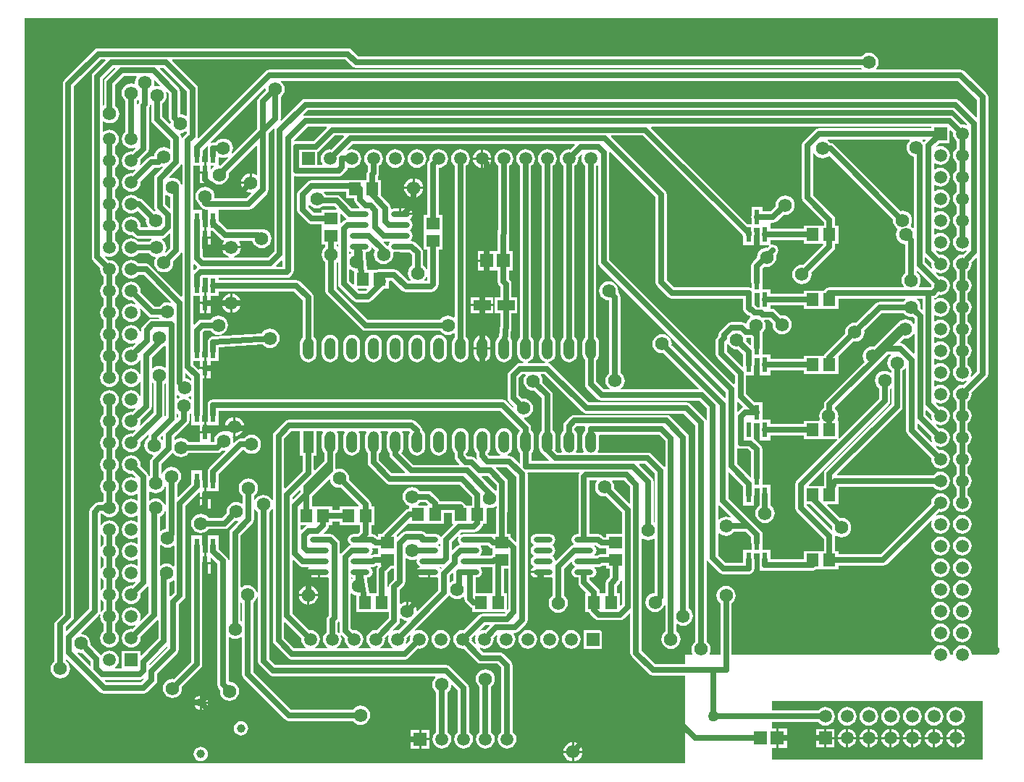
<source format=gtl>
%FSLAX24Y24*%
%MOIN*%
G70*
G01*
G75*
G04 Layer_Physical_Order=1*
G04 Layer_Color=255*
%ADD10R,0.0236X0.0709*%
%ADD11R,0.0551X0.0591*%
%ADD12R,0.0591X0.0551*%
%ADD13O,0.0866X0.0236*%
%ADD14R,0.0630X0.0630*%
%ADD15R,0.0787X0.0472*%
%ADD16R,0.0591X0.0630*%
%ADD17C,0.0250*%
%ADD18R,0.0591X0.0591*%
%ADD19C,0.0591*%
%ADD20R,0.0591X0.0591*%
%ADD21R,0.0500X0.1000*%
%ADD22O,0.0500X0.1000*%
%ADD23C,0.0394*%
%ADD24C,0.0620*%
%ADD25C,0.0500*%
G36*
X47396Y43123D02*
Y43044D01*
X47071Y42719D01*
X47025Y42738D01*
Y42817D01*
X47350Y43142D01*
X47396Y43123D01*
D02*
G37*
G36*
X41200Y43287D02*
Y42443D01*
X41151Y42433D01*
X41114Y42522D01*
X41044Y42614D01*
X40952Y42684D01*
X40845Y42729D01*
X40730Y42744D01*
X40615Y42729D01*
X40508Y42684D01*
X40465Y42651D01*
X40420Y42673D01*
Y43057D01*
X40465Y43079D01*
X40508Y43046D01*
X40615Y43001D01*
X40730Y42986D01*
X40845Y43001D01*
X40952Y43046D01*
X41044Y43116D01*
X41114Y43208D01*
X41151Y43297D01*
X41200Y43287D01*
D02*
G37*
G36*
X62575Y43282D02*
Y42518D01*
X62529Y42499D01*
X61825Y43203D01*
X61834Y43270D01*
X61819Y43385D01*
X61774Y43492D01*
X61745Y43530D01*
X61767Y43575D01*
X62282D01*
X62575Y43282D01*
D02*
G37*
G36*
X56415Y42363D02*
Y42289D01*
X56410Y42282D01*
X56390Y42182D01*
Y41099D01*
X56225D01*
Y41099D01*
X56174Y41099D01*
X56120Y41110D01*
X55195D01*
X55160Y41103D01*
X54880D01*
X54783Y41084D01*
X54762Y41070D01*
X54730Y41108D01*
X54802Y41180D01*
X55375D01*
X55475Y41200D01*
X55559Y41256D01*
X55728Y41425D01*
X55784Y41509D01*
X55797Y41575D01*
X55949D01*
Y42285D01*
X55991Y42313D01*
X55995Y42311D01*
X56110Y42296D01*
X56225Y42311D01*
X56332Y42356D01*
X56370Y42385D01*
X56415Y42363D01*
D02*
G37*
G36*
X53255Y42471D02*
X53235Y42425D01*
X52816D01*
X52800Y42473D01*
X52844Y42506D01*
X52885Y42560D01*
X53166D01*
X53255Y42471D01*
D02*
G37*
G36*
X67551Y45050D02*
X67650Y45030D01*
X68002D01*
X68140Y44892D01*
Y43739D01*
X68094Y43720D01*
X67480Y44334D01*
Y45044D01*
X67524Y45067D01*
X67551Y45050D01*
D02*
G37*
G36*
X51428Y45805D02*
X51418Y45792D01*
X51380Y45699D01*
X51367Y45600D01*
Y45100D01*
X51380Y45001D01*
X51418Y44908D01*
X51479Y44829D01*
X51490Y44821D01*
D01*
X51490Y44780D01*
X51490Y44780D01*
X51490D01*
X51510Y44681D01*
X51566Y44596D01*
X52206Y43956D01*
X52187Y43910D01*
X51608D01*
X51010Y44508D01*
Y44821D01*
X51021Y44829D01*
X51082Y44908D01*
X51120Y45001D01*
X51133Y45100D01*
Y45600D01*
X51120Y45699D01*
X51082Y45792D01*
X51072Y45805D01*
X51094Y45850D01*
X51406D01*
X51428Y45805D01*
D02*
G37*
G36*
X74590Y47807D02*
Y47098D01*
X71560Y44068D01*
X71504Y43983D01*
X71484Y43884D01*
Y43325D01*
X70798D01*
X70779Y43371D01*
X74464Y47056D01*
X74520Y47140D01*
X74540Y47240D01*
Y47784D01*
X74582Y47810D01*
X74590Y47807D01*
D02*
G37*
G36*
X56415Y43367D02*
Y43117D01*
X56370Y43095D01*
X56332Y43124D01*
X56316Y43131D01*
X56294Y43164D01*
X55734Y43724D01*
X55753Y43770D01*
X56012D01*
X56415Y43367D01*
D02*
G37*
G36*
X47370Y44720D02*
X47490D01*
Y44018D01*
X46691Y43219D01*
X46645Y43238D01*
Y45517D01*
X46978Y45850D01*
X47370D01*
Y44720D01*
D02*
G37*
G36*
X71865Y41467D02*
X71856Y41400D01*
X71868Y41310D01*
X71823Y41288D01*
X70683Y42429D01*
X70702Y42475D01*
X70858D01*
X71865Y41467D01*
D02*
G37*
G36*
X47674Y41475D02*
X47650Y41470D01*
X47566Y41414D01*
X47451Y41299D01*
X47405Y41318D01*
Y41525D01*
X47670D01*
X47674Y41475D01*
D02*
G37*
G36*
X41200Y42157D02*
Y41355D01*
X41155Y41349D01*
X41048Y41304D01*
X40965Y41240D01*
X40920Y41263D01*
Y41902D01*
X40952Y41916D01*
X41044Y41986D01*
X41114Y42078D01*
X41151Y42167D01*
X41200Y42157D01*
D02*
G37*
G36*
X61035Y43530D02*
X61006Y43492D01*
X60961Y43385D01*
X60946Y43270D01*
X60961Y43155D01*
X61006Y43048D01*
X61076Y42956D01*
X61168Y42886D01*
X61275Y42841D01*
X61390Y42826D01*
X61457Y42835D01*
X62195Y42097D01*
Y41099D01*
X61475D01*
Y40954D01*
X61354D01*
X61274Y41034D01*
X61189Y41090D01*
X61090Y41110D01*
X60700D01*
Y43575D01*
X61013D01*
X61035Y43530D01*
D02*
G37*
G36*
X68140Y40952D02*
Y40694D01*
X68152Y40634D01*
Y40391D01*
X67778D01*
Y39966D01*
X67766Y39906D01*
Y39760D01*
X66978D01*
X66630Y40108D01*
Y41117D01*
X66675Y41140D01*
X66758Y41076D01*
X66865Y41031D01*
X66980Y41016D01*
X67095Y41031D01*
X67202Y41076D01*
X67294Y41146D01*
X67335Y41200D01*
X67892D01*
X68140Y40952D01*
D02*
G37*
G36*
X67190Y41902D02*
X67162Y41861D01*
X67095Y41889D01*
X66980Y41904D01*
X66865Y41889D01*
X66758Y41844D01*
X66675Y41780D01*
X66630Y41803D01*
Y42397D01*
X66676Y42416D01*
X67190Y41902D01*
D02*
G37*
G36*
X48755Y43604D02*
X48761Y43555D01*
X48806Y43448D01*
X48876Y43356D01*
X48968Y43286D01*
X49075Y43241D01*
X49190Y43226D01*
X49257Y43235D01*
X50071Y42421D01*
X50052Y42375D01*
X49201D01*
Y42210D01*
X48849D01*
Y42375D01*
X47916D01*
Y42829D01*
X48708Y43620D01*
X48755Y43604D01*
D02*
G37*
G36*
X63710Y43892D02*
Y41634D01*
X63702Y41630D01*
X63660Y41657D01*
Y43500D01*
X63640Y43600D01*
X63584Y43684D01*
X62979Y44289D01*
X62998Y44335D01*
X63267D01*
X63710Y43892D01*
D02*
G37*
G36*
X54351Y41575D02*
X54396D01*
X54415Y41529D01*
X53916Y41030D01*
X53882Y40979D01*
X53832D01*
X53799Y41029D01*
X53717Y41084D01*
X53620Y41103D01*
X53340D01*
X53305Y41110D01*
X53205D01*
X53158Y41157D01*
X53073Y41213D01*
X52974Y41233D01*
X52248D01*
X52149Y41213D01*
X52064Y41157D01*
X51871Y40964D01*
X51825Y40983D01*
Y41078D01*
X52355Y41607D01*
X52401Y41588D01*
Y41575D01*
X53999D01*
Y42075D01*
X54351D01*
Y41575D01*
D02*
G37*
G36*
X68526Y45966D02*
X68514Y45906D01*
X68526Y45847D01*
Y45422D01*
X69022D01*
Y45646D01*
X69835D01*
X69866Y45640D01*
X70551D01*
Y45475D01*
X72082D01*
X72101Y45429D01*
X70236Y43564D01*
X70180Y43479D01*
X70160Y43380D01*
Y42324D01*
X70160Y42324D01*
X70160D01*
X70180Y42224D01*
X70236Y42140D01*
X71484Y40892D01*
Y40325D01*
X70551D01*
Y39930D01*
X69029D01*
X69022Y39966D01*
Y40391D01*
X68648D01*
Y40634D01*
X68660Y40694D01*
Y41060D01*
X68660Y41060D01*
X68660Y41060D01*
Y41060D01*
X68660D01*
X68660Y41060D01*
X68648Y41120D01*
Y41178D01*
X68628D01*
X68584Y41244D01*
X68184Y41644D01*
X67080Y42748D01*
Y43933D01*
X67126Y43952D01*
X67766Y43312D01*
Y42906D01*
X67778Y42847D01*
Y42422D01*
X68274D01*
Y42847D01*
X68286Y42906D01*
Y43209D01*
X68526D01*
Y42966D01*
X68514Y42906D01*
Y42405D01*
X68460Y42364D01*
X68390Y42272D01*
X68345Y42165D01*
X68330Y42050D01*
X68345Y41935D01*
X68390Y41828D01*
X68460Y41736D01*
X68552Y41666D01*
X68659Y41621D01*
X68774Y41606D01*
X68889Y41621D01*
X68996Y41666D01*
X69088Y41736D01*
X69158Y41828D01*
X69203Y41935D01*
X69218Y42050D01*
X69203Y42165D01*
X69158Y42272D01*
X69088Y42364D01*
X69034Y42405D01*
Y42906D01*
X69022Y42966D01*
Y43391D01*
X68648D01*
Y43634D01*
X68660Y43694D01*
Y45000D01*
X68640Y45100D01*
X68584Y45184D01*
X68294Y45474D01*
X68274Y45487D01*
Y46209D01*
X68526D01*
Y45966D01*
D02*
G37*
G36*
X41836Y47447D02*
X41830Y47397D01*
X41798Y47384D01*
X41755Y47351D01*
X41710Y47373D01*
Y47487D01*
X41755Y47510D01*
X41836Y47447D01*
D02*
G37*
G36*
X61089Y58068D02*
Y53637D01*
X61109Y53537D01*
X61165Y53453D01*
X66960Y47658D01*
Y47383D01*
X66914Y47364D01*
X64475Y49803D01*
X64484Y49870D01*
X64469Y49985D01*
X64424Y50092D01*
X64354Y50184D01*
X64262Y50254D01*
X64155Y50299D01*
X64040Y50314D01*
X63925Y50299D01*
X63818Y50254D01*
X63726Y50184D01*
X63656Y50092D01*
X63611Y49985D01*
X63596Y49870D01*
X63611Y49755D01*
X63656Y49648D01*
X63726Y49556D01*
X63818Y49486D01*
X63925Y49441D01*
X64040Y49426D01*
X64107Y49435D01*
X65736Y47806D01*
X65717Y47760D01*
X62136D01*
X62120Y47807D01*
X62184Y47856D01*
X62254Y47948D01*
X62299Y48055D01*
X62314Y48170D01*
X62299Y48285D01*
X62254Y48392D01*
X62184Y48484D01*
X62130Y48525D01*
Y52020D01*
X62110Y52119D01*
X62054Y52204D01*
X62015Y52243D01*
X62024Y52310D01*
X62009Y52425D01*
X61964Y52532D01*
X61894Y52624D01*
X61802Y52694D01*
X61695Y52739D01*
X61580Y52754D01*
X61465Y52739D01*
X61358Y52694D01*
X61266Y52624D01*
X61196Y52532D01*
X61151Y52425D01*
X61136Y52310D01*
X61151Y52195D01*
X61196Y52088D01*
X61266Y51996D01*
X61358Y51926D01*
X61465Y51881D01*
X61580Y51866D01*
X61610Y51840D01*
Y48525D01*
X61556Y48484D01*
X61486Y48392D01*
X61441Y48285D01*
X61426Y48170D01*
X61441Y48055D01*
X61486Y47948D01*
X61556Y47856D01*
X61620Y47807D01*
X61604Y47760D01*
X61358D01*
X61010Y48108D01*
Y49121D01*
X61021Y49129D01*
X61082Y49208D01*
X61120Y49301D01*
X61133Y49400D01*
Y49900D01*
X61120Y49999D01*
X61082Y50092D01*
X61021Y50171D01*
X61010Y50179D01*
Y58059D01*
X61052Y58086D01*
X61089Y58068D01*
D02*
G37*
G36*
X42366Y47454D02*
Y47346D01*
X42321Y47324D01*
X42244Y47383D01*
X42250Y47433D01*
X42282Y47446D01*
X42321Y47476D01*
X42366Y47454D01*
D02*
G37*
G36*
X41190Y48037D02*
Y46557D01*
X41147Y46532D01*
X41132Y46540D01*
X41140Y46580D01*
X41140Y46580D01*
X41140Y46580D01*
Y46580D01*
Y48014D01*
X41182Y48040D01*
X41190Y48037D01*
D02*
G37*
G36*
X67748Y46985D02*
X67743Y46935D01*
X67666Y46884D01*
X67526Y46744D01*
X67480Y46763D01*
Y47187D01*
X67526Y47206D01*
X67748Y46985D01*
D02*
G37*
G36*
X41190Y49757D02*
Y48783D01*
X41145Y48761D01*
X41102Y48794D01*
X40995Y48839D01*
X40880Y48854D01*
X40765Y48839D01*
X40658Y48794D01*
X40595Y48746D01*
X40550Y48768D01*
Y49232D01*
X41036Y49718D01*
X41102Y49746D01*
X41145Y49779D01*
X41190Y49757D01*
D02*
G37*
G36*
X67086Y49828D02*
X67156Y49736D01*
X67248Y49666D01*
X67355Y49621D01*
X67470Y49606D01*
X67537Y49615D01*
X67766Y49386D01*
Y48906D01*
X67778Y48847D01*
Y48827D01*
X67732Y48808D01*
X67025Y49515D01*
Y49846D01*
X67074Y49856D01*
X67086Y49828D01*
D02*
G37*
G36*
X74593Y49343D02*
X74536Y49299D01*
X74466Y49207D01*
X74421Y49100D01*
X74406Y48985D01*
X74421Y48870D01*
X74466Y48763D01*
X74536Y48671D01*
X74590Y48630D01*
Y48553D01*
X74545Y48531D01*
X74502Y48564D01*
X74395Y48609D01*
X74280Y48624D01*
X74165Y48609D01*
X74058Y48564D01*
X73966Y48494D01*
X73896Y48402D01*
X73851Y48295D01*
X73836Y48180D01*
X73851Y48065D01*
X73896Y47958D01*
X73966Y47866D01*
X74020Y47825D01*
Y47348D01*
X72195Y45523D01*
X72149Y45542D01*
Y46325D01*
X72142D01*
X72115Y46367D01*
X72139Y46425D01*
X72154Y46540D01*
X72139Y46655D01*
X72094Y46762D01*
X72024Y46854D01*
X72004Y46869D01*
Y46951D01*
X74443Y49390D01*
X74577D01*
X74593Y49343D01*
D02*
G37*
G36*
X42366Y48291D02*
Y48206D01*
X42321Y48184D01*
X42282Y48214D01*
X42175Y48259D01*
X42090Y48270D01*
Y48502D01*
X42136Y48521D01*
X42366Y48291D01*
D02*
G37*
G36*
X78530Y53797D02*
Y48598D01*
X78279Y48347D01*
X78238Y48375D01*
X78264Y48439D01*
X78279Y48550D01*
X78264Y48661D01*
X78221Y48764D01*
X78153Y48853D01*
X78110Y48887D01*
Y49213D01*
X78153Y49247D01*
X78221Y49336D01*
X78264Y49439D01*
X78279Y49550D01*
X78264Y49661D01*
X78221Y49764D01*
X78153Y49853D01*
X78110Y49887D01*
Y50213D01*
X78153Y50247D01*
X78221Y50336D01*
X78264Y50439D01*
X78279Y50550D01*
X78264Y50661D01*
X78221Y50764D01*
X78153Y50853D01*
X78110Y50887D01*
Y51213D01*
X78153Y51247D01*
X78221Y51336D01*
X78264Y51439D01*
X78279Y51550D01*
X78264Y51661D01*
X78221Y51764D01*
X78153Y51853D01*
X78110Y51887D01*
Y52213D01*
X78153Y52247D01*
X78221Y52336D01*
X78264Y52439D01*
X78279Y52550D01*
X78264Y52661D01*
X78221Y52764D01*
X78153Y52853D01*
X78110Y52887D01*
Y53213D01*
X78153Y53247D01*
X78221Y53336D01*
X78264Y53439D01*
X78279Y53550D01*
X78272Y53604D01*
X78484Y53816D01*
X78530Y53797D01*
D02*
G37*
G36*
X50428Y45805D02*
X50418Y45792D01*
X50380Y45699D01*
X50367Y45600D01*
Y45100D01*
X50380Y45001D01*
X50418Y44908D01*
X50479Y44829D01*
X50490Y44821D01*
Y44400D01*
X50490Y44400D01*
X50490D01*
X50510Y44300D01*
X50566Y44216D01*
X51316Y43466D01*
X51400Y43410D01*
X51500Y43390D01*
X54705D01*
X55284Y42811D01*
Y42425D01*
X54998D01*
X54997Y42435D01*
X54940Y42519D01*
X54856Y42575D01*
X54756Y42595D01*
X53835D01*
X53834Y42600D01*
X53778Y42684D01*
X53458Y43004D01*
X53373Y43060D01*
X53274Y43080D01*
X52885D01*
X52844Y43134D01*
X52752Y43204D01*
X52645Y43249D01*
X52530Y43264D01*
X52415Y43249D01*
X52308Y43204D01*
X52216Y43134D01*
X52146Y43042D01*
X52101Y42935D01*
X52086Y42820D01*
X52101Y42705D01*
X52146Y42598D01*
X52216Y42506D01*
X52308Y42436D01*
X52401Y42397D01*
Y42260D01*
X52380D01*
X52281Y42240D01*
X52196Y42184D01*
X51216Y41204D01*
X51160Y41119D01*
X51156Y41099D01*
X50975D01*
Y40998D01*
X50929Y40979D01*
X50874Y41034D01*
X50789Y41090D01*
X50690Y41110D01*
X50654D01*
Y41525D01*
X50799D01*
Y42375D01*
X50654D01*
Y42466D01*
X50634Y42566D01*
X50578Y42650D01*
X49625Y43603D01*
X49634Y43670D01*
X49619Y43785D01*
X49574Y43892D01*
X49504Y43984D01*
X49412Y44054D01*
X49305Y44099D01*
X49190Y44114D01*
X49075Y44099D01*
X49052Y44089D01*
X49010Y44117D01*
Y44368D01*
X49010Y44368D01*
X49010Y44368D01*
Y44368D01*
Y44821D01*
X49021Y44829D01*
X49082Y44908D01*
X49120Y45001D01*
X49133Y45100D01*
Y45600D01*
X49120Y45699D01*
X49082Y45792D01*
X49072Y45805D01*
X49094Y45850D01*
X49406D01*
X49428Y45805D01*
X49418Y45792D01*
X49380Y45699D01*
X49367Y45600D01*
Y45100D01*
X49380Y45001D01*
X49418Y44908D01*
X49479Y44829D01*
X49558Y44768D01*
X49651Y44730D01*
X49750Y44717D01*
X49849Y44730D01*
X49942Y44768D01*
X50021Y44829D01*
X50082Y44908D01*
X50120Y45001D01*
X50133Y45100D01*
Y45600D01*
X50120Y45699D01*
X50082Y45792D01*
X50072Y45805D01*
X50094Y45850D01*
X50406D01*
X50428Y45805D01*
D02*
G37*
G36*
X60506Y46031D02*
X60490Y45950D01*
Y45879D01*
X60479Y45871D01*
X60418Y45792D01*
X60380Y45699D01*
X60367Y45600D01*
Y45100D01*
X60380Y45001D01*
X60418Y44908D01*
X60425Y44900D01*
X60402Y44855D01*
X60098D01*
X60075Y44900D01*
X60082Y44908D01*
X60120Y45001D01*
X60133Y45100D01*
Y45600D01*
X60120Y45699D01*
X60082Y45792D01*
X60021Y45871D01*
X60010Y45879D01*
Y45972D01*
X60108Y46070D01*
X60474D01*
X60506Y46031D01*
D02*
G37*
G36*
X57749Y48415D02*
X57716Y48372D01*
X57671Y48265D01*
X57656Y48150D01*
X57671Y48035D01*
X57716Y47928D01*
X57786Y47836D01*
X57878Y47766D01*
X57985Y47721D01*
X58100Y47706D01*
X58167Y47715D01*
X58490Y47392D01*
Y45879D01*
X58479Y45871D01*
X58418Y45792D01*
X58380Y45699D01*
X58367Y45600D01*
Y45100D01*
X58380Y45001D01*
X58418Y44908D01*
X58479Y44829D01*
X58558Y44768D01*
X58594Y44753D01*
X58826Y44521D01*
X58807Y44475D01*
X58029D01*
X58022Y44830D01*
X58082Y44908D01*
X58120Y45001D01*
X58133Y45100D01*
Y45600D01*
X58120Y45699D01*
X58082Y45792D01*
X58021Y45871D01*
X58010Y45879D01*
Y45980D01*
X57990Y46080D01*
X57934Y46164D01*
X57682Y46415D01*
X57699Y46463D01*
X57765Y46471D01*
X57872Y46516D01*
X57964Y46586D01*
X58034Y46678D01*
X58079Y46785D01*
X58094Y46900D01*
X58079Y47015D01*
X58034Y47122D01*
X57964Y47214D01*
X57872Y47284D01*
X57765Y47329D01*
X57650Y47344D01*
X57583Y47335D01*
X57440Y47478D01*
Y48292D01*
X57608Y48460D01*
X57727D01*
X57749Y48415D01*
D02*
G37*
G36*
X48428Y45805D02*
X48418Y45792D01*
X48380Y45699D01*
X48367Y45600D01*
Y45100D01*
X48380Y45001D01*
X48418Y44908D01*
X48479Y44829D01*
X48490Y44821D01*
Y44475D01*
X48056Y44041D01*
X48010Y44061D01*
Y44720D01*
X48130D01*
Y45850D01*
X48406D01*
X48428Y45805D01*
D02*
G37*
G36*
X64185Y45397D02*
Y44218D01*
X64139Y44199D01*
X63559Y44779D01*
X63474Y44835D01*
X63375Y44855D01*
X61098D01*
X61075Y44900D01*
X61082Y44908D01*
X61120Y45001D01*
X61133Y45100D01*
Y45600D01*
X61126Y45652D01*
X61159Y45690D01*
X63892D01*
X64185Y45397D01*
D02*
G37*
G36*
X76428Y46604D02*
X76421Y46550D01*
X76436Y46439D01*
X76462Y46375D01*
X76421Y46347D01*
X76175Y46593D01*
Y46792D01*
X76221Y46811D01*
X76428Y46604D01*
D02*
G37*
G36*
X41760Y46604D02*
Y46502D01*
X41718Y46475D01*
X41710Y46478D01*
Y46627D01*
X41718Y46630D01*
X41760Y46604D01*
D02*
G37*
G36*
X40620Y48039D02*
Y46688D01*
X40029Y46097D01*
X39988Y46125D01*
X40014Y46189D01*
X40029Y46300D01*
X40022Y46354D01*
X40474Y46806D01*
X40530Y46891D01*
X40550Y46990D01*
Y48052D01*
X40578Y48066D01*
X40620Y48039D01*
D02*
G37*
G36*
X76428Y45604D02*
X76421Y45550D01*
X76436Y45439D01*
X76462Y45375D01*
X76421Y45347D01*
X75795Y45973D01*
Y46172D01*
X75841Y46191D01*
X76428Y45604D01*
D02*
G37*
G36*
X41065Y45604D02*
Y45450D01*
X41018Y45434D01*
X40964Y45504D01*
X40957Y45509D01*
X40954Y45559D01*
X41019Y45624D01*
X41065Y45604D01*
D02*
G37*
G36*
X56106Y36874D02*
X55904Y36672D01*
X55850Y36679D01*
X55739Y36664D01*
X55675Y36638D01*
X55647Y36679D01*
X55888Y36920D01*
X56087D01*
X56106Y36874D01*
D02*
G37*
G36*
X60366Y46726D02*
X60451Y46670D01*
X60550Y46650D01*
X65041D01*
X65570Y46121D01*
Y36155D01*
X65516Y36114D01*
X65446Y36022D01*
X65401Y35915D01*
X65386Y35800D01*
X65401Y35685D01*
X65440Y35592D01*
X65412Y35550D01*
X65100D01*
Y35100D01*
X63728D01*
X63095Y35733D01*
Y40884D01*
X63140Y40906D01*
X63178Y40877D01*
X63285Y40832D01*
X63400Y40817D01*
X63515Y40832D01*
X63622Y40877D01*
X63665Y40910D01*
X63710Y40888D01*
Y38392D01*
X63605Y38379D01*
X63498Y38334D01*
X63406Y38264D01*
X63336Y38172D01*
X63291Y38065D01*
X63276Y37950D01*
X63291Y37835D01*
X63336Y37728D01*
X63406Y37636D01*
X63498Y37566D01*
X63605Y37521D01*
X63720Y37506D01*
X63835Y37521D01*
X63942Y37566D01*
X64034Y37636D01*
X64104Y37728D01*
X64136Y37804D01*
X64185Y37795D01*
Y36605D01*
X64131Y36564D01*
X64061Y36472D01*
X64016Y36365D01*
X64001Y36250D01*
X64016Y36135D01*
X64061Y36028D01*
X64131Y35936D01*
X64223Y35866D01*
X64330Y35821D01*
X64445Y35806D01*
X64560Y35821D01*
X64667Y35866D01*
X64759Y35936D01*
X64829Y36028D01*
X64874Y36135D01*
X64889Y36250D01*
X64874Y36365D01*
X64829Y36472D01*
X64759Y36564D01*
X64705Y36605D01*
Y36938D01*
X64750Y36960D01*
X64788Y36931D01*
X64895Y36886D01*
X65010Y36871D01*
X65125Y36886D01*
X65232Y36931D01*
X65324Y37001D01*
X65394Y37093D01*
X65439Y37200D01*
X65454Y37315D01*
X65439Y37430D01*
X65394Y37537D01*
X65324Y37629D01*
X65270Y37670D01*
Y45558D01*
X65250Y45658D01*
X65194Y45742D01*
X64422Y46514D01*
X64338Y46570D01*
X64238Y46590D01*
X60000D01*
X59900Y46570D01*
X59816Y46514D01*
X59566Y46264D01*
X59510Y46179D01*
X59490Y46080D01*
Y45879D01*
X59479Y45871D01*
X59418Y45792D01*
X59380Y45699D01*
X59367Y45600D01*
Y45100D01*
X59380Y45001D01*
X59418Y44908D01*
X59425Y44900D01*
X59402Y44855D01*
X59228D01*
X59109Y44974D01*
X59120Y45001D01*
X59133Y45100D01*
Y45600D01*
X59120Y45699D01*
X59082Y45792D01*
X59021Y45871D01*
X59010Y45879D01*
Y47500D01*
X58990Y47600D01*
X58934Y47684D01*
X58535Y48083D01*
X58544Y48150D01*
X58529Y48265D01*
X58484Y48372D01*
X58451Y48415D01*
X58473Y48460D01*
X58632D01*
X60366Y46726D01*
D02*
G37*
G36*
X52079Y37166D02*
X52186Y37121D01*
X52278Y37109D01*
X52294Y37062D01*
X51904Y36672D01*
X51850Y36679D01*
X51739Y36664D01*
X51675Y36638D01*
X51647Y36679D01*
X51894Y36926D01*
X51950Y37011D01*
X51970Y37110D01*
X51970Y37110D01*
X51970Y37110D01*
Y37110D01*
Y37193D01*
X52015Y37215D01*
X52079Y37166D01*
D02*
G37*
G36*
X49190Y37044D02*
Y36650D01*
X49207Y36563D01*
X49162Y36542D01*
X49153Y36553D01*
X49110Y36587D01*
Y37022D01*
X49134Y37046D01*
X49142Y37059D01*
X49190Y37044D01*
D02*
G37*
G36*
X49828Y38316D02*
X49935Y38271D01*
X49951Y38269D01*
Y37525D01*
X51450D01*
Y37218D01*
X50904Y36672D01*
X50850Y36679D01*
X50739Y36664D01*
X50636Y36621D01*
X50547Y36553D01*
X50479Y36464D01*
X50436Y36361D01*
X50421Y36250D01*
X50436Y36139D01*
X50479Y36036D01*
X50547Y35947D01*
X50624Y35887D01*
X50608Y35840D01*
X50092D01*
X50076Y35887D01*
X50153Y35947D01*
X50221Y36036D01*
X50264Y36139D01*
X50279Y36250D01*
X50264Y36361D01*
X50221Y36464D01*
X50153Y36553D01*
X50064Y36621D01*
X49961Y36664D01*
X49850Y36679D01*
X49796Y36672D01*
X49710Y36758D01*
Y38350D01*
X49755Y38372D01*
X49828Y38316D01*
D02*
G37*
G36*
X56950Y37646D02*
X56908Y37619D01*
X56899Y37622D01*
Y38375D01*
X56754D01*
Y39501D01*
X56950D01*
Y37646D01*
D02*
G37*
G36*
X62195Y38947D02*
Y37853D01*
X62145Y37803D01*
X62099Y37822D01*
Y38375D01*
X61954D01*
Y38712D01*
X62084Y38842D01*
X62140Y38927D01*
X62145Y38952D01*
X62195Y38947D01*
D02*
G37*
G36*
X52308Y39966D02*
X52415Y39921D01*
X52530Y39906D01*
X52645Y39921D01*
X52712Y39949D01*
X52751Y39917D01*
X52737Y39850D01*
X52756Y39753D01*
X52811Y39671D01*
X52880Y39625D01*
Y39575D01*
X52811Y39529D01*
X52756Y39447D01*
X52747Y39400D01*
X53305D01*
Y39350D01*
X53355D01*
Y39097D01*
X53620D01*
X53695Y39112D01*
X53733Y39080D01*
Y38501D01*
X52789Y37556D01*
X52741Y37573D01*
X52729Y37665D01*
X52685Y37772D01*
X52614Y37864D01*
X52522Y37934D01*
X52415Y37979D01*
X52351Y37987D01*
Y37550D01*
X52251D01*
Y37987D01*
X52186Y37979D01*
X52079Y37934D01*
X52015Y37885D01*
X51970Y37907D01*
Y38552D01*
X52149Y38731D01*
X52205Y38816D01*
X52225Y38915D01*
Y39973D01*
X52270Y39995D01*
X52308Y39966D01*
D02*
G37*
G36*
X44695Y37907D02*
Y37097D01*
X44682Y37091D01*
X44640Y37117D01*
Y37927D01*
X44653Y37933D01*
X44695Y37907D01*
D02*
G37*
G36*
X38297Y37997D02*
X38340Y37963D01*
Y37637D01*
X38297Y37603D01*
X38229Y37514D01*
X38223Y37501D01*
X38175Y37516D01*
X38180Y37540D01*
Y38065D01*
X38229Y38086D01*
X38297Y37997D01*
D02*
G37*
G36*
X41246Y35902D02*
X41256Y35853D01*
X40466Y35064D01*
X40444Y35073D01*
X40434Y35122D01*
X41224Y35912D01*
X41246Y35902D01*
D02*
G37*
G36*
X47428Y36304D02*
X47421Y36250D01*
X47436Y36139D01*
X47479Y36036D01*
X47547Y35947D01*
X47624Y35887D01*
X47608Y35840D01*
X47108D01*
X46645Y36303D01*
Y37022D01*
X46691Y37041D01*
X47428Y36304D01*
D02*
G37*
G36*
X37165Y35631D02*
X37280Y35616D01*
X37347Y35625D01*
X37740Y35232D01*
Y35043D01*
X37694Y35024D01*
X37121Y35596D01*
X37149Y35638D01*
X37165Y35631D01*
D02*
G37*
G36*
X78800Y30700D02*
X69100D01*
Y31255D01*
X69294D01*
Y31700D01*
Y32145D01*
X69100D01*
Y32440D01*
X71213D01*
X71247Y32397D01*
X71336Y32329D01*
X71439Y32286D01*
X71550Y32271D01*
X71661Y32286D01*
X71764Y32329D01*
X71853Y32397D01*
X71921Y32486D01*
X71964Y32589D01*
X71979Y32700D01*
X71964Y32811D01*
X71921Y32914D01*
X71853Y33003D01*
X71764Y33071D01*
X71661Y33114D01*
X71550Y33129D01*
X71439Y33114D01*
X71336Y33071D01*
X71247Y33003D01*
X71213Y32960D01*
X69100D01*
Y33400D01*
X78800D01*
Y30700D01*
D02*
G37*
G36*
X40198Y34416D02*
X40042Y34260D01*
X38458D01*
X38374Y34344D01*
X38393Y34390D01*
X40000D01*
X40100Y34410D01*
X40167Y34455D01*
X40198Y34416D01*
D02*
G37*
G36*
X55462Y36425D02*
X55436Y36361D01*
X55421Y36250D01*
X55436Y36139D01*
X55462Y36075D01*
X55421Y36047D01*
X55272Y36196D01*
X55279Y36250D01*
X55272Y36304D01*
X55421Y36453D01*
X55462Y36425D01*
D02*
G37*
G36*
X52462D02*
X52436Y36361D01*
X52421Y36250D01*
X52428Y36196D01*
X52279Y36047D01*
X52238Y36075D01*
X52264Y36139D01*
X52279Y36250D01*
X52272Y36304D01*
X52421Y36453D01*
X52462Y36425D01*
D02*
G37*
G36*
X51462D02*
X51436Y36361D01*
X51421Y36250D01*
X51436Y36139D01*
X51479Y36036D01*
X51547Y35947D01*
X51624Y35887D01*
X51608Y35840D01*
X51092D01*
X51076Y35887D01*
X51153Y35947D01*
X51221Y36036D01*
X51264Y36139D01*
X51279Y36250D01*
X51272Y36304D01*
X51421Y36453D01*
X51462Y36425D01*
D02*
G37*
G36*
X47316Y39666D02*
X47400Y39610D01*
X47500Y39590D01*
X47767D01*
X47781Y39542D01*
X47761Y39529D01*
X47706Y39447D01*
X47697Y39400D01*
X48255D01*
Y39350D01*
X48305D01*
Y39097D01*
X48570D01*
X48651Y39113D01*
X48690Y39081D01*
Y37338D01*
X48666Y37314D01*
X48610Y37229D01*
X48590Y37130D01*
Y36587D01*
X48547Y36553D01*
X48479Y36464D01*
X48436Y36361D01*
X48421Y36250D01*
X48436Y36139D01*
X48479Y36036D01*
X48547Y35947D01*
X48624Y35887D01*
X48608Y35840D01*
X48092D01*
X48076Y35887D01*
X48153Y35947D01*
X48221Y36036D01*
X48264Y36139D01*
X48279Y36250D01*
X48264Y36361D01*
X48221Y36464D01*
X48153Y36553D01*
X48064Y36621D01*
X47961Y36664D01*
X47850Y36679D01*
X47796Y36672D01*
X47025Y37443D01*
Y39892D01*
X47071Y39911D01*
X47316Y39666D01*
D02*
G37*
G36*
X49428Y36304D02*
X49421Y36250D01*
X49436Y36139D01*
X49479Y36036D01*
X49547Y35947D01*
X49624Y35887D01*
X49608Y35840D01*
X49092D01*
X49076Y35887D01*
X49153Y35947D01*
X49221Y36036D01*
X49264Y36139D01*
X49279Y36250D01*
X49264Y36361D01*
X49238Y36425D01*
X49279Y36453D01*
X49428Y36304D01*
D02*
G37*
G36*
X61062Y40510D02*
X61062D01*
X61062Y40510D01*
X61062D01*
X61062Y40510D01*
Y40510D01*
X61062Y40510D01*
Y40510D01*
X61147Y40453D01*
X61246Y40434D01*
X61475D01*
Y40288D01*
Y40166D01*
X61196D01*
X61097Y40147D01*
X61052Y40116D01*
X61042Y40110D01*
X60933D01*
X60919Y40158D01*
X60939Y40171D01*
X60994Y40253D01*
X61013Y40350D01*
X60994Y40447D01*
X60939Y40529D01*
X60919Y40542D01*
X60933Y40590D01*
X60982D01*
X61062Y40510D01*
D02*
G37*
G36*
X50747Y40453D02*
X50846Y40434D01*
X50975D01*
Y40288D01*
Y40166D01*
X50796D01*
X50697Y40147D01*
X50670Y40128D01*
X50623Y40145D01*
X50619Y40158D01*
X50639Y40171D01*
X50694Y40253D01*
X50713Y40350D01*
X50697Y40431D01*
X50738Y40459D01*
X50747Y40453D01*
D02*
G37*
G36*
X56092Y40510D02*
X56177Y40453D01*
X56225Y40444D01*
Y40288D01*
Y40147D01*
X56220Y40147D01*
X56166Y40110D01*
X55683D01*
X55669Y40158D01*
X55689Y40171D01*
X55744Y40253D01*
X55763Y40350D01*
X55744Y40447D01*
X55689Y40529D01*
X55669Y40542D01*
X55683Y40590D01*
X56012D01*
X56092Y40510D01*
D02*
G37*
G36*
X38297Y39997D02*
X38340Y39963D01*
Y39637D01*
X38297Y39603D01*
X38229Y39514D01*
X38180Y39535D01*
Y40065D01*
X38229Y40086D01*
X38297Y39997D01*
D02*
G37*
G36*
X41048Y40536D02*
X41155Y40491D01*
X41270Y40476D01*
X41385Y40491D01*
X41492Y40536D01*
X41535Y40569D01*
X41580Y40547D01*
Y39643D01*
X41535Y39620D01*
X41452Y39684D01*
X41345Y39729D01*
X41230Y39744D01*
X41115Y39729D01*
X41008Y39684D01*
X40965Y39651D01*
X40920Y39673D01*
Y40577D01*
X40965Y40600D01*
X41048Y40536D01*
D02*
G37*
G36*
X53840Y40646D02*
Y40554D01*
X53796Y40531D01*
X53730Y40575D01*
Y40625D01*
X53796Y40669D01*
X53840Y40646D01*
D02*
G37*
G36*
X57330Y43752D02*
Y40773D01*
X57284Y40754D01*
X57160Y40878D01*
X57076Y40934D01*
X57075Y40934D01*
Y41099D01*
X56910D01*
Y42100D01*
X56915Y42108D01*
X56935Y42207D01*
X56935Y42207D01*
X56935Y42207D01*
Y42207D01*
Y43475D01*
X56915Y43575D01*
X56859Y43659D01*
X56374Y44144D01*
X56393Y44190D01*
X56892D01*
X57330Y43752D01*
D02*
G37*
G36*
X38297Y40997D02*
X38340Y40963D01*
Y40637D01*
X38297Y40603D01*
X38229Y40514D01*
X38180Y40535D01*
Y41065D01*
X38229Y41086D01*
X38297Y40997D01*
D02*
G37*
G36*
X49201Y41525D02*
X50134D01*
Y41207D01*
X50030Y41103D01*
X49830D01*
X49733Y41084D01*
X49651Y41029D01*
X49596Y40947D01*
X49577Y40850D01*
X49596Y40753D01*
X49651Y40671D01*
X49695Y40642D01*
X49685Y40593D01*
X49671Y40590D01*
X49586Y40534D01*
X49266Y40214D01*
X49258Y40201D01*
X49210Y40216D01*
Y40650D01*
X49190Y40750D01*
X49134Y40834D01*
X48934Y41034D01*
X48850Y41090D01*
X48750Y41110D01*
X48487D01*
X48468Y41156D01*
X48628Y41316D01*
X48684Y41400D01*
X48704Y41500D01*
Y41525D01*
X48849D01*
Y41690D01*
X49201D01*
Y41525D01*
D02*
G37*
G36*
X54660Y40968D02*
X54646Y40947D01*
X54627Y40850D01*
X54646Y40753D01*
X54701Y40671D01*
X54728Y40653D01*
X54719Y40604D01*
X54651Y40590D01*
X54566Y40534D01*
X54406Y40374D01*
X54360Y40393D01*
Y40738D01*
X54622Y41000D01*
X54660Y40968D01*
D02*
G37*
G36*
X61475Y39501D02*
X61640D01*
Y39134D01*
X61510Y39004D01*
X61453Y38919D01*
X61434Y38820D01*
Y38375D01*
X61166D01*
Y38410D01*
X61146Y38510D01*
X61090Y38594D01*
X60705Y38979D01*
Y39097D01*
X60760D01*
X60857Y39116D01*
X60939Y39171D01*
X60994Y39253D01*
X61013Y39350D01*
X60994Y39447D01*
X60939Y39529D01*
X60919Y39542D01*
X60933Y39590D01*
X61140D01*
X61240Y39610D01*
X61294Y39646D01*
X61475D01*
Y39501D01*
D02*
G37*
G36*
X45306Y42238D02*
X45376Y42146D01*
X45430Y42105D01*
Y38407D01*
X45380Y38404D01*
X45379Y38415D01*
X45334Y38522D01*
X45264Y38614D01*
X45172Y38684D01*
X45065Y38729D01*
X44950Y38744D01*
X44835Y38729D01*
X44728Y38684D01*
X44685Y38651D01*
X44640Y38673D01*
Y41044D01*
X45179Y41583D01*
X45235Y41667D01*
X45255Y41766D01*
X45255Y41766D01*
X45255Y41766D01*
Y41766D01*
Y42232D01*
X45304Y42242D01*
X45306Y42238D01*
D02*
G37*
G36*
X56225Y39501D02*
X56234D01*
Y38375D01*
X55450D01*
Y39097D01*
X55510D01*
X55607Y39116D01*
X55689Y39171D01*
X55744Y39253D01*
X55763Y39350D01*
X55744Y39447D01*
X55689Y39529D01*
X55669Y39542D01*
X55683Y39590D01*
X56225D01*
Y39501D01*
D02*
G37*
G36*
X41580Y38957D02*
Y38398D01*
X41414Y38231D01*
X41368Y38251D01*
Y38881D01*
X41452Y38916D01*
X41535Y38980D01*
X41580Y38957D01*
D02*
G37*
G36*
X50935Y39629D02*
X50950Y39602D01*
X50904Y39533D01*
X50884Y39434D01*
Y38375D01*
X50555D01*
X50468Y38952D01*
X50448Y39083D01*
X50460Y39097D01*
X50557Y39116D01*
X50639Y39171D01*
X50694Y39253D01*
X50713Y39350D01*
X50694Y39447D01*
X50639Y39529D01*
X50619Y39542D01*
X50633Y39590D01*
X50740D01*
X50840Y39610D01*
X50887Y39641D01*
X50935Y39629D01*
D02*
G37*
G36*
X49786Y39089D02*
X49793Y39060D01*
X49754Y39029D01*
X49728Y39042D01*
X49722Y39091D01*
X49739Y39105D01*
X49786Y39089D01*
D02*
G37*
G36*
X53882Y39554D02*
X53852Y39514D01*
X53812Y39518D01*
X53784Y39559D01*
X53794Y39590D01*
X53867D01*
X53882Y39554D01*
D02*
G37*
G36*
X54420Y39277D02*
Y38952D01*
X54378Y38934D01*
X54298Y38873D01*
X54253Y38895D01*
Y39176D01*
X54374Y39296D01*
X54420Y39277D01*
D02*
G37*
G36*
X38297Y38997D02*
X38340Y38963D01*
Y38637D01*
X38297Y38603D01*
X38229Y38514D01*
X38180Y38535D01*
Y39065D01*
X38229Y39086D01*
X38297Y38997D01*
D02*
G37*
G36*
X51705Y39023D02*
X51526Y38844D01*
X51470Y38760D01*
X51453Y38677D01*
X51404Y38682D01*
Y39326D01*
X51578Y39501D01*
X51705D01*
Y39023D01*
D02*
G37*
G36*
X39960Y61091D02*
Y61002D01*
X39952Y60989D01*
X39915Y60935D01*
X39910Y60909D01*
X39860Y60914D01*
Y61065D01*
X39914Y61106D01*
X39960Y61091D01*
D02*
G37*
G36*
X68526Y51966D02*
X68514Y51906D01*
Y51900D01*
X68514Y51900D01*
X68514D01*
X68526Y51840D01*
Y51557D01*
X68408D01*
X68351Y51614D01*
X68306Y51644D01*
X68286Y51657D01*
Y51906D01*
Y52200D01*
X68294Y52209D01*
X68526D01*
Y51966D01*
D02*
G37*
G36*
X40935Y61777D02*
X40907Y61736D01*
X40900Y61739D01*
X40785Y61754D01*
X40677Y61740D01*
X40646Y61779D01*
X40649Y61785D01*
X40664Y61900D01*
X40651Y61994D01*
X40696Y62016D01*
X40935Y61777D01*
D02*
G37*
G36*
X41258Y56696D02*
X41365Y56651D01*
X41405Y56646D01*
Y56134D01*
X41359Y56115D01*
X41175Y56299D01*
Y56703D01*
X41220Y56725D01*
X41258Y56696D01*
D02*
G37*
G36*
X76428Y52604D02*
X76421Y52550D01*
X76426Y52515D01*
X76393Y52477D01*
X75871D01*
X75849Y52522D01*
X75884Y52568D01*
X75929Y52675D01*
X75944Y52790D01*
X75929Y52905D01*
X75884Y53012D01*
X75814Y53104D01*
X75760Y53145D01*
Y53207D01*
X75806Y53226D01*
X76428Y52604D01*
D02*
G37*
G36*
X41951Y58121D02*
Y57220D01*
X41902Y57211D01*
X41864Y57302D01*
X41794Y57394D01*
X41702Y57464D01*
X41595Y57509D01*
X41480Y57524D01*
X41369Y57509D01*
X41347Y57554D01*
X41854Y58061D01*
X41903Y58135D01*
X41951Y58121D01*
D02*
G37*
G36*
X46191Y59765D02*
X46180Y59710D01*
Y54108D01*
X45902Y53830D01*
X44317D01*
X44314Y53880D01*
X44325Y53881D01*
X44432Y53926D01*
X44524Y53996D01*
X44594Y54088D01*
X44639Y54195D01*
X44647Y54260D01*
X43773D01*
X43781Y54195D01*
X43826Y54088D01*
X43896Y53996D01*
X43988Y53926D01*
X44095Y53881D01*
X44106Y53880D01*
X44103Y53830D01*
X42958D01*
X42880Y53908D01*
Y54272D01*
X42950D01*
Y54756D01*
Y55241D01*
X42886D01*
Y55544D01*
X42874Y55603D01*
Y56028D01*
X42471D01*
Y58059D01*
X42752D01*
Y57806D01*
X42950D01*
Y58241D01*
X42874D01*
Y58484D01*
X42886Y58544D01*
Y58791D01*
X43080Y58985D01*
X43126Y58965D01*
Y58940D01*
X43114Y58880D01*
Y58544D01*
X43126Y58484D01*
Y58241D01*
X43050D01*
Y57756D01*
Y57272D01*
X43248D01*
Y57373D01*
X43295Y57389D01*
X43336Y57336D01*
X43428Y57266D01*
X43535Y57221D01*
X43650Y57206D01*
X43765Y57221D01*
X43872Y57266D01*
X43964Y57336D01*
X44034Y57428D01*
X44079Y57535D01*
X44094Y57650D01*
X44084Y57726D01*
X45364Y59006D01*
X45410Y58987D01*
Y57653D01*
X45365Y57631D01*
X45322Y57664D01*
X45215Y57709D01*
X45150Y57717D01*
Y57280D01*
X45100D01*
Y57230D01*
X44663D01*
X44671Y57165D01*
X44716Y57058D01*
X44786Y56966D01*
X44878Y56896D01*
X44985Y56851D01*
X45100Y56836D01*
X45102Y56836D01*
X45124Y56792D01*
X44892Y56560D01*
X43470D01*
X43437Y56598D01*
X43444Y56650D01*
X43429Y56765D01*
X43384Y56872D01*
X43314Y56964D01*
X43222Y57034D01*
X43115Y57079D01*
X43000Y57094D01*
X42885Y57079D01*
X42778Y57034D01*
X42686Y56964D01*
X42616Y56872D01*
X42571Y56765D01*
X42556Y56650D01*
X42571Y56535D01*
X42616Y56428D01*
X42686Y56336D01*
X42753Y56285D01*
X42760Y56251D01*
X42816Y56166D01*
X42866Y56116D01*
X42951Y56060D01*
X43050Y56040D01*
X43126D01*
Y56028D01*
X43126D01*
Y55603D01*
X43114Y55544D01*
Y55420D01*
X43114Y55420D01*
X43114D01*
X43126Y55360D01*
Y55241D01*
X43050D01*
Y54806D01*
X43248D01*
Y55059D01*
X43367D01*
X43735Y54691D01*
X43820Y54635D01*
X43847Y54629D01*
X43865Y54583D01*
X43826Y54532D01*
X43781Y54425D01*
X43773Y54360D01*
X44647D01*
X44639Y54425D01*
X44594Y54532D01*
X44565Y54570D01*
X44587Y54615D01*
X45174D01*
X45176Y54599D01*
X45221Y54492D01*
X45291Y54400D01*
X45383Y54330D01*
X45490Y54285D01*
X45605Y54270D01*
X45720Y54285D01*
X45827Y54330D01*
X45919Y54400D01*
X45989Y54492D01*
X46034Y54599D01*
X46049Y54714D01*
X46034Y54829D01*
X45989Y54936D01*
X45919Y55028D01*
X45827Y55098D01*
X45720Y55143D01*
X45605Y55158D01*
X45490Y55143D01*
X45463Y55131D01*
X45444Y55135D01*
X44027D01*
X43634Y55528D01*
Y55544D01*
X43622Y55603D01*
Y56028D01*
D01*
Y56028D01*
X43634Y56040D01*
X45000D01*
X45100Y56060D01*
X45184Y56116D01*
X45854Y56786D01*
X45910Y56870D01*
X45930Y56970D01*
Y59572D01*
X46147Y59789D01*
X46191Y59765D01*
D02*
G37*
G36*
X38848Y62560D02*
X38857Y62539D01*
X38426Y62108D01*
X38370Y62023D01*
X38350Y61924D01*
Y60866D01*
X38308Y60840D01*
X38300Y60843D01*
Y62071D01*
X38799Y62570D01*
X38848Y62560D01*
D02*
G37*
G36*
X75246Y51910D02*
X75186Y51864D01*
X75145Y51810D01*
X74051D01*
X73952Y51790D01*
X73867Y51734D01*
X72972Y50839D01*
X72905Y50848D01*
X72790Y50832D01*
X72683Y50788D01*
X72591Y50718D01*
X72521Y50626D01*
X72476Y50519D01*
X72461Y50404D01*
X72470Y50336D01*
X71560Y49426D01*
X71504Y49342D01*
X71500Y49325D01*
X70551D01*
Y49160D01*
X69892D01*
X69860Y49166D01*
X69022D01*
Y49391D01*
X68648D01*
Y49634D01*
X68660Y49694D01*
Y50250D01*
Y50383D01*
X68664Y50386D01*
X68734Y50478D01*
X68779Y50585D01*
X68794Y50700D01*
X68779Y50815D01*
X68734Y50922D01*
X68756Y50965D01*
X68973D01*
X69125Y50813D01*
X69116Y50746D01*
X69131Y50631D01*
X69176Y50524D01*
X69246Y50432D01*
X69338Y50362D01*
X69445Y50317D01*
X69560Y50302D01*
X69675Y50317D01*
X69782Y50362D01*
X69874Y50432D01*
X69944Y50524D01*
X69989Y50631D01*
X70004Y50746D01*
X69989Y50861D01*
X69944Y50968D01*
X69874Y51060D01*
X69782Y51130D01*
X69675Y51175D01*
X69560Y51190D01*
X69493Y51181D01*
X69265Y51409D01*
X69180Y51465D01*
X69081Y51485D01*
X69022D01*
Y51640D01*
X70551D01*
Y51475D01*
X72149D01*
Y51957D01*
X75230D01*
X75246Y51910D01*
D02*
G37*
G36*
X76036Y51447D02*
X75990Y51428D01*
X75935Y51483D01*
X75944Y51550D01*
X75929Y51665D01*
X75884Y51772D01*
X75814Y51864D01*
X75754Y51910D01*
X75770Y51957D01*
X76036D01*
Y51447D01*
D02*
G37*
G36*
X76425Y59810D02*
X71275D01*
X71175Y59790D01*
X71091Y59734D01*
X70541Y59184D01*
X70485Y59099D01*
X70465Y59000D01*
Y56595D01*
X70465Y56595D01*
X70465D01*
X70485Y56495D01*
X70541Y56411D01*
X71484Y55469D01*
Y55325D01*
X70551D01*
Y55160D01*
X69892D01*
X69860Y55166D01*
X69022D01*
Y55391D01*
X69022D01*
Y55405D01*
X69057Y55440D01*
X69130D01*
X69229Y55460D01*
X69314Y55516D01*
X69615Y55817D01*
X69700Y55806D01*
X69815Y55821D01*
X69922Y55866D01*
X70014Y55936D01*
X70084Y56028D01*
X70129Y56135D01*
X70144Y56250D01*
X70129Y56365D01*
X70084Y56472D01*
X70014Y56564D01*
X69922Y56634D01*
X69815Y56679D01*
X69700Y56694D01*
X69585Y56679D01*
X69478Y56634D01*
X69386Y56564D01*
X69316Y56472D01*
X69271Y56365D01*
X69256Y56250D01*
X69263Y56200D01*
X69022Y55960D01*
X68648D01*
Y56178D01*
X68152D01*
Y55760D01*
X68140Y55700D01*
Y55694D01*
X68152Y55634D01*
Y55391D01*
X67973D01*
X63540Y59824D01*
X63559Y59870D01*
X76425D01*
Y59810D01*
D02*
G37*
G36*
X41405Y54937D02*
Y54278D01*
X41209Y54082D01*
X41167Y54109D01*
X41199Y54185D01*
X41214Y54300D01*
X41199Y54415D01*
X41154Y54522D01*
X41084Y54614D01*
X41001Y54678D01*
X41017Y54725D01*
X41020D01*
X41119Y54745D01*
X41204Y54801D01*
X41359Y54956D01*
X41405Y54937D01*
D02*
G37*
G36*
X38413Y62919D02*
X37856Y62362D01*
X37800Y62278D01*
X37780Y62178D01*
Y53860D01*
X37780Y53860D01*
X37780D01*
X37800Y53760D01*
X37856Y53676D01*
X38178Y53354D01*
X38171Y53300D01*
X38186Y53189D01*
X38229Y53086D01*
X38297Y52997D01*
X38340Y52963D01*
Y52637D01*
X38297Y52603D01*
X38229Y52514D01*
X38186Y52411D01*
X38171Y52300D01*
X38186Y52189D01*
X38229Y52086D01*
X38297Y51997D01*
X38340Y51963D01*
Y51637D01*
X38297Y51603D01*
X38229Y51514D01*
X38186Y51411D01*
X38171Y51300D01*
X38186Y51189D01*
X38229Y51086D01*
X38297Y50997D01*
X38340Y50963D01*
Y50637D01*
X38297Y50603D01*
X38229Y50514D01*
X38186Y50411D01*
X38171Y50300D01*
X38186Y50189D01*
X38229Y50086D01*
X38297Y49997D01*
X38340Y49963D01*
Y49637D01*
X38297Y49603D01*
X38229Y49514D01*
X38186Y49411D01*
X38171Y49300D01*
X38186Y49189D01*
X38229Y49086D01*
X38297Y48997D01*
X38340Y48963D01*
Y48637D01*
X38297Y48603D01*
X38229Y48514D01*
X38186Y48411D01*
X38171Y48300D01*
X38186Y48189D01*
X38229Y48086D01*
X38297Y47997D01*
X38386Y47929D01*
X38489Y47886D01*
X38600Y47871D01*
X38711Y47886D01*
X38814Y47929D01*
X38903Y47997D01*
X38971Y48086D01*
X39014Y48189D01*
X39029Y48300D01*
X39014Y48411D01*
X38971Y48514D01*
X38903Y48603D01*
X38860Y48637D01*
Y48963D01*
X38903Y48997D01*
X38971Y49086D01*
X39014Y49189D01*
X39029Y49300D01*
X39014Y49411D01*
X38971Y49514D01*
X38903Y49603D01*
X38860Y49637D01*
Y49963D01*
X38903Y49997D01*
X38971Y50086D01*
X39014Y50189D01*
X39029Y50300D01*
X39014Y50411D01*
X38971Y50514D01*
X38903Y50603D01*
X38860Y50637D01*
Y50963D01*
X38903Y50997D01*
X38971Y51086D01*
X39014Y51189D01*
X39029Y51300D01*
X39014Y51411D01*
X38971Y51514D01*
X38903Y51603D01*
X38860Y51637D01*
Y51963D01*
X38903Y51997D01*
X38971Y52086D01*
X39014Y52189D01*
X39029Y52300D01*
X39014Y52411D01*
X38971Y52514D01*
X38903Y52603D01*
X38860Y52637D01*
Y52963D01*
X38903Y52997D01*
X38971Y53086D01*
X39014Y53189D01*
X39029Y53300D01*
X39014Y53411D01*
X38971Y53514D01*
X38903Y53603D01*
X38814Y53671D01*
X38711Y53714D01*
X38600Y53729D01*
X38546Y53722D01*
X38397Y53871D01*
X38425Y53912D01*
X38489Y53886D01*
X38600Y53871D01*
X38711Y53886D01*
X38814Y53929D01*
X38903Y53997D01*
X38971Y54086D01*
X39014Y54189D01*
X39029Y54300D01*
X39014Y54411D01*
X38971Y54514D01*
X38903Y54603D01*
X38860Y54637D01*
Y54963D01*
X38903Y54997D01*
X38971Y55086D01*
X39014Y55189D01*
X39029Y55300D01*
X39014Y55411D01*
X38971Y55514D01*
X38903Y55603D01*
X38860Y55637D01*
Y55963D01*
X38903Y55997D01*
X38971Y56086D01*
X39014Y56189D01*
X39029Y56300D01*
X39014Y56411D01*
X38971Y56514D01*
X38903Y56603D01*
X38860Y56637D01*
Y56963D01*
X38903Y56997D01*
X38971Y57086D01*
X39014Y57189D01*
X39029Y57300D01*
X39014Y57411D01*
X38971Y57514D01*
X38903Y57603D01*
X38860Y57637D01*
Y57963D01*
X38903Y57997D01*
X38971Y58086D01*
X39014Y58189D01*
X39029Y58300D01*
X39014Y58411D01*
X38971Y58514D01*
X38903Y58603D01*
X38860Y58637D01*
Y58963D01*
X38903Y58997D01*
X38971Y59086D01*
X39014Y59189D01*
X39029Y59300D01*
X39014Y59411D01*
X38971Y59514D01*
X38903Y59603D01*
X38814Y59671D01*
X38711Y59714D01*
X38600Y59729D01*
X38489Y59714D01*
X38386Y59671D01*
X38345Y59640D01*
X38300Y59662D01*
Y60097D01*
X38345Y60119D01*
X38388Y60086D01*
X38495Y60041D01*
X38610Y60026D01*
X38725Y60041D01*
X38832Y60086D01*
X38924Y60156D01*
X38994Y60248D01*
X39039Y60355D01*
X39054Y60470D01*
X39039Y60585D01*
X38994Y60692D01*
X38924Y60784D01*
X38870Y60825D01*
Y61816D01*
X39259Y62205D01*
X39843D01*
X39865Y62160D01*
X39836Y62122D01*
X39791Y62015D01*
X39776Y61900D01*
X39780Y61868D01*
X39741Y61838D01*
X39715Y61849D01*
X39600Y61864D01*
X39485Y61849D01*
X39378Y61804D01*
X39286Y61734D01*
X39216Y61642D01*
X39171Y61535D01*
X39156Y61420D01*
X39171Y61305D01*
X39216Y61198D01*
X39286Y61106D01*
X39340Y61065D01*
Y59637D01*
X39297Y59603D01*
X39229Y59514D01*
X39186Y59411D01*
X39171Y59300D01*
X39186Y59189D01*
X39229Y59086D01*
X39297Y58997D01*
X39386Y58929D01*
X39489Y58886D01*
X39600Y58871D01*
X39711Y58886D01*
X39775Y58912D01*
X39803Y58871D01*
X39654Y58722D01*
X39600Y58729D01*
X39489Y58714D01*
X39386Y58671D01*
X39297Y58603D01*
X39229Y58514D01*
X39186Y58411D01*
X39171Y58300D01*
X39186Y58189D01*
X39229Y58086D01*
X39297Y57997D01*
X39386Y57929D01*
X39489Y57886D01*
X39600Y57871D01*
X39711Y57886D01*
X39775Y57912D01*
X39803Y57871D01*
X39654Y57722D01*
X39600Y57729D01*
X39489Y57714D01*
X39386Y57671D01*
X39297Y57603D01*
X39229Y57514D01*
X39186Y57411D01*
X39171Y57300D01*
X39186Y57189D01*
X39229Y57086D01*
X39297Y56997D01*
X39386Y56929D01*
X39489Y56886D01*
X39600Y56871D01*
X39711Y56886D01*
X39814Y56929D01*
X39903Y56997D01*
X39971Y57086D01*
X40014Y57189D01*
X40029Y57300D01*
X40022Y57354D01*
X40648Y57980D01*
X40850D01*
X40950Y58000D01*
X41010Y58040D01*
X41057Y58024D01*
X41063Y58006D01*
X40731Y57674D01*
X40675Y57590D01*
X40655Y57490D01*
Y56191D01*
X40675Y56092D01*
X40712Y56036D01*
X40696Y56000D01*
X40647Y55991D01*
X40154Y56484D01*
X40069Y56540D01*
X39970Y56560D01*
X39937D01*
X39903Y56603D01*
X39814Y56671D01*
X39711Y56714D01*
X39600Y56729D01*
X39489Y56714D01*
X39386Y56671D01*
X39297Y56603D01*
X39229Y56514D01*
X39186Y56411D01*
X39171Y56300D01*
X39186Y56189D01*
X39229Y56086D01*
X39297Y55997D01*
X39386Y55929D01*
X39489Y55886D01*
X39600Y55871D01*
X39711Y55886D01*
X39814Y55929D01*
X39903Y55997D01*
X39905Y55997D01*
X40285Y55617D01*
X40276Y55550D01*
X40291Y55435D01*
X40336Y55328D01*
X40365Y55290D01*
X40343Y55245D01*
X40060D01*
X40027Y55283D01*
X40029Y55300D01*
X40014Y55411D01*
X39971Y55514D01*
X39903Y55603D01*
X39814Y55671D01*
X39711Y55714D01*
X39600Y55729D01*
X39489Y55714D01*
X39386Y55671D01*
X39297Y55603D01*
X39229Y55514D01*
X39186Y55411D01*
X39171Y55300D01*
X39186Y55189D01*
X39229Y55086D01*
X39297Y54997D01*
X39386Y54929D01*
X39489Y54886D01*
X39600Y54871D01*
X39654Y54878D01*
X39731Y54801D01*
X39815Y54745D01*
X39915Y54725D01*
X40523D01*
X40539Y54678D01*
X40456Y54614D01*
X40415Y54560D01*
X39937D01*
X39903Y54603D01*
X39814Y54671D01*
X39711Y54714D01*
X39600Y54729D01*
X39489Y54714D01*
X39386Y54671D01*
X39297Y54603D01*
X39229Y54514D01*
X39186Y54411D01*
X39171Y54300D01*
X39186Y54189D01*
X39229Y54086D01*
X39297Y53997D01*
X39386Y53929D01*
X39489Y53886D01*
X39600Y53871D01*
X39711Y53886D01*
X39814Y53929D01*
X39903Y53997D01*
X39937Y54040D01*
X40415D01*
X40456Y53986D01*
X40548Y53916D01*
X40655Y53871D01*
X40689Y53867D01*
X40714Y53824D01*
X40671Y53720D01*
X40656Y53605D01*
X40671Y53490D01*
X40716Y53383D01*
X40786Y53291D01*
X40878Y53221D01*
X40985Y53176D01*
X41100Y53161D01*
X41215Y53176D01*
X41322Y53221D01*
X41414Y53291D01*
X41484Y53383D01*
X41529Y53490D01*
X41544Y53605D01*
X41535Y53672D01*
X41849Y53986D01*
X41903Y54068D01*
X41951Y54053D01*
Y52062D01*
X41905Y52043D01*
X40464Y53484D01*
X40380Y53540D01*
X40280Y53560D01*
X39937D01*
X39903Y53603D01*
X39814Y53671D01*
X39711Y53714D01*
X39600Y53729D01*
X39489Y53714D01*
X39386Y53671D01*
X39297Y53603D01*
X39229Y53514D01*
X39186Y53411D01*
X39171Y53300D01*
X39186Y53189D01*
X39229Y53086D01*
X39297Y52997D01*
X39386Y52929D01*
X39489Y52886D01*
X39600Y52871D01*
X39711Y52886D01*
X39814Y52929D01*
X39903Y52997D01*
X39937Y53040D01*
X40172D01*
X41419Y51794D01*
X41391Y51752D01*
X41375Y51759D01*
X41260Y51774D01*
X41145Y51759D01*
X41038Y51714D01*
X40946Y51644D01*
X40905Y51590D01*
X40678D01*
X40022Y52246D01*
X40029Y52300D01*
X40014Y52411D01*
X39971Y52514D01*
X39903Y52603D01*
X39814Y52671D01*
X39711Y52714D01*
X39600Y52729D01*
X39489Y52714D01*
X39386Y52671D01*
X39297Y52603D01*
X39229Y52514D01*
X39186Y52411D01*
X39171Y52300D01*
X39186Y52189D01*
X39229Y52086D01*
X39297Y51997D01*
X39386Y51929D01*
X39489Y51886D01*
X39600Y51871D01*
X39654Y51878D01*
X39803Y51729D01*
X39775Y51688D01*
X39711Y51714D01*
X39600Y51729D01*
X39489Y51714D01*
X39386Y51671D01*
X39297Y51603D01*
X39229Y51514D01*
X39186Y51411D01*
X39171Y51300D01*
X39186Y51189D01*
X39229Y51086D01*
X39297Y50997D01*
X39386Y50929D01*
X39489Y50886D01*
X39600Y50871D01*
X39711Y50886D01*
X39814Y50929D01*
X39903Y50997D01*
X39971Y51086D01*
X40014Y51189D01*
X40029Y51300D01*
X40014Y51411D01*
X39988Y51475D01*
X40029Y51503D01*
X40386Y51146D01*
X40470Y51090D01*
X40570Y51070D01*
X40864D01*
X40890Y51028D01*
X40887Y51020D01*
X40575D01*
X40476Y51000D01*
X40391Y50944D01*
X40131Y50684D01*
X40075Y50599D01*
X40055Y50500D01*
Y50441D01*
X40006Y50431D01*
X39971Y50514D01*
X39903Y50603D01*
X39814Y50671D01*
X39711Y50714D01*
X39600Y50729D01*
X39489Y50714D01*
X39386Y50671D01*
X39297Y50603D01*
X39229Y50514D01*
X39186Y50411D01*
X39171Y50300D01*
X39186Y50189D01*
X39229Y50086D01*
X39297Y49997D01*
X39386Y49929D01*
X39489Y49886D01*
X39600Y49871D01*
X39711Y49886D01*
X39775Y49912D01*
X39803Y49871D01*
X39654Y49722D01*
X39600Y49729D01*
X39489Y49714D01*
X39386Y49671D01*
X39297Y49603D01*
X39229Y49514D01*
X39186Y49411D01*
X39171Y49300D01*
X39186Y49189D01*
X39229Y49086D01*
X39297Y48997D01*
X39386Y48929D01*
X39489Y48886D01*
X39600Y48871D01*
X39711Y48886D01*
X39814Y48929D01*
X39903Y48997D01*
X39971Y49086D01*
X39981Y49108D01*
X40030Y49099D01*
Y48501D01*
X39981Y48492D01*
X39971Y48514D01*
X39903Y48603D01*
X39814Y48671D01*
X39711Y48714D01*
X39600Y48729D01*
X39489Y48714D01*
X39386Y48671D01*
X39297Y48603D01*
X39229Y48514D01*
X39186Y48411D01*
X39171Y48300D01*
X39186Y48189D01*
X39229Y48086D01*
X39297Y47997D01*
X39386Y47929D01*
X39489Y47886D01*
X39600Y47871D01*
X39711Y47886D01*
X39814Y47929D01*
X39903Y47997D01*
X39971Y48086D01*
X39981Y48108D01*
X40030Y48099D01*
Y47501D01*
X39981Y47492D01*
X39971Y47514D01*
X39903Y47603D01*
X39814Y47671D01*
X39711Y47714D01*
X39600Y47729D01*
X39489Y47714D01*
X39386Y47671D01*
X39297Y47603D01*
X39229Y47514D01*
X39186Y47411D01*
X39171Y47300D01*
X39186Y47189D01*
X39229Y47086D01*
X39297Y46997D01*
X39386Y46929D01*
X39489Y46886D01*
X39600Y46871D01*
X39711Y46886D01*
X39775Y46912D01*
X39803Y46871D01*
X39654Y46722D01*
X39600Y46729D01*
X39489Y46714D01*
X39386Y46671D01*
X39297Y46603D01*
X39229Y46514D01*
X39186Y46411D01*
X39171Y46300D01*
X39186Y46189D01*
X39229Y46086D01*
X39297Y45997D01*
X39386Y45929D01*
X39489Y45886D01*
X39600Y45871D01*
X39711Y45886D01*
X39775Y45912D01*
X39803Y45871D01*
X39654Y45722D01*
X39600Y45729D01*
X39489Y45714D01*
X39386Y45671D01*
X39297Y45603D01*
X39229Y45514D01*
X39186Y45411D01*
X39171Y45300D01*
X39186Y45189D01*
X39229Y45086D01*
X39297Y44997D01*
X39386Y44929D01*
X39489Y44886D01*
X39600Y44871D01*
X39711Y44886D01*
X39814Y44929D01*
X39903Y44997D01*
X39971Y45086D01*
X40014Y45189D01*
X40029Y45300D01*
X40022Y45354D01*
X40354Y45686D01*
X40398Y45663D01*
X40390Y45623D01*
Y45545D01*
X40336Y45504D01*
X40266Y45412D01*
X40221Y45305D01*
X40206Y45190D01*
X40221Y45075D01*
X40266Y44968D01*
X40336Y44876D01*
X40428Y44806D01*
X40535Y44761D01*
X40610Y44751D01*
X40626Y44704D01*
X40546Y44624D01*
X40490Y44539D01*
X40470Y44440D01*
Y43813D01*
X40429Y43785D01*
X40410Y43792D01*
X40400Y43840D01*
X40344Y43924D01*
X40022Y44246D01*
X40029Y44300D01*
X40014Y44411D01*
X39971Y44514D01*
X39903Y44603D01*
X39814Y44671D01*
X39711Y44714D01*
X39600Y44729D01*
X39489Y44714D01*
X39386Y44671D01*
X39297Y44603D01*
X39229Y44514D01*
X39186Y44411D01*
X39171Y44300D01*
X39186Y44189D01*
X39229Y44086D01*
X39297Y43997D01*
X39386Y43929D01*
X39489Y43886D01*
X39600Y43871D01*
X39654Y43878D01*
X39803Y43729D01*
X39775Y43688D01*
X39711Y43714D01*
X39600Y43729D01*
X39489Y43714D01*
X39386Y43671D01*
X39297Y43603D01*
X39229Y43514D01*
X39186Y43411D01*
X39171Y43300D01*
X39186Y43189D01*
X39229Y43086D01*
X39297Y42997D01*
X39386Y42929D01*
X39489Y42886D01*
X39600Y42871D01*
X39711Y42886D01*
X39814Y42929D01*
X39855Y42960D01*
X39900Y42938D01*
Y42662D01*
X39855Y42640D01*
X39814Y42671D01*
X39711Y42714D01*
X39600Y42729D01*
X39489Y42714D01*
X39386Y42671D01*
X39297Y42603D01*
X39229Y42514D01*
X39186Y42411D01*
X39171Y42300D01*
X39186Y42189D01*
X39229Y42086D01*
X39297Y41997D01*
X39386Y41929D01*
X39489Y41886D01*
X39600Y41871D01*
X39711Y41886D01*
X39814Y41929D01*
X39855Y41960D01*
X39900Y41938D01*
Y41662D01*
X39855Y41640D01*
X39814Y41671D01*
X39711Y41714D01*
X39600Y41729D01*
X39489Y41714D01*
X39386Y41671D01*
X39297Y41603D01*
X39229Y41514D01*
X39186Y41411D01*
X39171Y41300D01*
X39186Y41189D01*
X39229Y41086D01*
X39297Y40997D01*
X39386Y40929D01*
X39489Y40886D01*
X39600Y40871D01*
X39711Y40886D01*
X39814Y40929D01*
X39855Y40960D01*
X39900Y40938D01*
Y40662D01*
X39855Y40640D01*
X39814Y40671D01*
X39711Y40714D01*
X39600Y40729D01*
X39489Y40714D01*
X39386Y40671D01*
X39297Y40603D01*
X39229Y40514D01*
X39186Y40411D01*
X39171Y40300D01*
X39186Y40189D01*
X39229Y40086D01*
X39297Y39997D01*
X39386Y39929D01*
X39489Y39886D01*
X39600Y39871D01*
X39711Y39886D01*
X39814Y39929D01*
X39855Y39960D01*
X39900Y39938D01*
Y39662D01*
X39855Y39640D01*
X39814Y39671D01*
X39711Y39714D01*
X39600Y39729D01*
X39489Y39714D01*
X39386Y39671D01*
X39297Y39603D01*
X39229Y39514D01*
X39186Y39411D01*
X39171Y39300D01*
X39186Y39189D01*
X39229Y39086D01*
X39297Y38997D01*
X39386Y38929D01*
X39489Y38886D01*
X39600Y38871D01*
X39711Y38886D01*
X39775Y38912D01*
X39803Y38871D01*
X39654Y38722D01*
X39600Y38729D01*
X39489Y38714D01*
X39386Y38671D01*
X39297Y38603D01*
X39229Y38514D01*
X39186Y38411D01*
X39171Y38300D01*
X39186Y38189D01*
X39229Y38086D01*
X39297Y37997D01*
X39386Y37929D01*
X39489Y37886D01*
X39600Y37871D01*
X39711Y37886D01*
X39814Y37929D01*
X39903Y37997D01*
X39971Y38086D01*
X40014Y38189D01*
X40029Y38300D01*
X40022Y38354D01*
X40344Y38676D01*
X40352Y38689D01*
X40400Y38674D01*
Y37468D01*
X40029Y37097D01*
X39988Y37125D01*
X40014Y37189D01*
X40029Y37300D01*
X40014Y37411D01*
X39971Y37514D01*
X39903Y37603D01*
X39814Y37671D01*
X39711Y37714D01*
X39600Y37729D01*
X39489Y37714D01*
X39386Y37671D01*
X39297Y37603D01*
X39229Y37514D01*
X39186Y37411D01*
X39171Y37300D01*
X39186Y37189D01*
X39229Y37086D01*
X39297Y36997D01*
X39386Y36929D01*
X39489Y36886D01*
X39600Y36871D01*
X39711Y36886D01*
X39775Y36912D01*
X39803Y36871D01*
X39654Y36722D01*
X39600Y36729D01*
X39489Y36714D01*
X39386Y36671D01*
X39297Y36603D01*
X39229Y36514D01*
X39186Y36411D01*
X39171Y36300D01*
X39186Y36189D01*
X39229Y36086D01*
X39297Y35997D01*
X39386Y35929D01*
X39489Y35886D01*
X39600Y35871D01*
X39711Y35886D01*
X39814Y35929D01*
X39903Y35997D01*
X39971Y36086D01*
X40014Y36189D01*
X40029Y36300D01*
X40022Y36354D01*
X40801Y37134D01*
X40848Y37114D01*
Y36271D01*
X40071Y35495D01*
X40025Y35514D01*
Y35725D01*
X39175D01*
Y34910D01*
X38868D01*
X38852Y34957D01*
X38903Y34997D01*
X38971Y35086D01*
X39014Y35189D01*
X39029Y35300D01*
X39014Y35411D01*
X38971Y35514D01*
X38903Y35603D01*
X38814Y35671D01*
X38711Y35714D01*
X38600Y35729D01*
X38489Y35714D01*
X38386Y35671D01*
X38297Y35603D01*
X38234Y35522D01*
X38184Y35523D01*
X38184Y35524D01*
X37715Y35993D01*
X37724Y36060D01*
X37709Y36175D01*
X37664Y36282D01*
X37594Y36374D01*
X37502Y36444D01*
X37395Y36489D01*
X37311Y36500D01*
X37295Y36547D01*
X38104Y37356D01*
X38136Y37404D01*
X38182Y37386D01*
X38171Y37300D01*
X38186Y37189D01*
X38229Y37086D01*
X38297Y36997D01*
X38340Y36963D01*
Y36637D01*
X38297Y36603D01*
X38229Y36514D01*
X38186Y36411D01*
X38171Y36300D01*
X38186Y36189D01*
X38229Y36086D01*
X38297Y35997D01*
X38386Y35929D01*
X38489Y35886D01*
X38600Y35871D01*
X38711Y35886D01*
X38814Y35929D01*
X38903Y35997D01*
X38971Y36086D01*
X39014Y36189D01*
X39029Y36300D01*
X39014Y36411D01*
X38971Y36514D01*
X38903Y36603D01*
X38860Y36637D01*
Y36963D01*
X38903Y36997D01*
X38971Y37086D01*
X39014Y37189D01*
X39029Y37300D01*
X39014Y37411D01*
X38971Y37514D01*
X38903Y37603D01*
X38860Y37637D01*
Y37963D01*
X38903Y37997D01*
X38971Y38086D01*
X39014Y38189D01*
X39029Y38300D01*
X39014Y38411D01*
X38971Y38514D01*
X38903Y38603D01*
X38860Y38637D01*
Y38963D01*
X38903Y38997D01*
X38971Y39086D01*
X39014Y39189D01*
X39029Y39300D01*
X39014Y39411D01*
X38971Y39514D01*
X38903Y39603D01*
X38860Y39637D01*
Y39963D01*
X38903Y39997D01*
X38971Y40086D01*
X39014Y40189D01*
X39029Y40300D01*
X39014Y40411D01*
X38971Y40514D01*
X38903Y40603D01*
X38860Y40637D01*
Y40963D01*
X38903Y40997D01*
X38971Y41086D01*
X39014Y41189D01*
X39029Y41300D01*
X39014Y41411D01*
X38971Y41514D01*
X38903Y41603D01*
X38814Y41671D01*
X38711Y41714D01*
X38600Y41729D01*
X38489Y41714D01*
X38386Y41671D01*
X38297Y41603D01*
X38229Y41514D01*
X38180Y41535D01*
Y42017D01*
X38203Y42040D01*
X38263D01*
X38297Y41997D01*
X38386Y41929D01*
X38489Y41886D01*
X38600Y41871D01*
X38711Y41886D01*
X38814Y41929D01*
X38903Y41997D01*
X38971Y42086D01*
X39014Y42189D01*
X39029Y42300D01*
X39014Y42411D01*
X38971Y42514D01*
X38903Y42603D01*
X38860Y42637D01*
Y42963D01*
X38903Y42997D01*
X38971Y43086D01*
X39014Y43189D01*
X39029Y43300D01*
X39014Y43411D01*
X38971Y43514D01*
X38903Y43603D01*
X38860Y43637D01*
Y43963D01*
X38903Y43997D01*
X38971Y44086D01*
X39014Y44189D01*
X39029Y44300D01*
X39014Y44411D01*
X38971Y44514D01*
X38903Y44603D01*
X38860Y44637D01*
Y44963D01*
X38903Y44997D01*
X38971Y45086D01*
X39014Y45189D01*
X39029Y45300D01*
X39014Y45411D01*
X38971Y45514D01*
X38903Y45603D01*
X38860Y45637D01*
Y45963D01*
X38903Y45997D01*
X38971Y46086D01*
X39014Y46189D01*
X39029Y46300D01*
X39014Y46411D01*
X38971Y46514D01*
X38903Y46603D01*
X38860Y46637D01*
Y46963D01*
X38903Y46997D01*
X38971Y47086D01*
X39014Y47189D01*
X39029Y47300D01*
X39014Y47411D01*
X38971Y47514D01*
X38903Y47603D01*
X38814Y47671D01*
X38711Y47714D01*
X38600Y47729D01*
X38489Y47714D01*
X38386Y47671D01*
X38297Y47603D01*
X38229Y47514D01*
X38186Y47411D01*
X38171Y47300D01*
X38186Y47189D01*
X38229Y47086D01*
X38297Y46997D01*
X38340Y46963D01*
Y46637D01*
X38297Y46603D01*
X38229Y46514D01*
X38186Y46411D01*
X38171Y46300D01*
X38186Y46189D01*
X38229Y46086D01*
X38297Y45997D01*
X38340Y45963D01*
Y45637D01*
X38297Y45603D01*
X38229Y45514D01*
X38186Y45411D01*
X38171Y45300D01*
X38186Y45189D01*
X38229Y45086D01*
X38297Y44997D01*
X38340Y44963D01*
Y44637D01*
X38297Y44603D01*
X38229Y44514D01*
X38186Y44411D01*
X38171Y44300D01*
X38186Y44189D01*
X38229Y44086D01*
X38297Y43997D01*
X38340Y43963D01*
Y43637D01*
X38297Y43603D01*
X38229Y43514D01*
X38186Y43411D01*
X38171Y43300D01*
X38186Y43189D01*
X38229Y43086D01*
X38297Y42997D01*
X38340Y42963D01*
Y42637D01*
X38297Y42603D01*
X38263Y42560D01*
X38095D01*
X37996Y42540D01*
X37911Y42484D01*
X37736Y42309D01*
X37680Y42224D01*
X37660Y42125D01*
Y37648D01*
X36641Y36629D01*
X36595Y36648D01*
Y36831D01*
X36894Y37130D01*
X36950Y37214D01*
X36970Y37314D01*
X36970Y37314D01*
X36970Y37314D01*
Y37314D01*
Y61732D01*
X38203Y62965D01*
X38394D01*
X38413Y62919D01*
D02*
G37*
G36*
X75441Y59243D02*
X75416Y59224D01*
X75346Y59132D01*
X75301Y59025D01*
X75286Y58910D01*
X75301Y58795D01*
X75346Y58688D01*
X75416Y58596D01*
X75508Y58526D01*
X75615Y58481D01*
X75620Y58481D01*
Y55218D01*
X75573Y55202D01*
X75564Y55214D01*
X75487Y55273D01*
X75480Y55323D01*
X75484Y55328D01*
X75529Y55435D01*
X75544Y55550D01*
X75529Y55665D01*
X75484Y55772D01*
X75414Y55864D01*
X75322Y55934D01*
X75215Y55979D01*
X75100Y55994D01*
X75033Y55985D01*
X71974Y59044D01*
X71890Y59100D01*
X71790Y59120D01*
X71780D01*
X71739Y59174D01*
X71649Y59243D01*
X71662Y59281D01*
X71666Y59290D01*
X75425D01*
X75441Y59243D01*
D02*
G37*
G36*
X67777Y54851D02*
X67778Y54847D01*
Y54422D01*
X68274D01*
Y54847D01*
X68286Y54906D01*
Y54970D01*
X68286Y54970D01*
X68286Y54970D01*
Y54970D01*
X68286D01*
X68286Y54970D01*
X68274Y55030D01*
Y55209D01*
X68526D01*
Y54966D01*
X68514Y54906D01*
X68526Y54847D01*
Y54422D01*
X68947D01*
X68962Y54374D01*
X68946Y54364D01*
X68873Y54291D01*
X68850Y54294D01*
X68735Y54279D01*
X68628Y54234D01*
X68536Y54164D01*
X68466Y54072D01*
X68421Y53965D01*
X68406Y53850D01*
X68409Y53827D01*
X68216Y53634D01*
X68160Y53549D01*
X68140Y53450D01*
Y52694D01*
X68152Y52634D01*
Y52474D01*
X68113Y52443D01*
X68026Y52460D01*
X64608D01*
X64260Y52808D01*
Y56730D01*
X64260Y56730D01*
X64260Y56730D01*
Y56730D01*
X64260D01*
X64260Y56730D01*
X64240Y56830D01*
X64184Y56914D01*
X61684Y59414D01*
X61703Y59460D01*
X63168D01*
X67777Y54851D01*
D02*
G37*
G36*
X76428Y53604D02*
X76421Y53550D01*
X76436Y53439D01*
X76462Y53375D01*
X76421Y53347D01*
X76140Y53628D01*
Y53827D01*
X76186Y53846D01*
X76428Y53604D01*
D02*
G37*
G36*
X42638Y53414D02*
X42633Y53365D01*
X42602Y53344D01*
X42517Y53259D01*
X42471Y53278D01*
Y53516D01*
X42517Y53535D01*
X42638Y53414D01*
D02*
G37*
G36*
X46560Y53687D02*
Y53420D01*
X46293D01*
X46274Y53466D01*
X46514Y53706D01*
X46560Y53687D01*
D02*
G37*
G36*
X79500Y35900D02*
X79566Y35834D01*
Y35666D01*
X79450Y35550D01*
X78279D01*
X78264Y35661D01*
X78221Y35764D01*
X78153Y35853D01*
X78064Y35921D01*
X77961Y35964D01*
X77850Y35979D01*
X77739Y35964D01*
X77636Y35921D01*
X77547Y35853D01*
X77479Y35764D01*
X77436Y35661D01*
X77421Y35550D01*
X77279D01*
X77264Y35661D01*
X77221Y35764D01*
X77153Y35853D01*
X77064Y35921D01*
X76961Y35964D01*
X76850Y35979D01*
X76739Y35964D01*
X76636Y35921D01*
X76547Y35853D01*
X76479Y35764D01*
X76436Y35661D01*
X76421Y35550D01*
X67240D01*
Y37915D01*
X67294Y37956D01*
X67364Y38048D01*
X67409Y38155D01*
X67424Y38270D01*
X67409Y38385D01*
X67364Y38492D01*
X67294Y38584D01*
X67202Y38654D01*
X67095Y38699D01*
X66980Y38714D01*
X66865Y38699D01*
X66758Y38654D01*
X66666Y38584D01*
X66596Y38492D01*
X66551Y38385D01*
X66536Y38270D01*
X66551Y38155D01*
X66596Y38048D01*
X66666Y37956D01*
X66720Y37915D01*
Y35550D01*
X66248D01*
X66220Y35592D01*
X66259Y35685D01*
X66274Y35800D01*
X66259Y35915D01*
X66214Y36022D01*
X66144Y36114D01*
X66090Y36155D01*
Y39874D01*
X66138Y39888D01*
X66186Y39816D01*
X66686Y39316D01*
X66771Y39260D01*
X66870Y39240D01*
X68026D01*
X68125Y39260D01*
X68210Y39316D01*
X68266Y39400D01*
X68270Y39422D01*
X68274D01*
Y39440D01*
X68286Y39500D01*
X68286Y39500D01*
X68286Y39500D01*
Y39500D01*
Y39906D01*
X68274Y39966D01*
Y40209D01*
X68526D01*
Y39966D01*
X68514Y39906D01*
Y39670D01*
X68526Y39610D01*
Y39422D01*
X68714D01*
X68774Y39410D01*
X70956D01*
X71056Y39430D01*
X71062Y39434D01*
X71123Y39475D01*
X72149D01*
Y39640D01*
X74200D01*
X74300Y39660D01*
X74384Y39716D01*
X76421Y41753D01*
X76462Y41725D01*
X76436Y41661D01*
X76421Y41550D01*
X76436Y41439D01*
X76479Y41336D01*
X76547Y41247D01*
X76636Y41179D01*
X76739Y41136D01*
X76850Y41121D01*
X76961Y41136D01*
X77064Y41179D01*
X77153Y41247D01*
X77221Y41336D01*
X77264Y41439D01*
X77279Y41550D01*
X77264Y41661D01*
X77221Y41764D01*
X77153Y41853D01*
X77064Y41921D01*
X76961Y41964D01*
X76850Y41979D01*
X76739Y41964D01*
X76675Y41938D01*
X76647Y41979D01*
X76796Y42128D01*
X76850Y42121D01*
X76961Y42136D01*
X77064Y42179D01*
X77153Y42247D01*
X77221Y42336D01*
X77264Y42439D01*
X77279Y42550D01*
X77264Y42661D01*
X77221Y42764D01*
X77153Y42853D01*
X77064Y42921D01*
X76961Y42964D01*
X76850Y42979D01*
X76739Y42964D01*
X76636Y42921D01*
X76547Y42853D01*
X76479Y42764D01*
X76436Y42661D01*
X76421Y42550D01*
X76428Y42496D01*
X74092Y40160D01*
X72149D01*
Y40325D01*
X72004D01*
Y41000D01*
X72000Y41016D01*
X72043Y41043D01*
X72078Y41016D01*
X72185Y40971D01*
X72300Y40956D01*
X72415Y40971D01*
X72522Y41016D01*
X72614Y41086D01*
X72684Y41178D01*
X72729Y41285D01*
X72744Y41400D01*
X72729Y41515D01*
X72684Y41622D01*
X72614Y41714D01*
X72522Y41784D01*
X72415Y41829D01*
X72300Y41844D01*
X72233Y41835D01*
X71639Y42429D01*
X71658Y42475D01*
X72149D01*
Y43220D01*
X72177Y43290D01*
X76513D01*
X76547Y43247D01*
X76636Y43179D01*
X76739Y43136D01*
X76850Y43121D01*
X76961Y43136D01*
X77064Y43179D01*
X77153Y43247D01*
X77221Y43336D01*
X77264Y43439D01*
X77279Y43550D01*
X77264Y43661D01*
X77221Y43764D01*
X77153Y43853D01*
X77064Y43921D01*
X76961Y43964D01*
X76850Y43979D01*
X76739Y43964D01*
X76636Y43921D01*
X76547Y43853D01*
X76513Y43810D01*
X72103D01*
X72084Y43856D01*
X75034Y46806D01*
X75090Y46891D01*
X75110Y46990D01*
X75110Y46990D01*
X75110Y46990D01*
Y46990D01*
Y48630D01*
X75164Y48671D01*
X75228Y48754D01*
X75275Y48738D01*
Y45865D01*
X75295Y45766D01*
X75351Y45681D01*
X76428Y44604D01*
X76421Y44550D01*
X76436Y44439D01*
X76479Y44336D01*
X76547Y44247D01*
X76636Y44179D01*
X76739Y44136D01*
X76850Y44121D01*
X76961Y44136D01*
X77064Y44179D01*
X77153Y44247D01*
X77221Y44336D01*
X77264Y44439D01*
X77279Y44550D01*
X77264Y44661D01*
X77221Y44764D01*
X77153Y44853D01*
X77064Y44921D01*
X76961Y44964D01*
X76850Y44979D01*
X76796Y44972D01*
X76647Y45121D01*
X76675Y45162D01*
X76739Y45136D01*
X76850Y45121D01*
X76961Y45136D01*
X77064Y45179D01*
X77153Y45247D01*
X77221Y45336D01*
X77264Y45439D01*
X77279Y45550D01*
X77264Y45661D01*
X77221Y45764D01*
X77153Y45853D01*
X77064Y45921D01*
X76961Y45964D01*
X76850Y45979D01*
X76796Y45972D01*
X76647Y46121D01*
X76675Y46162D01*
X76739Y46136D01*
X76850Y46121D01*
X76961Y46136D01*
X77064Y46179D01*
X77153Y46247D01*
X77221Y46336D01*
X77264Y46439D01*
X77279Y46550D01*
X77264Y46661D01*
X77221Y46764D01*
X77153Y46853D01*
X77064Y46921D01*
X76961Y46964D01*
X76850Y46979D01*
X76796Y46972D01*
X76647Y47121D01*
X76675Y47162D01*
X76739Y47136D01*
X76850Y47121D01*
X76961Y47136D01*
X77064Y47179D01*
X77153Y47247D01*
X77221Y47336D01*
X77264Y47439D01*
X77279Y47550D01*
X77264Y47661D01*
X77221Y47764D01*
X77153Y47853D01*
X77064Y47921D01*
X76961Y47964D01*
X76850Y47979D01*
X76739Y47964D01*
X76636Y47921D01*
X76601Y47895D01*
X76556Y47917D01*
Y48183D01*
X76601Y48205D01*
X76636Y48179D01*
X76739Y48136D01*
X76850Y48121D01*
X76961Y48136D01*
X77064Y48179D01*
X77153Y48247D01*
X77221Y48336D01*
X77264Y48439D01*
X77279Y48550D01*
X77264Y48661D01*
X77221Y48764D01*
X77153Y48853D01*
X77064Y48921D01*
X76961Y48964D01*
X76850Y48979D01*
X76739Y48964D01*
X76636Y48921D01*
X76601Y48895D01*
X76556Y48917D01*
Y49183D01*
X76601Y49205D01*
X76636Y49179D01*
X76739Y49136D01*
X76850Y49121D01*
X76961Y49136D01*
X77064Y49179D01*
X77153Y49247D01*
X77221Y49336D01*
X77264Y49439D01*
X77279Y49550D01*
X77264Y49661D01*
X77221Y49764D01*
X77153Y49853D01*
X77064Y49921D01*
X76961Y49964D01*
X76850Y49979D01*
X76739Y49964D01*
X76636Y49921D01*
X76601Y49895D01*
X76556Y49917D01*
Y50183D01*
X76601Y50205D01*
X76636Y50179D01*
X76739Y50136D01*
X76850Y50121D01*
X76961Y50136D01*
X77064Y50179D01*
X77153Y50247D01*
X77221Y50336D01*
X77264Y50439D01*
X77279Y50550D01*
X77264Y50661D01*
X77221Y50764D01*
X77153Y50853D01*
X77064Y50921D01*
X76961Y50964D01*
X76850Y50979D01*
X76739Y50964D01*
X76636Y50921D01*
X76601Y50895D01*
X76556Y50917D01*
Y51183D01*
X76601Y51205D01*
X76636Y51179D01*
X76739Y51136D01*
X76850Y51121D01*
X76961Y51136D01*
X77064Y51179D01*
X77153Y51247D01*
X77221Y51336D01*
X77264Y51439D01*
X77279Y51550D01*
X77264Y51661D01*
X77221Y51764D01*
X77153Y51853D01*
X77064Y51921D01*
X76961Y51964D01*
X76850Y51979D01*
X76739Y51964D01*
X76636Y51921D01*
X76601Y51895D01*
X76557Y51917D01*
X76564Y51966D01*
X76616Y51977D01*
X76701Y52033D01*
X76779Y52111D01*
X76796Y52128D01*
X76850Y52121D01*
X76961Y52136D01*
X77064Y52179D01*
X77153Y52247D01*
X77221Y52336D01*
X77264Y52439D01*
X77279Y52550D01*
X77264Y52661D01*
X77221Y52764D01*
X77153Y52853D01*
X77064Y52921D01*
X76961Y52964D01*
X76850Y52979D01*
X76796Y52972D01*
X76647Y53121D01*
X76675Y53162D01*
X76739Y53136D01*
X76850Y53121D01*
X76961Y53136D01*
X77064Y53179D01*
X77153Y53247D01*
X77221Y53336D01*
X77264Y53439D01*
X77279Y53550D01*
X77264Y53661D01*
X77221Y53764D01*
X77153Y53853D01*
X77064Y53921D01*
X76961Y53964D01*
X76850Y53979D01*
X76796Y53972D01*
X76647Y54121D01*
X76675Y54162D01*
X76739Y54136D01*
X76850Y54121D01*
X76961Y54136D01*
X77064Y54179D01*
X77153Y54247D01*
X77221Y54336D01*
X77264Y54439D01*
X77279Y54550D01*
X77264Y54661D01*
X77221Y54764D01*
X77153Y54853D01*
X77064Y54921D01*
X76961Y54964D01*
X76850Y54979D01*
X76739Y54964D01*
X76636Y54921D01*
X76600Y54894D01*
X76555Y54916D01*
Y55184D01*
X76600Y55206D01*
X76636Y55179D01*
X76739Y55136D01*
X76850Y55121D01*
X76961Y55136D01*
X77064Y55179D01*
X77153Y55247D01*
X77221Y55336D01*
X77264Y55439D01*
X77279Y55550D01*
X77264Y55661D01*
X77221Y55764D01*
X77153Y55853D01*
X77064Y55921D01*
X76961Y55964D01*
X76850Y55979D01*
X76739Y55964D01*
X76636Y55921D01*
X76600Y55894D01*
X76555Y55916D01*
Y56184D01*
X76600Y56206D01*
X76636Y56179D01*
X76739Y56136D01*
X76850Y56121D01*
X76961Y56136D01*
X77064Y56179D01*
X77153Y56247D01*
X77221Y56336D01*
X77264Y56439D01*
X77279Y56550D01*
X77264Y56661D01*
X77221Y56764D01*
X77153Y56853D01*
X77064Y56921D01*
X76961Y56964D01*
X76850Y56979D01*
X76739Y56964D01*
X76636Y56921D01*
X76600Y56894D01*
X76555Y56916D01*
Y57184D01*
X76600Y57206D01*
X76636Y57179D01*
X76739Y57136D01*
X76850Y57121D01*
X76961Y57136D01*
X77064Y57179D01*
X77153Y57247D01*
X77221Y57336D01*
X77264Y57439D01*
X77279Y57550D01*
X77264Y57661D01*
X77221Y57764D01*
X77153Y57853D01*
X77064Y57921D01*
X76961Y57964D01*
X76850Y57979D01*
X76739Y57964D01*
X76636Y57921D01*
X76600Y57894D01*
X76555Y57916D01*
Y58184D01*
X76600Y58206D01*
X76636Y58179D01*
X76739Y58136D01*
X76850Y58121D01*
X76961Y58136D01*
X77064Y58179D01*
X77153Y58247D01*
X77221Y58336D01*
X77264Y58439D01*
X77279Y58550D01*
X77264Y58661D01*
X77221Y58764D01*
X77153Y58853D01*
X77064Y58921D01*
X76961Y58964D01*
X76850Y58979D01*
X76739Y58964D01*
X76675Y58938D01*
X76647Y58979D01*
X76792Y59125D01*
X77275D01*
Y59692D01*
X77321Y59711D01*
X77428Y59604D01*
X77421Y59550D01*
X77436Y59439D01*
X77479Y59336D01*
X77547Y59247D01*
X77590Y59213D01*
Y58887D01*
X77547Y58853D01*
X77479Y58764D01*
X77436Y58661D01*
X77421Y58550D01*
X77436Y58439D01*
X77479Y58336D01*
X77547Y58247D01*
X77590Y58213D01*
Y57887D01*
X77547Y57853D01*
X77479Y57764D01*
X77436Y57661D01*
X77421Y57550D01*
X77436Y57439D01*
X77479Y57336D01*
X77547Y57247D01*
X77590Y57213D01*
Y56887D01*
X77547Y56853D01*
X77479Y56764D01*
X77436Y56661D01*
X77421Y56550D01*
X77436Y56439D01*
X77479Y56336D01*
X77547Y56247D01*
X77590Y56213D01*
Y55887D01*
X77547Y55853D01*
X77479Y55764D01*
X77436Y55661D01*
X77421Y55550D01*
X77436Y55439D01*
X77479Y55336D01*
X77547Y55247D01*
X77590Y55213D01*
Y54887D01*
X77547Y54853D01*
X77479Y54764D01*
X77436Y54661D01*
X77421Y54550D01*
X77436Y54439D01*
X77479Y54336D01*
X77547Y54247D01*
X77636Y54179D01*
X77739Y54136D01*
X77850Y54121D01*
X77961Y54136D01*
X78025Y54162D01*
X78053Y54121D01*
X77904Y53972D01*
X77850Y53979D01*
X77739Y53964D01*
X77636Y53921D01*
X77547Y53853D01*
X77479Y53764D01*
X77436Y53661D01*
X77421Y53550D01*
X77436Y53439D01*
X77479Y53336D01*
X77547Y53247D01*
X77590Y53213D01*
Y52887D01*
X77547Y52853D01*
X77479Y52764D01*
X77436Y52661D01*
X77421Y52550D01*
X77436Y52439D01*
X77479Y52336D01*
X77547Y52247D01*
X77590Y52213D01*
Y51887D01*
X77547Y51853D01*
X77479Y51764D01*
X77436Y51661D01*
X77421Y51550D01*
X77436Y51439D01*
X77479Y51336D01*
X77547Y51247D01*
X77590Y51213D01*
Y50887D01*
X77547Y50853D01*
X77479Y50764D01*
X77436Y50661D01*
X77421Y50550D01*
X77436Y50439D01*
X77479Y50336D01*
X77547Y50247D01*
X77590Y50213D01*
Y49887D01*
X77547Y49853D01*
X77479Y49764D01*
X77436Y49661D01*
X77421Y49550D01*
X77436Y49439D01*
X77479Y49336D01*
X77547Y49247D01*
X77590Y49213D01*
Y48887D01*
X77547Y48853D01*
X77479Y48764D01*
X77436Y48661D01*
X77421Y48550D01*
X77436Y48439D01*
X77479Y48336D01*
X77547Y48247D01*
X77636Y48179D01*
X77739Y48136D01*
X77850Y48121D01*
X77961Y48136D01*
X78025Y48162D01*
X78053Y48121D01*
X77904Y47972D01*
X77850Y47979D01*
X77739Y47964D01*
X77636Y47921D01*
X77547Y47853D01*
X77479Y47764D01*
X77436Y47661D01*
X77421Y47550D01*
X77436Y47439D01*
X77479Y47336D01*
X77547Y47247D01*
X77590Y47213D01*
Y46887D01*
X77547Y46853D01*
X77479Y46764D01*
X77436Y46661D01*
X77421Y46550D01*
X77436Y46439D01*
X77479Y46336D01*
X77547Y46247D01*
X77590Y46213D01*
Y45887D01*
X77547Y45853D01*
X77479Y45764D01*
X77436Y45661D01*
X77421Y45550D01*
X77436Y45439D01*
X77479Y45336D01*
X77547Y45247D01*
X77590Y45213D01*
Y44887D01*
X77547Y44853D01*
X77479Y44764D01*
X77436Y44661D01*
X77421Y44550D01*
X77436Y44439D01*
X77479Y44336D01*
X77547Y44247D01*
X77590Y44213D01*
Y43887D01*
X77547Y43853D01*
X77479Y43764D01*
X77436Y43661D01*
X77421Y43550D01*
X77436Y43439D01*
X77479Y43336D01*
X77547Y43247D01*
X77590Y43213D01*
Y42887D01*
X77547Y42853D01*
X77479Y42764D01*
X77436Y42661D01*
X77421Y42550D01*
X77436Y42439D01*
X77479Y42336D01*
X77547Y42247D01*
X77636Y42179D01*
X77739Y42136D01*
X77850Y42121D01*
X77961Y42136D01*
X78064Y42179D01*
X78153Y42247D01*
X78221Y42336D01*
X78264Y42439D01*
X78279Y42550D01*
X78264Y42661D01*
X78221Y42764D01*
X78153Y42853D01*
X78110Y42887D01*
Y43213D01*
X78153Y43247D01*
X78221Y43336D01*
X78264Y43439D01*
X78279Y43550D01*
X78264Y43661D01*
X78221Y43764D01*
X78153Y43853D01*
X78110Y43887D01*
Y44213D01*
X78153Y44247D01*
X78221Y44336D01*
X78264Y44439D01*
X78279Y44550D01*
X78264Y44661D01*
X78221Y44764D01*
X78153Y44853D01*
X78110Y44887D01*
Y45213D01*
X78153Y45247D01*
X78221Y45336D01*
X78264Y45439D01*
X78279Y45550D01*
X78264Y45661D01*
X78221Y45764D01*
X78153Y45853D01*
X78110Y45887D01*
Y46213D01*
X78153Y46247D01*
X78221Y46336D01*
X78264Y46439D01*
X78279Y46550D01*
X78264Y46661D01*
X78221Y46764D01*
X78153Y46853D01*
X78110Y46887D01*
Y47213D01*
X78153Y47247D01*
X78221Y47336D01*
X78264Y47439D01*
X78279Y47550D01*
X78272Y47604D01*
X78974Y48306D01*
X79030Y48390D01*
X79050Y48490D01*
X79050Y48490D01*
X79050Y48490D01*
Y48490D01*
Y61230D01*
X79030Y61329D01*
X78974Y61414D01*
X77954Y62434D01*
X77870Y62490D01*
X77770Y62510D01*
X73918D01*
X73896Y62555D01*
X73944Y62618D01*
X73989Y62725D01*
X74004Y62840D01*
X73989Y62955D01*
X73944Y63062D01*
X73874Y63154D01*
X73782Y63224D01*
X73675Y63269D01*
X73560Y63284D01*
X73445Y63269D01*
X73338Y63224D01*
X73246Y63154D01*
X73205Y63100D01*
X50068D01*
X49759Y63409D01*
X49675Y63465D01*
X49575Y63485D01*
X38095D01*
X37996Y63465D01*
X37911Y63409D01*
X36526Y62024D01*
X36470Y61940D01*
X36450Y61840D01*
Y37422D01*
X36151Y37123D01*
X36095Y37038D01*
X36075Y36939D01*
Y35255D01*
X36021Y35214D01*
X35951Y35122D01*
X35906Y35015D01*
X35891Y34900D01*
X35906Y34785D01*
X35951Y34678D01*
X36021Y34586D01*
X36113Y34516D01*
X36220Y34471D01*
X36335Y34456D01*
X36450Y34471D01*
X36557Y34516D01*
X36649Y34586D01*
X36719Y34678D01*
X36764Y34785D01*
X36779Y34900D01*
X36764Y35015D01*
X36719Y35122D01*
X36649Y35214D01*
X36595Y35255D01*
Y35322D01*
X36641Y35341D01*
X38166Y33816D01*
X38251Y33760D01*
X38350Y33740D01*
X40150D01*
X40250Y33760D01*
X40334Y33816D01*
X40334Y33816D01*
X40334Y33816D01*
X40724Y34206D01*
X40780Y34290D01*
X40800Y34390D01*
X40800Y34390D01*
X40800Y34390D01*
Y34390D01*
Y34662D01*
X41714Y35576D01*
X41770Y35661D01*
X41790Y35760D01*
X41790Y35760D01*
X41790Y35760D01*
Y35760D01*
Y37872D01*
X42024Y38106D01*
X42080Y38191D01*
X42100Y38290D01*
Y42416D01*
X42706Y43022D01*
X42752Y43003D01*
Y42806D01*
X42950D01*
Y43241D01*
X42912D01*
X42880Y43279D01*
X42886Y43310D01*
Y43544D01*
X42874Y43603D01*
Y44028D01*
X42378D01*
Y43603D01*
X42366Y43544D01*
Y43418D01*
X41766Y42818D01*
X41720Y42837D01*
Y43395D01*
X41774Y43436D01*
X41844Y43528D01*
X41889Y43635D01*
X41904Y43750D01*
X41889Y43865D01*
X41844Y43972D01*
X41774Y44064D01*
X41682Y44134D01*
X41575Y44179D01*
X41460Y44194D01*
X41345Y44179D01*
X41238Y44134D01*
X41146Y44064D01*
X41076Y43972D01*
X41039Y43883D01*
X40990Y43893D01*
Y44332D01*
X41488Y44830D01*
X41537Y44827D01*
X41576Y44776D01*
X41668Y44706D01*
X41775Y44661D01*
X41890Y44646D01*
X42005Y44661D01*
X42112Y44706D01*
X42204Y44776D01*
X42245Y44830D01*
X43560D01*
X43660Y44850D01*
X43744Y44906D01*
X43744Y44906D01*
X43744Y44906D01*
X43793Y44955D01*
X43860Y44946D01*
X43919Y44954D01*
X43941Y44909D01*
X43190Y44158D01*
X43134Y44074D01*
X43114Y43974D01*
Y43544D01*
X43126Y43484D01*
Y43241D01*
X43050D01*
Y42806D01*
X43248D01*
Y43059D01*
X43622D01*
Y43484D01*
X43634Y43544D01*
Y43866D01*
X44742Y44974D01*
X44791Y44971D01*
X44826Y44926D01*
X44918Y44855D01*
X45025Y44811D01*
X45140Y44796D01*
X45255Y44811D01*
X45362Y44855D01*
X45453Y44926D01*
X45524Y45018D01*
X45568Y45125D01*
X45583Y45240D01*
X45568Y45355D01*
X45524Y45462D01*
X45453Y45553D01*
X45362Y45624D01*
X45255Y45668D01*
X45140Y45683D01*
X45025Y45668D01*
X44918Y45624D01*
X44826Y45553D01*
X44785Y45500D01*
X44640D01*
X44540Y45480D01*
X44456Y45424D01*
X44341Y45309D01*
X44296Y45331D01*
X44304Y45390D01*
X44289Y45505D01*
X44260Y45574D01*
X44290Y45614D01*
X44300Y45613D01*
Y46000D01*
X43913D01*
X43921Y45935D01*
X43950Y45866D01*
X43920Y45826D01*
X43860Y45834D01*
X43745Y45819D01*
X43638Y45774D01*
X43546Y45704D01*
X43476Y45612D01*
X43431Y45505D01*
X43416Y45390D01*
X43417Y45388D01*
X43384Y45350D01*
X43248D01*
Y45756D01*
X42752D01*
Y45350D01*
X42245D01*
X42204Y45404D01*
X42112Y45474D01*
X42005Y45519D01*
X41890Y45534D01*
X41775Y45519D01*
X41668Y45474D01*
X41630Y45445D01*
X41585Y45467D01*
Y45552D01*
X42204Y46171D01*
X42260Y46255D01*
X42280Y46355D01*
Y46645D01*
X42321Y46676D01*
X42366Y46654D01*
Y46594D01*
X42378Y46534D01*
Y46109D01*
X42752D01*
Y45856D01*
X42950D01*
Y46291D01*
X42874D01*
Y46534D01*
X42886Y46594D01*
Y48272D01*
X42950D01*
Y48706D01*
X42752D01*
Y48706D01*
X42706Y48687D01*
X42471Y48922D01*
Y49059D01*
X42752D01*
Y48806D01*
X42950D01*
Y49241D01*
X42874D01*
Y49484D01*
X42886Y49544D01*
Y50378D01*
X42968Y50460D01*
X43260D01*
X43301Y50406D01*
X43393Y50336D01*
X43500Y50291D01*
X43615Y50276D01*
X43730Y50291D01*
X43837Y50336D01*
X43929Y50406D01*
X43999Y50498D01*
X44044Y50605D01*
X44059Y50720D01*
X44044Y50835D01*
X43999Y50942D01*
X43929Y51034D01*
X43837Y51104D01*
X43730Y51149D01*
X43615Y51164D01*
X43500Y51149D01*
X43393Y51104D01*
X43301Y51034D01*
X43260Y50980D01*
X42860D01*
X42761Y50960D01*
X42676Y50904D01*
X42517Y50745D01*
X42471Y50764D01*
Y52059D01*
X42752D01*
Y51806D01*
X42950D01*
Y52241D01*
X42874D01*
Y52484D01*
X42886Y52544D01*
Y52892D01*
X42894Y52900D01*
X43126D01*
Y52603D01*
X43114Y52544D01*
X43126Y52484D01*
Y52241D01*
X43050D01*
Y51806D01*
X43248D01*
Y52059D01*
X43622D01*
Y52284D01*
X47099D01*
X47490Y51892D01*
Y50179D01*
X47479Y50171D01*
X47418Y50092D01*
X47380Y49999D01*
X47367Y49900D01*
Y49400D01*
X47380Y49301D01*
X47418Y49208D01*
X47479Y49129D01*
X47558Y49068D01*
X47651Y49030D01*
X47750Y49017D01*
X47849Y49030D01*
X47942Y49068D01*
X48021Y49129D01*
X48082Y49208D01*
X48120Y49301D01*
X48133Y49400D01*
Y49900D01*
X48120Y49999D01*
X48082Y50092D01*
X48021Y50171D01*
X48010Y50179D01*
Y52000D01*
X47990Y52099D01*
X47934Y52184D01*
X47390Y52728D01*
X47306Y52784D01*
X47206Y52804D01*
X43622D01*
Y52900D01*
X46750D01*
X46849Y52920D01*
X46934Y52976D01*
X46934Y52976D01*
X46934Y52976D01*
X47004Y53046D01*
X47060Y53130D01*
X47080Y53230D01*
X47080Y53230D01*
X47080Y53230D01*
Y53230D01*
Y57574D01*
X47118Y57606D01*
X47200Y57590D01*
X49160D01*
X49260Y57610D01*
X49344Y57666D01*
X49344Y57666D01*
X49344Y57666D01*
X49494Y57816D01*
X49550Y57900D01*
X49565Y57974D01*
X49609Y57998D01*
X49639Y57986D01*
X49750Y57971D01*
X49861Y57986D01*
X49964Y58029D01*
X50053Y58097D01*
X50121Y58186D01*
X50164Y58289D01*
X50179Y58400D01*
X50164Y58511D01*
X50121Y58614D01*
X50053Y58703D01*
X49964Y58771D01*
X49861Y58814D01*
X49750Y58829D01*
X49639Y58814D01*
X49575Y58788D01*
X49547Y58829D01*
X49798Y59080D01*
X59997D01*
X60016Y59034D01*
X59804Y58822D01*
X59750Y58829D01*
X59639Y58814D01*
X59536Y58771D01*
X59447Y58703D01*
X59379Y58614D01*
X59336Y58511D01*
X59321Y58400D01*
X59336Y58289D01*
X59379Y58186D01*
X59447Y58097D01*
X59490Y58063D01*
Y50179D01*
X59479Y50171D01*
X59418Y50092D01*
X59380Y49999D01*
X59367Y49900D01*
Y49400D01*
X59380Y49301D01*
X59418Y49208D01*
X59479Y49129D01*
X59558Y49068D01*
X59651Y49030D01*
X59750Y49017D01*
X59849Y49030D01*
X59942Y49068D01*
X60021Y49129D01*
X60082Y49208D01*
X60120Y49301D01*
X60133Y49400D01*
Y49900D01*
X60120Y49999D01*
X60082Y50092D01*
X60021Y50171D01*
X60010Y50179D01*
Y58063D01*
X60053Y58097D01*
X60121Y58186D01*
X60164Y58289D01*
X60179Y58400D01*
X60172Y58454D01*
X60321Y58603D01*
X60362Y58575D01*
X60336Y58511D01*
X60321Y58400D01*
X60336Y58289D01*
X60379Y58186D01*
X60447Y58097D01*
X60490Y58063D01*
Y50179D01*
X60479Y50171D01*
X60418Y50092D01*
X60380Y49999D01*
X60367Y49900D01*
Y49400D01*
X60380Y49301D01*
X60418Y49208D01*
X60479Y49129D01*
X60490Y49121D01*
Y48000D01*
X60490Y48000D01*
X60490D01*
X60510Y47901D01*
X60566Y47816D01*
X61066Y47316D01*
X61150Y47260D01*
X61250Y47240D01*
X65762D01*
X66110Y46892D01*
Y46355D01*
X66062Y46341D01*
X66014Y46413D01*
X65333Y47094D01*
X65249Y47150D01*
X65149Y47170D01*
X60658D01*
X58924Y48904D01*
X58840Y48960D01*
X58783Y48971D01*
X58785Y49021D01*
X58849Y49030D01*
X58942Y49068D01*
X59021Y49129D01*
X59082Y49208D01*
X59120Y49301D01*
X59133Y49400D01*
Y49900D01*
X59120Y49999D01*
X59082Y50092D01*
X59021Y50171D01*
X59010Y50179D01*
Y58063D01*
X59053Y58097D01*
X59121Y58186D01*
X59164Y58289D01*
X59179Y58400D01*
X59164Y58511D01*
X59121Y58614D01*
X59053Y58703D01*
X58964Y58771D01*
X58861Y58814D01*
X58750Y58829D01*
X58639Y58814D01*
X58536Y58771D01*
X58447Y58703D01*
X58379Y58614D01*
X58336Y58511D01*
X58321Y58400D01*
X58336Y58289D01*
X58379Y58186D01*
X58447Y58097D01*
X58490Y58063D01*
Y50179D01*
X58479Y50171D01*
X58418Y50092D01*
X58380Y49999D01*
X58367Y49900D01*
Y49400D01*
X58380Y49301D01*
X58418Y49208D01*
X58479Y49129D01*
X58558Y49068D01*
X58651Y49030D01*
X58644Y48980D01*
X57856D01*
X57849Y49030D01*
X57942Y49068D01*
X58021Y49129D01*
X58082Y49208D01*
X58120Y49301D01*
X58133Y49400D01*
Y49900D01*
X58120Y49999D01*
X58082Y50092D01*
X58021Y50171D01*
X58010Y50179D01*
Y58063D01*
X58053Y58097D01*
X58121Y58186D01*
X58164Y58289D01*
X58179Y58400D01*
X58164Y58511D01*
X58121Y58614D01*
X58053Y58703D01*
X57964Y58771D01*
X57861Y58814D01*
X57750Y58829D01*
X57639Y58814D01*
X57536Y58771D01*
X57447Y58703D01*
X57379Y58614D01*
X57336Y58511D01*
X57321Y58400D01*
X57336Y58289D01*
X57379Y58186D01*
X57447Y58097D01*
X57490Y58063D01*
Y50179D01*
X57479Y50171D01*
X57418Y50092D01*
X57380Y49999D01*
X57367Y49900D01*
Y49400D01*
X57380Y49301D01*
X57418Y49208D01*
X57479Y49129D01*
X57558Y49068D01*
X57651Y49030D01*
X57644Y48980D01*
X57500D01*
X57400Y48960D01*
X57316Y48904D01*
X56996Y48584D01*
X56940Y48499D01*
X56920Y48400D01*
Y47370D01*
X56940Y47270D01*
X56996Y47186D01*
X57195Y46987D01*
X57184Y46939D01*
X57165Y46932D01*
X56864Y47234D01*
X56779Y47290D01*
X56680Y47310D01*
X43374D01*
X43275Y47290D01*
X43190Y47234D01*
X43134Y47150D01*
X43114Y47050D01*
Y46594D01*
X43126Y46534D01*
Y46291D01*
X43050D01*
Y45856D01*
X43248D01*
Y46109D01*
X43622D01*
Y46534D01*
X43634Y46594D01*
Y46790D01*
X56572D01*
X57480Y45883D01*
X57479Y45871D01*
X57418Y45792D01*
X57380Y45699D01*
X57367Y45600D01*
Y45100D01*
X57380Y45001D01*
X57418Y44908D01*
X57479Y44829D01*
X57502Y44811D01*
X57511Y44372D01*
X57466Y44352D01*
X57184Y44634D01*
X57099Y44690D01*
X57000Y44710D01*
X56930D01*
X56920Y44759D01*
X56942Y44768D01*
X57021Y44829D01*
X57082Y44908D01*
X57120Y45001D01*
X57133Y45100D01*
Y45600D01*
X57120Y45699D01*
X57082Y45792D01*
X57021Y45871D01*
X56942Y45932D01*
X56849Y45970D01*
X56750Y45983D01*
X56651Y45970D01*
X56558Y45932D01*
X56479Y45871D01*
X56418Y45792D01*
X56380Y45699D01*
X56367Y45600D01*
Y45100D01*
X56380Y45001D01*
X56418Y44908D01*
X56479Y44829D01*
X56558Y44768D01*
X56580Y44759D01*
X56570Y44710D01*
X56108D01*
X56010Y44808D01*
X56021Y44829D01*
X56021Y44829D01*
X56021D01*
X56082Y44908D01*
X56120Y45001D01*
X56133Y45100D01*
Y45600D01*
X56120Y45699D01*
X56082Y45792D01*
X56021Y45871D01*
X55942Y45932D01*
X55849Y45970D01*
X55750Y45983D01*
X55651Y45970D01*
X55558Y45932D01*
X55479Y45871D01*
X55418Y45792D01*
X55380Y45699D01*
X55367Y45600D01*
Y45100D01*
X55380Y45001D01*
X55418Y44908D01*
X55479Y44829D01*
X55490Y44821D01*
Y44700D01*
X55510Y44601D01*
X55534Y44564D01*
X55496Y44532D01*
X55434Y44594D01*
X55349Y44650D01*
X55250Y44670D01*
X55108D01*
X55010Y44768D01*
Y44821D01*
X55021Y44829D01*
X55082Y44908D01*
X55120Y45001D01*
X55133Y45100D01*
Y45600D01*
X55120Y45699D01*
X55082Y45792D01*
X55021Y45871D01*
X54942Y45932D01*
X54849Y45970D01*
X54750Y45983D01*
X54651Y45970D01*
X54558Y45932D01*
X54479Y45871D01*
X54418Y45792D01*
X54380Y45699D01*
X54367Y45600D01*
Y45100D01*
X54380Y45001D01*
X54418Y44908D01*
X54479Y44829D01*
X54490Y44821D01*
Y44660D01*
X54510Y44560D01*
X54566Y44476D01*
X54706Y44336D01*
X54687Y44290D01*
X52608D01*
X52042Y44856D01*
X52082Y44908D01*
X52120Y45001D01*
X52133Y45100D01*
Y45600D01*
X52120Y45699D01*
X52082Y45792D01*
X52072Y45805D01*
X52094Y45850D01*
X52392D01*
X52432Y45810D01*
X52418Y45792D01*
X52380Y45699D01*
X52367Y45600D01*
Y45100D01*
X52380Y45001D01*
X52418Y44908D01*
X52479Y44829D01*
X52558Y44768D01*
X52651Y44730D01*
X52750Y44717D01*
X52849Y44730D01*
X52942Y44768D01*
X53021Y44829D01*
X53082Y44908D01*
X53120Y45001D01*
X53133Y45100D01*
Y45600D01*
X53120Y45699D01*
X53082Y45792D01*
X53021Y45871D01*
X53005Y45883D01*
X52990Y45960D01*
X52934Y46044D01*
X52684Y46294D01*
X52600Y46350D01*
X52500Y46370D01*
X46871D01*
X46771Y46350D01*
X46687Y46294D01*
X46201Y45808D01*
X46145Y45724D01*
X46125Y45625D01*
Y42687D01*
X46076Y42678D01*
X46074Y42682D01*
X46004Y42774D01*
X45912Y42844D01*
X45805Y42889D01*
X45690Y42904D01*
X45575Y42889D01*
X45468Y42844D01*
X45376Y42774D01*
X45306Y42682D01*
X45304Y42678D01*
X45255Y42688D01*
Y42860D01*
X45309Y42901D01*
X45379Y42993D01*
X45424Y43100D01*
X45439Y43215D01*
X45424Y43330D01*
X45379Y43437D01*
X45309Y43529D01*
X45217Y43599D01*
X45110Y43644D01*
X44995Y43659D01*
X44880Y43644D01*
X44773Y43599D01*
X44681Y43529D01*
X44611Y43437D01*
X44566Y43330D01*
X44551Y43215D01*
X44566Y43100D01*
X44611Y42993D01*
X44681Y42901D01*
X44735Y42860D01*
Y42517D01*
X44690Y42495D01*
X44652Y42524D01*
X44545Y42569D01*
X44430Y42584D01*
X44315Y42569D01*
X44208Y42524D01*
X44116Y42454D01*
X44046Y42362D01*
X44001Y42255D01*
X43986Y42140D01*
X43995Y42073D01*
X43772Y41850D01*
X43155D01*
X43114Y41904D01*
X43022Y41974D01*
X42915Y42019D01*
X42800Y42034D01*
X42685Y42019D01*
X42578Y41974D01*
X42486Y41904D01*
X42416Y41812D01*
X42371Y41705D01*
X42356Y41590D01*
X42371Y41475D01*
X42416Y41368D01*
X42486Y41276D01*
X42578Y41206D01*
X42685Y41161D01*
X42800Y41146D01*
X42915Y41161D01*
X43022Y41206D01*
X43114Y41276D01*
X43155Y41330D01*
X43880D01*
X43980Y41350D01*
X44064Y41406D01*
X44064Y41406D01*
X44064Y41406D01*
X44363Y41705D01*
X44430Y41696D01*
X44499Y41705D01*
X44521Y41660D01*
X44196Y41335D01*
X44140Y41251D01*
X44120Y41151D01*
Y39918D01*
X44070Y39913D01*
X44060Y39964D01*
X44004Y40048D01*
X43634Y40418D01*
Y40544D01*
X43622Y40603D01*
Y41028D01*
X43126D01*
Y40603D01*
X43114Y40544D01*
Y40310D01*
X43120Y40279D01*
X43088Y40241D01*
X43050D01*
Y39806D01*
X43248D01*
Y40003D01*
X43294Y40022D01*
X43560Y39756D01*
Y34160D01*
X43580Y34060D01*
X43636Y33976D01*
X43690Y33922D01*
X43681Y33855D01*
X43696Y33740D01*
X43741Y33633D01*
X43811Y33541D01*
X43903Y33471D01*
X44010Y33426D01*
X44125Y33411D01*
X44240Y33426D01*
X44347Y33471D01*
X44439Y33541D01*
X44509Y33633D01*
X44554Y33740D01*
X44569Y33855D01*
X44554Y33970D01*
X44509Y34077D01*
X44439Y34169D01*
X44347Y34239D01*
X44240Y34284D01*
X44125Y34299D01*
X44118Y34298D01*
X44080Y34331D01*
Y36347D01*
X44125Y36369D01*
X44168Y36336D01*
X44275Y36291D01*
X44390Y36276D01*
X44505Y36291D01*
X44612Y36336D01*
X44650Y36365D01*
X44695Y36343D01*
Y34649D01*
X44695Y34649D01*
X44695D01*
X44715Y34549D01*
X44771Y34465D01*
X46670Y32566D01*
X46754Y32510D01*
X46854Y32490D01*
X49805D01*
X49846Y32436D01*
X49938Y32366D01*
X50045Y32321D01*
X50160Y32306D01*
X50275Y32321D01*
X50382Y32366D01*
X50474Y32436D01*
X50544Y32528D01*
X50589Y32635D01*
X50604Y32750D01*
X50589Y32865D01*
X50544Y32972D01*
X50474Y33064D01*
X50382Y33134D01*
X50275Y33179D01*
X50160Y33194D01*
X50045Y33179D01*
X49938Y33134D01*
X49846Y33064D01*
X49805Y33010D01*
X46962D01*
X45215Y34757D01*
Y37949D01*
X45264Y37986D01*
X45334Y38078D01*
X45379Y38185D01*
X45380Y38196D01*
X45430Y38193D01*
Y35250D01*
X45430Y35250D01*
X45430D01*
X45450Y35150D01*
X45506Y35066D01*
X45946Y34626D01*
X46031Y34570D01*
X46130Y34550D01*
X53595D01*
X53611Y34503D01*
X53586Y34484D01*
X53516Y34392D01*
X53471Y34285D01*
X53456Y34170D01*
X53471Y34055D01*
X53516Y33948D01*
X53586Y33856D01*
X53640Y33815D01*
Y31987D01*
X53597Y31953D01*
X53529Y31864D01*
X53486Y31761D01*
X53471Y31650D01*
X53486Y31539D01*
X53529Y31436D01*
X53597Y31347D01*
X53686Y31279D01*
X53789Y31236D01*
X53900Y31221D01*
X54011Y31236D01*
X54114Y31279D01*
X54203Y31347D01*
X54271Y31436D01*
X54314Y31539D01*
X54329Y31650D01*
X54314Y31761D01*
X54271Y31864D01*
X54203Y31953D01*
X54160Y31987D01*
Y33815D01*
X54214Y33856D01*
X54284Y33948D01*
X54329Y34055D01*
X54339Y34130D01*
X54386Y34146D01*
X54640Y33892D01*
Y31987D01*
X54597Y31953D01*
X54529Y31864D01*
X54486Y31761D01*
X54471Y31650D01*
X54486Y31539D01*
X54529Y31436D01*
X54597Y31347D01*
X54686Y31279D01*
X54789Y31236D01*
X54900Y31221D01*
X55011Y31236D01*
X55114Y31279D01*
X55203Y31347D01*
X55271Y31436D01*
X55314Y31539D01*
X55329Y31650D01*
X55314Y31761D01*
X55271Y31864D01*
X55203Y31953D01*
X55160Y31987D01*
Y34000D01*
X55140Y34100D01*
X55084Y34184D01*
X54274Y34994D01*
X54190Y35050D01*
X54090Y35070D01*
X46238D01*
X45950Y35358D01*
Y42105D01*
X46004Y42146D01*
X46074Y42238D01*
X46076Y42242D01*
X46125Y42233D01*
Y36195D01*
X46125Y36195D01*
X46125D01*
X46145Y36095D01*
X46201Y36011D01*
X46816Y35396D01*
X46901Y35340D01*
X47000Y35320D01*
X52180D01*
X52280Y35340D01*
X52364Y35396D01*
X52364Y35396D01*
X52364Y35396D01*
X52796Y35828D01*
X52850Y35821D01*
X52961Y35836D01*
X53064Y35879D01*
X53153Y35947D01*
X53221Y36036D01*
X53264Y36139D01*
X53279Y36250D01*
X53264Y36361D01*
X53221Y36464D01*
X53153Y36553D01*
X53064Y36621D01*
X52961Y36664D01*
X52850Y36679D01*
X52739Y36664D01*
X52675Y36638D01*
X52647Y36679D01*
X54177Y38209D01*
X54214Y38264D01*
X54264Y38266D01*
X54286Y38236D01*
X54378Y38166D01*
X54485Y38121D01*
X54600Y38106D01*
X54715Y38121D01*
X54822Y38166D01*
X54885Y38214D01*
X54930Y38192D01*
Y38125D01*
X54950Y38026D01*
X55006Y37941D01*
X55181Y37766D01*
X55265Y37710D01*
X55301Y37703D01*
Y37525D01*
X56802D01*
X56821Y37479D01*
X56783Y37440D01*
X55780D01*
X55681Y37420D01*
X55596Y37364D01*
X54904Y36672D01*
X54850Y36679D01*
X54739Y36664D01*
X54636Y36621D01*
X54547Y36553D01*
X54479Y36464D01*
X54436Y36361D01*
X54421Y36250D01*
X54436Y36139D01*
X54479Y36036D01*
X54547Y35947D01*
X54636Y35879D01*
X54739Y35836D01*
X54850Y35821D01*
X54904Y35828D01*
X55526Y35206D01*
X55526Y35206D01*
X55526D01*
X55526Y35206D01*
X55526D01*
X55526Y35206D01*
Y35206D01*
Y35206D01*
D01*
D01*
X55526D01*
Y35206D01*
X55611Y35150D01*
X55710Y35130D01*
X56449D01*
X56640Y34939D01*
Y31987D01*
X56597Y31953D01*
X56529Y31864D01*
X56486Y31761D01*
X56471Y31650D01*
X56486Y31539D01*
X56529Y31436D01*
X56597Y31347D01*
X56686Y31279D01*
X56789Y31236D01*
X56900Y31221D01*
X57011Y31236D01*
X57114Y31279D01*
X57203Y31347D01*
X57271Y31436D01*
X57314Y31539D01*
X57329Y31650D01*
X57314Y31761D01*
X57271Y31864D01*
X57203Y31953D01*
X57160Y31987D01*
Y35047D01*
X57140Y35146D01*
X57084Y35231D01*
X56741Y35574D01*
X56657Y35630D01*
X56557Y35650D01*
X55818D01*
X55647Y35821D01*
X55675Y35862D01*
X55739Y35836D01*
X55850Y35821D01*
X55961Y35836D01*
X56064Y35879D01*
X56153Y35947D01*
X56221Y36036D01*
X56264Y36139D01*
X56279Y36250D01*
X56272Y36304D01*
X56421Y36453D01*
X56462Y36425D01*
X56436Y36361D01*
X56421Y36250D01*
X56436Y36139D01*
X56479Y36036D01*
X56547Y35947D01*
X56636Y35879D01*
X56739Y35836D01*
X56850Y35821D01*
X56961Y35836D01*
X57064Y35879D01*
X57153Y35947D01*
X57221Y36036D01*
X57264Y36139D01*
X57279Y36250D01*
X57264Y36361D01*
X57221Y36464D01*
X57198Y36495D01*
X57220Y36540D01*
X57250D01*
X57350Y36560D01*
X57434Y36616D01*
X57774Y36956D01*
X57830Y37041D01*
X57850Y37140D01*
Y43860D01*
X57839Y43916D01*
X57871Y43955D01*
X60214D01*
X60237Y43911D01*
X60200Y43854D01*
X60180Y43755D01*
Y41103D01*
X60130D01*
X60033Y41084D01*
X59951Y41029D01*
X59896Y40947D01*
X59877Y40850D01*
X59896Y40753D01*
X59951Y40671D01*
X59978Y40653D01*
X59969Y40604D01*
X59900Y40590D01*
X59816Y40534D01*
X59162Y39880D01*
X59114Y39894D01*
X59104Y39947D01*
X59049Y40029D01*
X58980Y40075D01*
Y40125D01*
X59049Y40171D01*
X59104Y40253D01*
X59123Y40350D01*
X59104Y40447D01*
X59049Y40529D01*
X58980Y40575D01*
Y40625D01*
X59049Y40671D01*
X59104Y40753D01*
X59123Y40850D01*
X59104Y40947D01*
X59049Y41029D01*
X58967Y41084D01*
X58870Y41103D01*
X58240D01*
X58143Y41084D01*
X58061Y41029D01*
X58006Y40947D01*
X57987Y40850D01*
X58006Y40753D01*
X58061Y40671D01*
X58130Y40625D01*
Y40575D01*
X58061Y40529D01*
X58006Y40447D01*
X57987Y40350D01*
X58006Y40253D01*
X58061Y40171D01*
X58130Y40125D01*
Y40075D01*
X58061Y40029D01*
X58006Y39947D01*
X57987Y39850D01*
X58006Y39753D01*
X58061Y39671D01*
X58130Y39625D01*
Y39575D01*
X58061Y39529D01*
X58006Y39447D01*
X57997Y39400D01*
X58555D01*
Y39350D01*
X58605D01*
Y39097D01*
X58870D01*
X58961Y39115D01*
X59000Y39083D01*
Y38275D01*
X58946Y38234D01*
X58876Y38142D01*
X58831Y38035D01*
X58816Y37920D01*
X58831Y37805D01*
X58876Y37698D01*
X58946Y37606D01*
X59038Y37536D01*
X59145Y37491D01*
X59260Y37476D01*
X59375Y37491D01*
X59482Y37536D01*
X59574Y37606D01*
X59644Y37698D01*
X59689Y37805D01*
X59704Y37920D01*
X59689Y38035D01*
X59644Y38142D01*
X59574Y38234D01*
X59520Y38275D01*
Y39502D01*
X59838Y39820D01*
X59886Y39806D01*
X59896Y39753D01*
X59951Y39671D01*
X60020Y39625D01*
Y39575D01*
X59951Y39529D01*
X59896Y39447D01*
X59877Y39350D01*
X59896Y39253D01*
X59951Y39171D01*
X60033Y39116D01*
X60130Y39097D01*
X60185D01*
Y38871D01*
X60185Y38871D01*
X60185D01*
X60205Y38772D01*
X60261Y38688D01*
X60527Y38421D01*
X60508Y38375D01*
X60501D01*
Y37525D01*
X60663D01*
X60666Y37509D01*
X60722Y37425D01*
X60941Y37206D01*
X61026Y37150D01*
X61125Y37130D01*
X62100D01*
X62200Y37150D01*
X62284Y37206D01*
X62284Y37206D01*
X62284Y37206D01*
X62529Y37451D01*
X62575Y37432D01*
Y35625D01*
X62575Y35625D01*
X62575D01*
X62595Y35526D01*
X62651Y35441D01*
X63436Y34656D01*
X63520Y34600D01*
X63620Y34580D01*
X65100D01*
Y30550D01*
X65084Y30534D01*
X34684D01*
Y64866D01*
X79500D01*
Y35900D01*
D02*
G37*
G36*
X71041Y58638D02*
X71111Y58546D01*
X71203Y58476D01*
X71310Y58431D01*
X71425Y58416D01*
X71540Y58431D01*
X71647Y58476D01*
X71737Y58545D01*
X74665Y55617D01*
X74656Y55550D01*
X74671Y55435D01*
X74716Y55328D01*
X74786Y55236D01*
X74863Y55177D01*
X74870Y55127D01*
X74866Y55122D01*
X74821Y55015D01*
X74806Y54900D01*
X74821Y54785D01*
X74866Y54678D01*
X74936Y54586D01*
X75028Y54516D01*
X75135Y54471D01*
X75240Y54458D01*
Y53145D01*
X75186Y53104D01*
X75116Y53012D01*
X75071Y52905D01*
X75056Y52790D01*
X75071Y52675D01*
X75116Y52568D01*
X75151Y52522D01*
X75129Y52477D01*
X71744D01*
X71644Y52457D01*
X71560Y52401D01*
X71509Y52325D01*
X70551D01*
Y52160D01*
X69022D01*
Y52391D01*
X68648D01*
Y52634D01*
X68660Y52694D01*
Y53342D01*
X68739Y53421D01*
X68850Y53406D01*
X68965Y53421D01*
X69072Y53466D01*
X69164Y53536D01*
X69234Y53628D01*
X69279Y53735D01*
X69294Y53850D01*
X69279Y53961D01*
X69314Y53996D01*
X69370Y54081D01*
X69390Y54180D01*
X69370Y54279D01*
X69314Y54364D01*
X69229Y54420D01*
X69130Y54440D01*
X69061Y54426D01*
X69022Y54458D01*
Y54646D01*
X69835D01*
X69866Y54640D01*
X70551D01*
Y54475D01*
X71445D01*
X71465Y54429D01*
X70537Y53501D01*
X70470Y53510D01*
X70355Y53495D01*
X70248Y53451D01*
X70156Y53380D01*
X70086Y53288D01*
X70041Y53181D01*
X70026Y53066D01*
X70041Y52951D01*
X70086Y52844D01*
X70156Y52752D01*
X70248Y52682D01*
X70355Y52638D01*
X70470Y52622D01*
X70585Y52638D01*
X70692Y52682D01*
X70784Y52752D01*
X70854Y52844D01*
X70899Y52951D01*
X70914Y53066D01*
X70905Y53134D01*
X71928Y54156D01*
X71984Y54240D01*
X72004Y54340D01*
X72004Y54340D01*
X72004Y54340D01*
Y54340D01*
Y54475D01*
X72149D01*
Y55325D01*
X72004D01*
Y55576D01*
X71984Y55676D01*
X71928Y55760D01*
X70985Y56703D01*
Y58644D01*
X71034Y58654D01*
X71041Y58638D01*
D02*
G37*
G36*
X43399Y58012D02*
X43336Y57964D01*
X43295Y57911D01*
X43248Y57927D01*
Y58059D01*
X43383D01*
X43399Y58012D01*
D02*
G37*
G36*
X78530Y61122D02*
Y60313D01*
X78484Y60294D01*
X77704Y61074D01*
X77620Y61130D01*
X77520Y61150D01*
X47619D01*
X47520Y61130D01*
X47436Y61074D01*
X46518Y60156D01*
X46474Y60180D01*
X46485Y60235D01*
X46485Y60235D01*
X46485Y60235D01*
Y60235D01*
Y61240D01*
X46539Y61281D01*
X46609Y61373D01*
X46654Y61480D01*
X46669Y61595D01*
X46654Y61710D01*
X46609Y61817D01*
X46539Y61909D01*
X46495Y61943D01*
X46511Y61990D01*
X77662D01*
X78530Y61122D01*
D02*
G37*
G36*
X44067Y58445D02*
X43708Y58086D01*
X43650Y58094D01*
X43622Y58118D01*
Y58449D01*
X43664Y58477D01*
X43725Y58451D01*
X43840Y58436D01*
X43955Y58451D01*
X44039Y58486D01*
X44067Y58445D01*
D02*
G37*
G36*
X75655Y50297D02*
Y49428D01*
X75609Y49409D01*
X75184Y49834D01*
X75100Y49890D01*
X75021Y49906D01*
X75006Y49954D01*
X75168Y50115D01*
X75235Y50106D01*
X75350Y50121D01*
X75457Y50166D01*
X75549Y50236D01*
X75608Y50313D01*
X75655Y50297D01*
D02*
G37*
G36*
X68140Y50142D02*
Y49813D01*
X68094Y49794D01*
X67905Y49983D01*
X67914Y50050D01*
X67906Y50112D01*
X67939Y50150D01*
X68132D01*
X68140Y50142D01*
D02*
G37*
G36*
X41340Y61372D02*
Y60260D01*
X41360Y60160D01*
X41415Y60078D01*
X41409Y60031D01*
X41362Y60015D01*
X41045Y60332D01*
Y60955D01*
X41099Y60996D01*
X41169Y61088D01*
X41214Y61195D01*
X41229Y61310D01*
X41214Y61425D01*
X41211Y61432D01*
X41252Y61460D01*
X41340Y61372D01*
D02*
G37*
G36*
X49776Y62656D02*
X49861Y62600D01*
X49960Y62580D01*
X73189D01*
X73216Y62538D01*
X73202Y62510D01*
X45977D01*
X45878Y62490D01*
X45794Y62434D01*
X42703Y59343D01*
X42659Y59367D01*
X42675Y59448D01*
Y61620D01*
X42655Y61719D01*
X42599Y61804D01*
X41484Y62919D01*
X41503Y62965D01*
X49467D01*
X49776Y62656D01*
D02*
G37*
G36*
X42155Y59633D02*
Y59555D01*
X42027Y59428D01*
X41975Y59349D01*
X41926Y59359D01*
X41910Y59439D01*
X41854Y59523D01*
X41904Y59573D01*
X41965Y59581D01*
X42072Y59626D01*
X42110Y59655D01*
X42155Y59633D01*
D02*
G37*
G36*
X78070Y59972D02*
X78042Y59931D01*
X77961Y59964D01*
X77850Y59979D01*
X77796Y59972D01*
X77454Y60314D01*
X77369Y60370D01*
X77270Y60390D01*
X47620D01*
X47539Y60374D01*
X47515Y60418D01*
X47727Y60630D01*
X77412D01*
X78070Y59972D01*
D02*
G37*
G36*
X40525Y60871D02*
Y60224D01*
X40525Y60224D01*
X40525D01*
X40545Y60125D01*
X40601Y60040D01*
X41410Y59231D01*
Y58863D01*
X41365Y58841D01*
X41322Y58874D01*
X41215Y58919D01*
X41100Y58934D01*
X40985Y58919D01*
X40878Y58874D01*
X40786Y58804D01*
X40716Y58712D01*
X40671Y58605D01*
X40658Y58500D01*
X40540D01*
X40441Y58480D01*
X40356Y58424D01*
X40029Y58097D01*
X39988Y58125D01*
X40014Y58189D01*
X40029Y58300D01*
X40022Y58354D01*
X40339Y58671D01*
X40395Y58755D01*
X40415Y58855D01*
Y60733D01*
X40417Y60736D01*
X40460Y60800D01*
X40475Y60876D01*
X40525Y60871D01*
D02*
G37*
G36*
X76176Y59244D02*
X76119Y59187D01*
X76069Y59190D01*
X76044Y59224D01*
X76019Y59243D01*
X76035Y59290D01*
X76157D01*
X76176Y59244D01*
D02*
G37*
G36*
X45785Y61623D02*
X45781Y61595D01*
X45790Y61528D01*
X45486Y61224D01*
X45430Y61139D01*
X45410Y61040D01*
Y59788D01*
X44275Y58653D01*
X44234Y58681D01*
X44269Y58765D01*
X44284Y58880D01*
X44269Y58995D01*
X44224Y59102D01*
X44154Y59194D01*
X44062Y59264D01*
X43955Y59309D01*
X43840Y59324D01*
X43725Y59309D01*
X43618Y59264D01*
X43526Y59194D01*
X43485Y59140D01*
X43374D01*
X43285Y59122D01*
X43262Y59166D01*
X45740Y61645D01*
X45785Y61623D01*
D02*
G37*
G36*
X49396Y59414D02*
X48804Y58822D01*
X48750Y58829D01*
X48639Y58814D01*
X48536Y58771D01*
X48447Y58703D01*
X48379Y58614D01*
X48336Y58511D01*
X48321Y58400D01*
X48336Y58289D01*
X48379Y58186D01*
X48402Y58155D01*
X48380Y58110D01*
X48175D01*
Y58705D01*
X48200Y58710D01*
X48284Y58766D01*
X48284Y58766D01*
X48284Y58766D01*
X48978Y59460D01*
X49377D01*
X49396Y59414D01*
D02*
G37*
G36*
X48606Y59824D02*
X47993Y59210D01*
X47200D01*
X47119Y59194D01*
X47096Y59238D01*
X47727Y59870D01*
X48587D01*
X48606Y59824D01*
D02*
G37*
G36*
X63740Y56622D02*
Y52700D01*
X63740Y52700D01*
X63740D01*
X63760Y52600D01*
X63816Y52516D01*
X64316Y52016D01*
X64401Y51960D01*
X64500Y51940D01*
X67766D01*
Y51906D01*
Y51500D01*
X67778Y51440D01*
Y51422D01*
X67782D01*
X67786Y51400D01*
X67842Y51316D01*
X67912Y51246D01*
X67996Y51190D01*
X68051Y51179D01*
X68111Y51119D01*
X68110Y51103D01*
X68065Y51036D01*
X68036Y51014D01*
X67966Y50922D01*
X67924Y50821D01*
X67909Y50817D01*
X67850Y50824D01*
X67804Y50855D01*
X67704Y50875D01*
X67236D01*
X67136Y50855D01*
X67052Y50799D01*
X66721Y50468D01*
X66665Y50384D01*
X66645Y50284D01*
Y50248D01*
X66581Y50184D01*
X66525Y50100D01*
X66505Y50000D01*
Y49407D01*
X66505Y49407D01*
X66505D01*
X66525Y49307D01*
X66581Y49223D01*
X67390Y48414D01*
Y48029D01*
X67344Y48010D01*
X61609Y53745D01*
Y58688D01*
X61655Y58707D01*
X63740Y56622D01*
D02*
G37*
G36*
X75186Y51236D02*
X75278Y51166D01*
X75385Y51121D01*
X75500Y51106D01*
X75567Y51115D01*
X75655Y51027D01*
Y50803D01*
X75608Y50787D01*
X75549Y50864D01*
X75457Y50934D01*
X75350Y50979D01*
X75235Y50994D01*
X75120Y50979D01*
X75013Y50934D01*
X74921Y50864D01*
X74859Y50782D01*
X74804Y50746D01*
X74786Y50734D01*
X73787Y49735D01*
X73720Y49744D01*
X73605Y49729D01*
X73498Y49684D01*
X73406Y49614D01*
X73336Y49522D01*
X73291Y49415D01*
X73276Y49300D01*
X73291Y49185D01*
X73336Y49078D01*
X73362Y49044D01*
X71560Y47243D01*
X71504Y47158D01*
X71484Y47059D01*
Y46921D01*
X71396Y46854D01*
X71326Y46762D01*
X71281Y46655D01*
X71266Y46540D01*
X71281Y46425D01*
X71305Y46367D01*
X71278Y46325D01*
X70551D01*
Y46160D01*
X69892D01*
X69860Y46166D01*
X69022D01*
Y46391D01*
X68648D01*
Y46634D01*
X68660Y46694D01*
Y46700D01*
X68648Y46760D01*
Y47178D01*
X68290D01*
X67910Y47558D01*
Y48422D01*
X68274D01*
Y48847D01*
X68286Y48906D01*
Y49209D01*
X68526D01*
Y48966D01*
X68514Y48906D01*
X68526Y48847D01*
Y48422D01*
X69022D01*
Y48646D01*
X69835D01*
X69866Y48640D01*
X70551D01*
Y48475D01*
X72149D01*
Y49280D01*
X72838Y49969D01*
X72905Y49960D01*
X73020Y49975D01*
X73127Y50019D01*
X73219Y50090D01*
X73289Y50182D01*
X73334Y50289D01*
X73349Y50404D01*
X73340Y50471D01*
X74159Y51290D01*
X75145D01*
X75186Y51236D01*
D02*
G37*
G36*
X42155Y61512D02*
Y60387D01*
X42110Y60365D01*
X42072Y60394D01*
X41965Y60439D01*
X41860Y60452D01*
Y61480D01*
X41840Y61579D01*
X41784Y61664D01*
X40909Y62539D01*
X40928Y62585D01*
X41082D01*
X42155Y61512D01*
D02*
G37*
%LPC*%
G36*
X74550Y33129D02*
X74439Y33114D01*
X74336Y33071D01*
X74247Y33003D01*
X74179Y32914D01*
X74136Y32811D01*
X74121Y32700D01*
X74136Y32589D01*
X74179Y32486D01*
X74247Y32397D01*
X74336Y32329D01*
X74439Y32286D01*
X74550Y32271D01*
X74661Y32286D01*
X74764Y32329D01*
X74853Y32397D01*
X74921Y32486D01*
X74964Y32589D01*
X74979Y32700D01*
X74964Y32811D01*
X74921Y32914D01*
X74853Y33003D01*
X74764Y33071D01*
X74661Y33114D01*
X74550Y33129D01*
D02*
G37*
G36*
X73550D02*
X73439Y33114D01*
X73336Y33071D01*
X73247Y33003D01*
X73179Y32914D01*
X73136Y32811D01*
X73121Y32700D01*
X73136Y32589D01*
X73179Y32486D01*
X73247Y32397D01*
X73336Y32329D01*
X73439Y32286D01*
X73550Y32271D01*
X73661Y32286D01*
X73764Y32329D01*
X73853Y32397D01*
X73921Y32486D01*
X73964Y32589D01*
X73979Y32700D01*
X73964Y32811D01*
X73921Y32914D01*
X73853Y33003D01*
X73764Y33071D01*
X73661Y33114D01*
X73550Y33129D01*
D02*
G37*
G36*
X72550D02*
X72439Y33114D01*
X72336Y33071D01*
X72247Y33003D01*
X72179Y32914D01*
X72136Y32811D01*
X72121Y32700D01*
X72136Y32589D01*
X72179Y32486D01*
X72247Y32397D01*
X72336Y32329D01*
X72439Y32286D01*
X72550Y32271D01*
X72661Y32286D01*
X72764Y32329D01*
X72853Y32397D01*
X72921Y32486D01*
X72964Y32589D01*
X72979Y32700D01*
X72964Y32811D01*
X72921Y32914D01*
X72853Y33003D01*
X72764Y33071D01*
X72661Y33114D01*
X72550Y33129D01*
D02*
G37*
G36*
X76850Y36979D02*
X76739Y36964D01*
X76636Y36921D01*
X76547Y36853D01*
X76479Y36764D01*
X76436Y36661D01*
X76421Y36550D01*
X76436Y36439D01*
X76479Y36336D01*
X76547Y36247D01*
X76636Y36179D01*
X76739Y36136D01*
X76850Y36121D01*
X76961Y36136D01*
X77064Y36179D01*
X77153Y36247D01*
X77221Y36336D01*
X77264Y36439D01*
X77279Y36550D01*
X77264Y36661D01*
X77221Y36764D01*
X77153Y36853D01*
X77064Y36921D01*
X76961Y36964D01*
X76850Y36979D01*
D02*
G37*
G36*
X77850D02*
X77739Y36964D01*
X77636Y36921D01*
X77547Y36853D01*
X77479Y36764D01*
X77436Y36661D01*
X77421Y36550D01*
X77436Y36439D01*
X77479Y36336D01*
X77547Y36247D01*
X77636Y36179D01*
X77739Y36136D01*
X77850Y36121D01*
X77961Y36136D01*
X78064Y36179D01*
X78153Y36247D01*
X78221Y36336D01*
X78264Y36439D01*
X78279Y36550D01*
X78264Y36661D01*
X78221Y36764D01*
X78153Y36853D01*
X78064Y36921D01*
X77961Y36964D01*
X77850Y36979D01*
D02*
G37*
G36*
X61275Y36675D02*
X60425D01*
Y35825D01*
X61275D01*
Y36675D01*
D02*
G37*
G36*
X53850Y36679D02*
X53739Y36664D01*
X53636Y36621D01*
X53547Y36553D01*
X53479Y36464D01*
X53436Y36361D01*
X53421Y36250D01*
X53436Y36139D01*
X53479Y36036D01*
X53547Y35947D01*
X53636Y35879D01*
X53739Y35836D01*
X53850Y35821D01*
X53961Y35836D01*
X54064Y35879D01*
X54153Y35947D01*
X54221Y36036D01*
X54264Y36139D01*
X54279Y36250D01*
X54264Y36361D01*
X54221Y36464D01*
X54153Y36553D01*
X54064Y36621D01*
X53961Y36664D01*
X53850Y36679D01*
D02*
G37*
G36*
X42874Y41028D02*
X42378D01*
Y40603D01*
X42366Y40544D01*
Y40340D01*
X42360Y40310D01*
Y35218D01*
X41567Y34425D01*
X41500Y34434D01*
X41385Y34419D01*
X41278Y34374D01*
X41186Y34304D01*
X41116Y34212D01*
X41071Y34105D01*
X41056Y33990D01*
X41071Y33875D01*
X41116Y33768D01*
X41186Y33676D01*
X41278Y33606D01*
X41385Y33561D01*
X41500Y33546D01*
X41615Y33561D01*
X41722Y33606D01*
X41814Y33676D01*
X41884Y33768D01*
X41929Y33875D01*
X41944Y33990D01*
X41935Y34057D01*
X42804Y34926D01*
X42860Y35010D01*
X42880Y35110D01*
X42880Y35110D01*
X42880Y35110D01*
Y35110D01*
Y39272D01*
X42950D01*
Y39756D01*
Y40241D01*
X42880D01*
Y40280D01*
X42886Y40310D01*
Y40544D01*
X42874Y40603D01*
Y41028D01*
D02*
G37*
G36*
X59850Y36679D02*
X59739Y36664D01*
X59636Y36621D01*
X59547Y36553D01*
X59479Y36464D01*
X59436Y36361D01*
X59421Y36250D01*
X59436Y36139D01*
X59479Y36036D01*
X59547Y35947D01*
X59636Y35879D01*
X59739Y35836D01*
X59850Y35821D01*
X59961Y35836D01*
X60064Y35879D01*
X60153Y35947D01*
X60221Y36036D01*
X60264Y36139D01*
X60279Y36250D01*
X60264Y36361D01*
X60221Y36464D01*
X60153Y36553D01*
X60064Y36621D01*
X59961Y36664D01*
X59850Y36679D01*
D02*
G37*
G36*
X58850D02*
X58739Y36664D01*
X58636Y36621D01*
X58547Y36553D01*
X58479Y36464D01*
X58436Y36361D01*
X58421Y36250D01*
X58436Y36139D01*
X58479Y36036D01*
X58547Y35947D01*
X58636Y35879D01*
X58739Y35836D01*
X58850Y35821D01*
X58961Y35836D01*
X59064Y35879D01*
X59153Y35947D01*
X59221Y36036D01*
X59264Y36139D01*
X59279Y36250D01*
X59264Y36361D01*
X59221Y36464D01*
X59153Y36553D01*
X59064Y36621D01*
X58961Y36664D01*
X58850Y36679D01*
D02*
G37*
G36*
X57850D02*
X57739Y36664D01*
X57636Y36621D01*
X57547Y36553D01*
X57479Y36464D01*
X57436Y36361D01*
X57421Y36250D01*
X57436Y36139D01*
X57479Y36036D01*
X57547Y35947D01*
X57636Y35879D01*
X57739Y35836D01*
X57850Y35821D01*
X57961Y35836D01*
X58064Y35879D01*
X58153Y35947D01*
X58221Y36036D01*
X58264Y36139D01*
X58279Y36250D01*
X58264Y36361D01*
X58221Y36464D01*
X58153Y36553D01*
X58064Y36621D01*
X57961Y36664D01*
X57850Y36679D01*
D02*
G37*
G36*
X42850Y33654D02*
Y33381D01*
X43123D01*
X43118Y33416D01*
X43085Y33496D01*
X43033Y33564D01*
X42965Y33617D01*
X42885Y33650D01*
X42850Y33654D01*
D02*
G37*
G36*
X77550Y33129D02*
X77439Y33114D01*
X77336Y33071D01*
X77247Y33003D01*
X77179Y32914D01*
X77136Y32811D01*
X77121Y32700D01*
X77136Y32589D01*
X77179Y32486D01*
X77247Y32397D01*
X77336Y32329D01*
X77439Y32286D01*
X77550Y32271D01*
X77661Y32286D01*
X77764Y32329D01*
X77853Y32397D01*
X77921Y32486D01*
X77964Y32589D01*
X77979Y32700D01*
X77964Y32811D01*
X77921Y32914D01*
X77853Y33003D01*
X77764Y33071D01*
X77661Y33114D01*
X77550Y33129D01*
D02*
G37*
G36*
X76550D02*
X76439Y33114D01*
X76336Y33071D01*
X76247Y33003D01*
X76179Y32914D01*
X76136Y32811D01*
X76121Y32700D01*
X76136Y32589D01*
X76179Y32486D01*
X76247Y32397D01*
X76336Y32329D01*
X76439Y32286D01*
X76550Y32271D01*
X76661Y32286D01*
X76764Y32329D01*
X76853Y32397D01*
X76921Y32486D01*
X76964Y32589D01*
X76979Y32700D01*
X76964Y32811D01*
X76921Y32914D01*
X76853Y33003D01*
X76764Y33071D01*
X76661Y33114D01*
X76550Y33129D01*
D02*
G37*
G36*
X75550D02*
X75439Y33114D01*
X75336Y33071D01*
X75247Y33003D01*
X75179Y32914D01*
X75136Y32811D01*
X75121Y32700D01*
X75136Y32589D01*
X75179Y32486D01*
X75247Y32397D01*
X75336Y32329D01*
X75439Y32286D01*
X75550Y32271D01*
X75661Y32286D01*
X75764Y32329D01*
X75853Y32397D01*
X75921Y32486D01*
X75964Y32589D01*
X75979Y32700D01*
X75964Y32811D01*
X75921Y32914D01*
X75853Y33003D01*
X75764Y33071D01*
X75661Y33114D01*
X75550Y33129D01*
D02*
G37*
G36*
X42750Y33654D02*
X42715Y33650D01*
X42635Y33617D01*
X42567Y33564D01*
X42515Y33496D01*
X42482Y33416D01*
X42477Y33381D01*
X42750D01*
Y33654D01*
D02*
G37*
G36*
X43123Y33281D02*
X42850D01*
Y33008D01*
X42885Y33013D01*
X42965Y33046D01*
X43033Y33098D01*
X43085Y33166D01*
X43118Y33246D01*
X43123Y33281D01*
D02*
G37*
G36*
X42750D02*
X42477D01*
X42482Y33246D01*
X42515Y33166D01*
X42567Y33098D01*
X42635Y33046D01*
X42715Y33013D01*
X42750Y33008D01*
Y33281D01*
D02*
G37*
G36*
X44650Y32480D02*
X44565Y32468D01*
X44486Y32436D01*
X44417Y32383D01*
X44365Y32315D01*
X44332Y32235D01*
X44321Y32150D01*
X44332Y32065D01*
X44365Y31985D01*
X44417Y31917D01*
X44486Y31865D01*
X44565Y31832D01*
X44650Y31820D01*
X44736Y31832D01*
X44815Y31865D01*
X44884Y31917D01*
X44936Y31985D01*
X44969Y32065D01*
X44980Y32150D01*
X44969Y32235D01*
X44936Y32315D01*
X44884Y32383D01*
X44815Y32436D01*
X44736Y32468D01*
X44650Y32480D01*
D02*
G37*
G36*
X73500Y31650D02*
X73128D01*
X73136Y31589D01*
X73179Y31486D01*
X73247Y31397D01*
X73336Y31329D01*
X73439Y31286D01*
X73500Y31278D01*
Y31650D01*
D02*
G37*
G36*
X73972D02*
X73600D01*
Y31278D01*
X73661Y31286D01*
X73764Y31329D01*
X73853Y31397D01*
X73921Y31486D01*
X73964Y31589D01*
X73972Y31650D01*
D02*
G37*
G36*
X72972D02*
X72600D01*
Y31278D01*
X72661Y31286D01*
X72764Y31329D01*
X72853Y31397D01*
X72921Y31486D01*
X72964Y31589D01*
X72972Y31650D01*
D02*
G37*
G36*
X71975D02*
X71600D01*
Y31275D01*
X71975D01*
Y31650D01*
D02*
G37*
G36*
X72500D02*
X72128D01*
X72136Y31589D01*
X72179Y31486D01*
X72247Y31397D01*
X72336Y31329D01*
X72439Y31286D01*
X72500Y31278D01*
Y31650D01*
D02*
G37*
G36*
X75972D02*
X75600D01*
Y31278D01*
X75661Y31286D01*
X75764Y31329D01*
X75853Y31397D01*
X75921Y31486D01*
X75964Y31589D01*
X75972Y31650D01*
D02*
G37*
G36*
X76500D02*
X76128D01*
X76136Y31589D01*
X76179Y31486D01*
X76247Y31397D01*
X76336Y31329D01*
X76439Y31286D01*
X76500Y31278D01*
Y31650D01*
D02*
G37*
G36*
X75500D02*
X75128D01*
X75136Y31589D01*
X75179Y31486D01*
X75247Y31397D01*
X75336Y31329D01*
X75439Y31286D01*
X75500Y31278D01*
Y31650D01*
D02*
G37*
G36*
X74500D02*
X74128D01*
X74136Y31589D01*
X74179Y31486D01*
X74247Y31397D01*
X74336Y31329D01*
X74439Y31286D01*
X74500Y31278D01*
Y31650D01*
D02*
G37*
G36*
X74972D02*
X74600D01*
Y31278D01*
X74661Y31286D01*
X74764Y31329D01*
X74853Y31397D01*
X74921Y31486D01*
X74964Y31589D01*
X74972Y31650D01*
D02*
G37*
G36*
X59880Y31507D02*
X59815Y31499D01*
X59708Y31454D01*
X59616Y31384D01*
X59546Y31292D01*
X59501Y31185D01*
X59493Y31120D01*
X59880D01*
Y31507D01*
D02*
G37*
G36*
X59980D02*
Y31120D01*
X60367D01*
X60359Y31185D01*
X60314Y31292D01*
X60244Y31384D01*
X60152Y31454D01*
X60045Y31499D01*
X59980Y31507D01*
D02*
G37*
G36*
X42800Y31299D02*
X42715Y31287D01*
X42635Y31254D01*
X42567Y31202D01*
X42515Y31134D01*
X42482Y31054D01*
X42470Y30969D01*
X42482Y30884D01*
X42515Y30804D01*
X42567Y30736D01*
X42635Y30683D01*
X42715Y30650D01*
X42800Y30639D01*
X42885Y30650D01*
X42965Y30683D01*
X43033Y30736D01*
X43085Y30804D01*
X43118Y30884D01*
X43130Y30969D01*
X43118Y31054D01*
X43085Y31134D01*
X43033Y31202D01*
X42965Y31254D01*
X42885Y31287D01*
X42800Y31299D01*
D02*
G37*
G36*
X59880Y31020D02*
X59493D01*
X59501Y30955D01*
X59546Y30848D01*
X59616Y30756D01*
X59708Y30686D01*
X59815Y30641D01*
X59880Y30633D01*
Y31020D01*
D02*
G37*
G36*
X60367D02*
X59980D01*
Y30633D01*
X60045Y30641D01*
X60152Y30686D01*
X60244Y30756D01*
X60314Y30848D01*
X60359Y30955D01*
X60367Y31020D01*
D02*
G37*
G36*
X69789Y31650D02*
X69394D01*
Y31255D01*
X69789D01*
Y31650D01*
D02*
G37*
G36*
X71500D02*
X71125D01*
Y31275D01*
X71500D01*
Y31650D01*
D02*
G37*
G36*
X53325Y31600D02*
X52950D01*
Y31225D01*
X53325D01*
Y31600D01*
D02*
G37*
G36*
X55900Y34864D02*
X55785Y34849D01*
X55678Y34804D01*
X55586Y34734D01*
X55516Y34642D01*
X55471Y34535D01*
X55456Y34420D01*
X55471Y34305D01*
X55516Y34198D01*
X55586Y34106D01*
X55640Y34065D01*
Y31987D01*
X55597Y31953D01*
X55529Y31864D01*
X55486Y31761D01*
X55471Y31650D01*
X55486Y31539D01*
X55529Y31436D01*
X55597Y31347D01*
X55686Y31279D01*
X55789Y31236D01*
X55900Y31221D01*
X56011Y31236D01*
X56114Y31279D01*
X56203Y31347D01*
X56271Y31436D01*
X56314Y31539D01*
X56329Y31650D01*
X56314Y31761D01*
X56271Y31864D01*
X56203Y31953D01*
X56160Y31987D01*
Y34065D01*
X56214Y34106D01*
X56284Y34198D01*
X56329Y34305D01*
X56344Y34420D01*
X56329Y34535D01*
X56284Y34642D01*
X56214Y34734D01*
X56122Y34804D01*
X56015Y34849D01*
X55900Y34864D01*
D02*
G37*
G36*
X52850Y31600D02*
X52475D01*
Y31225D01*
X52850D01*
Y31600D01*
D02*
G37*
G36*
X74600Y32122D02*
Y31750D01*
X74972D01*
X74964Y31811D01*
X74921Y31914D01*
X74853Y32003D01*
X74764Y32071D01*
X74661Y32114D01*
X74600Y32122D01*
D02*
G37*
G36*
X75500D02*
X75439Y32114D01*
X75336Y32071D01*
X75247Y32003D01*
X75179Y31914D01*
X75136Y31811D01*
X75128Y31750D01*
X75500D01*
Y32122D01*
D02*
G37*
G36*
X74500D02*
X74439Y32114D01*
X74336Y32071D01*
X74247Y32003D01*
X74179Y31914D01*
X74136Y31811D01*
X74128Y31750D01*
X74500D01*
Y32122D01*
D02*
G37*
G36*
X73500D02*
X73439Y32114D01*
X73336Y32071D01*
X73247Y32003D01*
X73179Y31914D01*
X73136Y31811D01*
X73128Y31750D01*
X73500D01*
Y32122D01*
D02*
G37*
G36*
X73600D02*
Y31750D01*
X73972D01*
X73964Y31811D01*
X73921Y31914D01*
X73853Y32003D01*
X73764Y32071D01*
X73661Y32114D01*
X73600Y32122D01*
D02*
G37*
G36*
X77500D02*
X77439Y32114D01*
X77336Y32071D01*
X77247Y32003D01*
X77179Y31914D01*
X77136Y31811D01*
X77128Y31750D01*
X77500D01*
Y32122D01*
D02*
G37*
G36*
X77600D02*
Y31750D01*
X77972D01*
X77964Y31811D01*
X77921Y31914D01*
X77853Y32003D01*
X77764Y32071D01*
X77661Y32114D01*
X77600Y32122D01*
D02*
G37*
G36*
X76600D02*
Y31750D01*
X76972D01*
X76964Y31811D01*
X76921Y31914D01*
X76853Y32003D01*
X76764Y32071D01*
X76661Y32114D01*
X76600Y32122D01*
D02*
G37*
G36*
X75600D02*
Y31750D01*
X75972D01*
X75964Y31811D01*
X75921Y31914D01*
X75853Y32003D01*
X75764Y32071D01*
X75661Y32114D01*
X75600Y32122D01*
D02*
G37*
G36*
X76500D02*
X76439Y32114D01*
X76336Y32071D01*
X76247Y32003D01*
X76179Y31914D01*
X76136Y31811D01*
X76128Y31750D01*
X76500D01*
Y32122D01*
D02*
G37*
G36*
X52850Y32075D02*
X52475D01*
Y31700D01*
X52850D01*
Y32075D01*
D02*
G37*
G36*
X53325D02*
X52950D01*
Y31700D01*
X53325D01*
Y32075D01*
D02*
G37*
G36*
X77972Y31650D02*
X77600D01*
Y31278D01*
X77661Y31286D01*
X77764Y31329D01*
X77853Y31397D01*
X77921Y31486D01*
X77964Y31589D01*
X77972Y31650D01*
D02*
G37*
G36*
X76972D02*
X76600D01*
Y31278D01*
X76661Y31286D01*
X76764Y31329D01*
X76853Y31397D01*
X76921Y31486D01*
X76964Y31589D01*
X76972Y31650D01*
D02*
G37*
G36*
X77500D02*
X77128D01*
X77136Y31589D01*
X77179Y31486D01*
X77247Y31397D01*
X77336Y31329D01*
X77439Y31286D01*
X77500Y31278D01*
Y31650D01*
D02*
G37*
G36*
X72500Y32122D02*
X72439Y32114D01*
X72336Y32071D01*
X72247Y32003D01*
X72179Y31914D01*
X72136Y31811D01*
X72128Y31750D01*
X72500D01*
Y32122D01*
D02*
G37*
G36*
X72600D02*
Y31750D01*
X72972D01*
X72964Y31811D01*
X72921Y31914D01*
X72853Y32003D01*
X72764Y32071D01*
X72661Y32114D01*
X72600Y32122D01*
D02*
G37*
G36*
X71975Y32125D02*
X71600D01*
Y31750D01*
X71975D01*
Y32125D01*
D02*
G37*
G36*
X69789Y32145D02*
X69394D01*
Y31750D01*
X69789D01*
Y32145D01*
D02*
G37*
G36*
X71500Y32125D02*
X71125D01*
Y31750D01*
X71500D01*
Y32125D01*
D02*
G37*
G36*
X55700Y49600D02*
X55367D01*
Y49400D01*
X55380Y49301D01*
X55418Y49208D01*
X55479Y49129D01*
X55558Y49068D01*
X55651Y49030D01*
X55700Y49023D01*
Y49600D01*
D02*
G37*
G36*
X56750Y58829D02*
X56639Y58814D01*
X56536Y58771D01*
X56447Y58703D01*
X56379Y58614D01*
X56336Y58511D01*
X56321Y58400D01*
X56336Y58289D01*
X56379Y58186D01*
X56447Y58097D01*
X56490Y58063D01*
Y56077D01*
X56469Y54145D01*
X56026D01*
Y53700D01*
Y53255D01*
X56464D01*
Y52737D01*
X56464Y52737D01*
X56464D01*
X56484Y52638D01*
X56540Y52553D01*
X56591Y52502D01*
Y52016D01*
X56327D01*
Y51284D01*
X56591D01*
Y50763D01*
X56541Y50219D01*
X56479Y50171D01*
X56418Y50092D01*
X56380Y49999D01*
X56367Y49900D01*
Y49400D01*
X56380Y49301D01*
X56418Y49208D01*
X56479Y49129D01*
X56558Y49068D01*
X56651Y49030D01*
X56750Y49017D01*
X56849Y49030D01*
X56942Y49068D01*
X57021Y49129D01*
X57082Y49208D01*
X57120Y49301D01*
X57133Y49400D01*
Y49900D01*
X57120Y49999D01*
X57082Y50092D01*
X57055Y50127D01*
X57110Y50727D01*
X57109Y50739D01*
X57111Y50751D01*
Y51284D01*
X57375D01*
Y52016D01*
X57111D01*
Y52610D01*
X57091Y52709D01*
X57035Y52794D01*
X56984Y52845D01*
Y53255D01*
X57149D01*
Y54145D01*
X57024D01*
X56989Y54181D01*
X57010Y56073D01*
X57010Y56075D01*
X57010Y56076D01*
Y58063D01*
X57053Y58097D01*
X57121Y58186D01*
X57164Y58289D01*
X57179Y58400D01*
X57164Y58511D01*
X57121Y58614D01*
X57053Y58703D01*
X56964Y58771D01*
X56861Y58814D01*
X56750Y58829D01*
D02*
G37*
G36*
X55926Y53650D02*
X55551D01*
Y53255D01*
X55926D01*
Y53650D01*
D02*
G37*
G36*
X56133Y49600D02*
X55800D01*
Y49023D01*
X55849Y49030D01*
X55942Y49068D01*
X56021Y49129D01*
X56082Y49208D01*
X56120Y49301D01*
X56133Y49400D01*
Y49600D01*
D02*
G37*
G36*
X44260Y52177D02*
Y51790D01*
X44647D01*
X44639Y51855D01*
X44594Y51962D01*
X44524Y52054D01*
X44432Y52124D01*
X44325Y52169D01*
X44260Y52177D01*
D02*
G37*
G36*
X54750Y58829D02*
X54639Y58814D01*
X54536Y58771D01*
X54447Y58703D01*
X54379Y58614D01*
X54336Y58511D01*
X54321Y58400D01*
X54336Y58289D01*
X54379Y58186D01*
X54447Y58097D01*
X54490Y58063D01*
Y51093D01*
X54445Y51071D01*
X54402Y51104D01*
X54295Y51149D01*
X54180Y51164D01*
X54065Y51149D01*
X53958Y51104D01*
X53866Y51034D01*
X53825Y50980D01*
X50498D01*
X49060Y52418D01*
Y53595D01*
X49102Y53622D01*
X49125Y53611D01*
Y52650D01*
X49125Y52650D01*
X49125D01*
X49145Y52551D01*
X49201Y52466D01*
X49801Y51866D01*
X49886Y51810D01*
X49985Y51790D01*
X50500D01*
X50599Y51810D01*
X50684Y51866D01*
X51242Y52425D01*
X51449D01*
Y52696D01*
X51460Y52750D01*
X51460Y52751D01*
X51491Y52790D01*
X51602D01*
X52071Y52321D01*
X52155Y52265D01*
X52255Y52245D01*
X53395D01*
X53495Y52265D01*
X53579Y52321D01*
X53684Y52426D01*
X53740Y52510D01*
X53760Y52610D01*
Y54201D01*
X53925D01*
Y54988D01*
Y55799D01*
X53760D01*
Y57972D01*
X53861Y57986D01*
X53964Y58029D01*
X54053Y58097D01*
X54121Y58186D01*
X54164Y58289D01*
X54179Y58400D01*
X54164Y58511D01*
X54121Y58614D01*
X54053Y58703D01*
X53964Y58771D01*
X53861Y58814D01*
X53750Y58829D01*
X53639Y58814D01*
X53536Y58771D01*
X53447Y58703D01*
X53379Y58614D01*
X53336Y58511D01*
X53321Y58400D01*
X53328Y58346D01*
X53316Y58334D01*
X53260Y58250D01*
X53240Y58150D01*
Y55799D01*
X53075D01*
Y54988D01*
Y54201D01*
X53240D01*
Y53287D01*
X53191Y53278D01*
X53164Y53342D01*
X53094Y53434D01*
X53040Y53475D01*
Y54070D01*
X53020Y54170D01*
X52964Y54254D01*
X52684Y54534D01*
X52600Y54590D01*
X52500Y54610D01*
X52483D01*
X52469Y54658D01*
X52489Y54671D01*
X52544Y54753D01*
X52563Y54850D01*
X52544Y54947D01*
X52489Y55029D01*
X52420Y55075D01*
Y55125D01*
X52489Y55171D01*
X52544Y55253D01*
X52563Y55350D01*
X52544Y55447D01*
X52489Y55529D01*
X52420Y55575D01*
Y55625D01*
X52489Y55671D01*
X52544Y55753D01*
X52553Y55800D01*
X51995D01*
Y55850D01*
X51945D01*
Y56103D01*
X51680D01*
X51599Y56087D01*
X51560Y56119D01*
Y56120D01*
X51540Y56220D01*
X51484Y56304D01*
X51099Y56688D01*
Y57425D01*
X50954D01*
Y57572D01*
X50990Y57627D01*
X51010Y57726D01*
Y58063D01*
X51053Y58097D01*
X51121Y58186D01*
X51164Y58289D01*
X51179Y58400D01*
X51164Y58511D01*
X51121Y58614D01*
X51053Y58703D01*
X50964Y58771D01*
X50861Y58814D01*
X50750Y58829D01*
X50639Y58814D01*
X50536Y58771D01*
X50447Y58703D01*
X50379Y58614D01*
X50336Y58511D01*
X50321Y58400D01*
X50336Y58289D01*
X50379Y58186D01*
X50447Y58097D01*
X50490Y58063D01*
Y57824D01*
X50454Y57769D01*
X50434Y57670D01*
Y57425D01*
X49501D01*
Y57410D01*
X47900D01*
X47800Y57390D01*
X47716Y57334D01*
X47316Y56934D01*
X47260Y56849D01*
X47240Y56750D01*
Y56050D01*
X47260Y55950D01*
X47316Y55866D01*
X47722Y55460D01*
X47722Y55460D01*
X47722D01*
X47722Y55460D01*
X47722D01*
X47722Y55460D01*
Y55460D01*
Y55460D01*
D01*
D01*
X47722D01*
Y55460D01*
X47807Y55403D01*
X47906Y55384D01*
X48375D01*
Y55238D01*
Y54451D01*
X48540D01*
Y54327D01*
X48496Y54294D01*
X48426Y54202D01*
X48381Y54095D01*
X48366Y53980D01*
X48381Y53865D01*
X48426Y53758D01*
X48496Y53666D01*
X48540Y53633D01*
Y52310D01*
X48540Y52310D01*
X48540D01*
X48560Y52210D01*
X48616Y52126D01*
X50206Y50536D01*
X50290Y50480D01*
X50390Y50460D01*
X53825D01*
X53866Y50406D01*
X53958Y50336D01*
X54065Y50291D01*
X54180Y50276D01*
X54295Y50291D01*
X54402Y50336D01*
X54445Y50369D01*
X54490Y50347D01*
Y50179D01*
X54479Y50171D01*
X54418Y50092D01*
X54380Y49999D01*
X54367Y49900D01*
Y49400D01*
X54380Y49301D01*
X54418Y49208D01*
X54479Y49129D01*
X54558Y49068D01*
X54651Y49030D01*
X54750Y49017D01*
X54849Y49030D01*
X54942Y49068D01*
X55021Y49129D01*
X55082Y49208D01*
X55120Y49301D01*
X55133Y49400D01*
Y49900D01*
X55120Y49999D01*
X55082Y50092D01*
X55021Y50171D01*
X55010Y50179D01*
Y58063D01*
X55053Y58097D01*
X55121Y58186D01*
X55164Y58289D01*
X55179Y58400D01*
X55164Y58511D01*
X55121Y58614D01*
X55053Y58703D01*
X54964Y58771D01*
X54861Y58814D01*
X54750Y58829D01*
D02*
G37*
G36*
X45990Y50564D02*
X45875Y50549D01*
X45768Y50504D01*
X45676Y50434D01*
X45617Y50356D01*
X43357Y50208D01*
X43316Y50198D01*
X43275Y50189D01*
X43267Y50184D01*
X43259Y50182D01*
X43225Y50156D01*
X43190Y50133D01*
X43185Y50126D01*
X43179Y50120D01*
X43157Y50084D01*
X43134Y50049D01*
X43132Y50040D01*
X43128Y50033D01*
X43127Y50028D01*
X43126D01*
Y50018D01*
X43122Y49991D01*
X43114Y49949D01*
Y49544D01*
X43126Y49484D01*
Y49241D01*
X43050D01*
Y48806D01*
X43248D01*
Y49059D01*
X43622D01*
Y49484D01*
X43634Y49544D01*
Y49705D01*
X45652Y49837D01*
X45676Y49806D01*
X45768Y49736D01*
X45875Y49691D01*
X45990Y49676D01*
X46105Y49691D01*
X46212Y49736D01*
X46304Y49806D01*
X46374Y49898D01*
X46419Y50005D01*
X46434Y50120D01*
X46419Y50235D01*
X46374Y50342D01*
X46304Y50434D01*
X46212Y50504D01*
X46105Y50549D01*
X45990Y50564D01*
D02*
G37*
G36*
X43248Y42706D02*
X43050D01*
Y42272D01*
X43248D01*
Y42706D01*
D02*
G37*
G36*
Y54706D02*
X43050D01*
Y54272D01*
X43248D01*
Y54706D01*
D02*
G37*
G36*
X49750Y50283D02*
X49651Y50270D01*
X49558Y50232D01*
X49479Y50171D01*
X49418Y50092D01*
X49380Y49999D01*
X49367Y49900D01*
Y49400D01*
X49380Y49301D01*
X49418Y49208D01*
X49479Y49129D01*
X49558Y49068D01*
X49651Y49030D01*
X49750Y49017D01*
X49849Y49030D01*
X49942Y49068D01*
X50021Y49129D01*
X50082Y49208D01*
X50120Y49301D01*
X50133Y49400D01*
Y49900D01*
X50120Y49999D01*
X50082Y50092D01*
X50021Y50171D01*
X49942Y50232D01*
X49849Y50270D01*
X49750Y50283D01*
D02*
G37*
G36*
X50750D02*
X50651Y50270D01*
X50558Y50232D01*
X50479Y50171D01*
X50418Y50092D01*
X50380Y49999D01*
X50367Y49900D01*
Y49400D01*
X50380Y49301D01*
X50418Y49208D01*
X50479Y49129D01*
X50558Y49068D01*
X50651Y49030D01*
X50750Y49017D01*
X50849Y49030D01*
X50942Y49068D01*
X51021Y49129D01*
X51082Y49208D01*
X51120Y49301D01*
X51133Y49400D01*
Y49900D01*
X51120Y49999D01*
X51082Y50092D01*
X51021Y50171D01*
X50942Y50232D01*
X50849Y50270D01*
X50750Y50283D01*
D02*
G37*
G36*
X77850Y41979D02*
X77739Y41964D01*
X77636Y41921D01*
X77547Y41853D01*
X77479Y41764D01*
X77436Y41661D01*
X77421Y41550D01*
X77436Y41439D01*
X77479Y41336D01*
X77547Y41247D01*
X77636Y41179D01*
X77739Y41136D01*
X77850Y41121D01*
X77961Y41136D01*
X78064Y41179D01*
X78153Y41247D01*
X78221Y41336D01*
X78264Y41439D01*
X78279Y41550D01*
X78264Y41661D01*
X78221Y41764D01*
X78153Y41853D01*
X78064Y41921D01*
X77961Y41964D01*
X77850Y41979D01*
D02*
G37*
G36*
X42950Y42706D02*
X42752D01*
Y42272D01*
X42950D01*
Y42706D01*
D02*
G37*
G36*
X55926Y54145D02*
X55551D01*
Y53750D01*
X55926D01*
Y54145D01*
D02*
G37*
G36*
X48750Y50283D02*
X48651Y50270D01*
X48558Y50232D01*
X48479Y50171D01*
X48418Y50092D01*
X48380Y49999D01*
X48367Y49900D01*
Y49400D01*
X48380Y49301D01*
X48418Y49208D01*
X48479Y49129D01*
X48558Y49068D01*
X48651Y49030D01*
X48750Y49017D01*
X48849Y49030D01*
X48942Y49068D01*
X49021Y49129D01*
X49082Y49208D01*
X49120Y49301D01*
X49133Y49400D01*
Y49900D01*
X49120Y49999D01*
X49082Y50092D01*
X49021Y50171D01*
X48942Y50232D01*
X48849Y50270D01*
X48750Y50283D01*
D02*
G37*
G36*
X44160Y52177D02*
X44095Y52169D01*
X43988Y52124D01*
X43896Y52054D01*
X43826Y51962D01*
X43781Y51855D01*
X43773Y51790D01*
X44160D01*
Y52177D01*
D02*
G37*
G36*
X43248Y51706D02*
X43050D01*
Y51272D01*
X43248D01*
Y51706D01*
D02*
G37*
G36*
X44400Y46487D02*
Y46100D01*
X44787D01*
X44779Y46165D01*
X44734Y46272D01*
X44664Y46364D01*
X44572Y46434D01*
X44465Y46479D01*
X44400Y46487D01*
D02*
G37*
G36*
X44300D02*
X44235Y46479D01*
X44128Y46434D01*
X44036Y46364D01*
X43966Y46272D01*
X43921Y46165D01*
X43913Y46100D01*
X44300D01*
Y46487D01*
D02*
G37*
G36*
X42950Y51706D02*
X42752D01*
Y51272D01*
X42950D01*
Y51706D01*
D02*
G37*
G36*
X43248Y48706D02*
X43050D01*
Y48272D01*
X43248D01*
Y48706D01*
D02*
G37*
G36*
X55700Y50277D02*
X55651Y50270D01*
X55558Y50232D01*
X55479Y50171D01*
X55418Y50092D01*
X55380Y49999D01*
X55367Y49900D01*
Y49700D01*
X55700D01*
Y50277D01*
D02*
G37*
G36*
X55800D02*
Y49700D01*
X56133D01*
Y49900D01*
X56120Y49999D01*
X56082Y50092D01*
X56021Y50171D01*
X55942Y50232D01*
X55849Y50270D01*
X55800Y50277D01*
D02*
G37*
G36*
X55699Y51600D02*
X55225D01*
Y51284D01*
X55699D01*
Y51600D01*
D02*
G37*
G36*
X53750Y45983D02*
X53651Y45970D01*
X53558Y45932D01*
X53479Y45871D01*
X53418Y45792D01*
X53380Y45699D01*
X53367Y45600D01*
Y45100D01*
X53380Y45001D01*
X53418Y44908D01*
X53479Y44829D01*
X53558Y44768D01*
X53651Y44730D01*
X53750Y44717D01*
X53849Y44730D01*
X53942Y44768D01*
X54021Y44829D01*
X54082Y44908D01*
X54120Y45001D01*
X54133Y45100D01*
Y45600D01*
X54120Y45699D01*
X54082Y45792D01*
X54021Y45871D01*
X53942Y45932D01*
X53849Y45970D01*
X53750Y45983D01*
D02*
G37*
G36*
X55699Y52016D02*
X55225D01*
Y51700D01*
X55699D01*
Y52016D01*
D02*
G37*
G36*
X56273D02*
X55799D01*
Y51700D01*
X56273D01*
Y52016D01*
D02*
G37*
G36*
X44647Y51690D02*
X44260D01*
Y51303D01*
X44325Y51311D01*
X44432Y51356D01*
X44524Y51426D01*
X44594Y51518D01*
X44639Y51625D01*
X44647Y51690D01*
D02*
G37*
G36*
X44787Y46000D02*
X44400D01*
Y45613D01*
X44465Y45621D01*
X44572Y45666D01*
X44664Y45736D01*
X44734Y45828D01*
X44779Y45935D01*
X44787Y46000D01*
D02*
G37*
G36*
X56273Y51600D02*
X55799D01*
Y51284D01*
X56273D01*
Y51600D01*
D02*
G37*
G36*
X44160Y51690D02*
X43773D01*
X43781Y51625D01*
X43826Y51518D01*
X43896Y51426D01*
X43988Y51356D01*
X44095Y51311D01*
X44160Y51303D01*
Y51690D01*
D02*
G37*
G36*
X51750Y50283D02*
X51651Y50270D01*
X51558Y50232D01*
X51479Y50171D01*
X51418Y50092D01*
X51380Y49999D01*
X51367Y49900D01*
Y49400D01*
X51380Y49301D01*
X51418Y49208D01*
X51479Y49129D01*
X51558Y49068D01*
X51651Y49030D01*
X51750Y49017D01*
X51849Y49030D01*
X51942Y49068D01*
X52021Y49129D01*
X52082Y49208D01*
X52120Y49301D01*
X52133Y49400D01*
Y49900D01*
X52120Y49999D01*
X52082Y50092D01*
X52021Y50171D01*
X51942Y50232D01*
X51849Y50270D01*
X51750Y50283D01*
D02*
G37*
G36*
X52750Y58829D02*
X52639Y58814D01*
X52536Y58771D01*
X52447Y58703D01*
X52379Y58614D01*
X52336Y58511D01*
X52321Y58400D01*
X52336Y58289D01*
X52379Y58186D01*
X52447Y58097D01*
X52536Y58029D01*
X52639Y57986D01*
X52750Y57971D01*
X52861Y57986D01*
X52964Y58029D01*
X53053Y58097D01*
X53121Y58186D01*
X53164Y58289D01*
X53179Y58400D01*
X53164Y58511D01*
X53121Y58614D01*
X53053Y58703D01*
X52964Y58771D01*
X52861Y58814D01*
X52750Y58829D01*
D02*
G37*
G36*
X77850Y38979D02*
X77739Y38964D01*
X77636Y38921D01*
X77547Y38853D01*
X77479Y38764D01*
X77436Y38661D01*
X77421Y38550D01*
X77436Y38439D01*
X77479Y38336D01*
X77547Y38247D01*
X77636Y38179D01*
X77739Y38136D01*
X77850Y38121D01*
X77961Y38136D01*
X78064Y38179D01*
X78153Y38247D01*
X78221Y38336D01*
X78264Y38439D01*
X78279Y38550D01*
X78264Y38661D01*
X78221Y38764D01*
X78153Y38853D01*
X78064Y38921D01*
X77961Y38964D01*
X77850Y38979D01*
D02*
G37*
G36*
X76850D02*
X76739Y38964D01*
X76636Y38921D01*
X76547Y38853D01*
X76479Y38764D01*
X76436Y38661D01*
X76421Y38550D01*
X76436Y38439D01*
X76479Y38336D01*
X76547Y38247D01*
X76636Y38179D01*
X76739Y38136D01*
X76850Y38121D01*
X76961Y38136D01*
X77064Y38179D01*
X77153Y38247D01*
X77221Y38336D01*
X77264Y38439D01*
X77279Y38550D01*
X77264Y38661D01*
X77221Y38764D01*
X77153Y38853D01*
X77064Y38921D01*
X76961Y38964D01*
X76850Y38979D01*
D02*
G37*
G36*
X47710Y38728D02*
X47645Y38720D01*
X47538Y38675D01*
X47446Y38605D01*
X47376Y38513D01*
X47331Y38406D01*
X47323Y38341D01*
X47710D01*
Y38728D01*
D02*
G37*
G36*
X45050Y57717D02*
X44985Y57709D01*
X44878Y57664D01*
X44786Y57594D01*
X44716Y57502D01*
X44671Y57395D01*
X44663Y57330D01*
X45050D01*
Y57717D01*
D02*
G37*
G36*
X51750Y58829D02*
X51639Y58814D01*
X51536Y58771D01*
X51447Y58703D01*
X51379Y58614D01*
X51336Y58511D01*
X51321Y58400D01*
X51336Y58289D01*
X51379Y58186D01*
X51447Y58097D01*
X51536Y58029D01*
X51639Y57986D01*
X51750Y57971D01*
X51861Y57986D01*
X51964Y58029D01*
X52053Y58097D01*
X52121Y58186D01*
X52164Y58289D01*
X52179Y58400D01*
X52164Y58511D01*
X52121Y58614D01*
X52053Y58703D01*
X51964Y58771D01*
X51861Y58814D01*
X51750Y58829D01*
D02*
G37*
G36*
X47810Y38728D02*
Y38341D01*
X48197D01*
X48189Y38406D01*
X48144Y38513D01*
X48074Y38605D01*
X47982Y38675D01*
X47875Y38720D01*
X47810Y38728D01*
D02*
G37*
G36*
X48197Y38241D02*
X47810D01*
Y37854D01*
X47875Y37862D01*
X47982Y37907D01*
X48074Y37977D01*
X48144Y38069D01*
X48189Y38176D01*
X48197Y38241D01*
D02*
G37*
G36*
X77850Y37979D02*
X77739Y37964D01*
X77636Y37921D01*
X77547Y37853D01*
X77479Y37764D01*
X77436Y37661D01*
X77421Y37550D01*
X77436Y37439D01*
X77479Y37336D01*
X77547Y37247D01*
X77636Y37179D01*
X77739Y37136D01*
X77850Y37121D01*
X77961Y37136D01*
X78064Y37179D01*
X78153Y37247D01*
X78221Y37336D01*
X78264Y37439D01*
X78279Y37550D01*
X78264Y37661D01*
X78221Y37764D01*
X78153Y37853D01*
X78064Y37921D01*
X77961Y37964D01*
X77850Y37979D01*
D02*
G37*
G36*
X76850D02*
X76739Y37964D01*
X76636Y37921D01*
X76547Y37853D01*
X76479Y37764D01*
X76436Y37661D01*
X76421Y37550D01*
X76436Y37439D01*
X76479Y37336D01*
X76547Y37247D01*
X76636Y37179D01*
X76739Y37136D01*
X76850Y37121D01*
X76961Y37136D01*
X77064Y37179D01*
X77153Y37247D01*
X77221Y37336D01*
X77264Y37439D01*
X77279Y37550D01*
X77264Y37661D01*
X77221Y37764D01*
X77153Y37853D01*
X77064Y37921D01*
X76961Y37964D01*
X76850Y37979D01*
D02*
G37*
G36*
X55800Y58822D02*
Y58450D01*
X56172D01*
X56164Y58511D01*
X56121Y58614D01*
X56053Y58703D01*
X55964Y58771D01*
X55861Y58814D01*
X55800Y58822D01*
D02*
G37*
G36*
X55700D02*
X55639Y58814D01*
X55536Y58771D01*
X55447Y58703D01*
X55379Y58614D01*
X55336Y58511D01*
X55328Y58450D01*
X55700D01*
Y58822D01*
D02*
G37*
G36*
X47710Y38241D02*
X47323D01*
X47331Y38176D01*
X47376Y38069D01*
X47446Y37977D01*
X47538Y37907D01*
X47645Y37862D01*
X47710Y37854D01*
Y38241D01*
D02*
G37*
G36*
X55700Y58350D02*
X55328D01*
X55336Y58289D01*
X55379Y58186D01*
X55447Y58097D01*
X55536Y58029D01*
X55639Y57986D01*
X55700Y57978D01*
Y58350D01*
D02*
G37*
G36*
X56172D02*
X55800D01*
Y57978D01*
X55861Y57986D01*
X55964Y58029D01*
X56053Y58097D01*
X56121Y58186D01*
X56164Y58289D01*
X56172Y58350D01*
D02*
G37*
G36*
X42950Y57706D02*
X42752D01*
Y57272D01*
X42950D01*
Y57706D01*
D02*
G37*
G36*
X53750Y50283D02*
X53651Y50270D01*
X53558Y50232D01*
X53479Y50171D01*
X53418Y50092D01*
X53380Y49999D01*
X53367Y49900D01*
Y49400D01*
X53380Y49301D01*
X53418Y49208D01*
X53479Y49129D01*
X53558Y49068D01*
X53651Y49030D01*
X53750Y49017D01*
X53849Y49030D01*
X53942Y49068D01*
X54021Y49129D01*
X54082Y49208D01*
X54120Y49301D01*
X54133Y49400D01*
Y49900D01*
X54120Y49999D01*
X54082Y50092D01*
X54021Y50171D01*
X53942Y50232D01*
X53849Y50270D01*
X53750Y50283D01*
D02*
G37*
G36*
X52550Y57000D02*
X52163D01*
X52171Y56935D01*
X52216Y56828D01*
X52286Y56736D01*
X52378Y56666D01*
X52485Y56621D01*
X52550Y56613D01*
Y57000D01*
D02*
G37*
G36*
X53037D02*
X52650D01*
Y56613D01*
X52715Y56621D01*
X52822Y56666D01*
X52914Y56736D01*
X52984Y56828D01*
X53029Y56935D01*
X53037Y57000D01*
D02*
G37*
G36*
X52750Y50283D02*
X52651Y50270D01*
X52558Y50232D01*
X52479Y50171D01*
X52418Y50092D01*
X52380Y49999D01*
X52367Y49900D01*
Y49400D01*
X52380Y49301D01*
X52418Y49208D01*
X52479Y49129D01*
X52558Y49068D01*
X52651Y49030D01*
X52750Y49017D01*
X52849Y49030D01*
X52942Y49068D01*
X53021Y49129D01*
X53082Y49208D01*
X53120Y49301D01*
X53133Y49400D01*
Y49900D01*
X53120Y49999D01*
X53082Y50092D01*
X53021Y50171D01*
X52942Y50232D01*
X52849Y50270D01*
X52750Y50283D01*
D02*
G37*
G36*
X52310Y56103D02*
X52045D01*
Y55900D01*
X52553D01*
X52544Y55947D01*
X52489Y56029D01*
X52407Y56084D01*
X52310Y56103D01*
D02*
G37*
G36*
X77850Y40979D02*
X77739Y40964D01*
X77636Y40921D01*
X77547Y40853D01*
X77479Y40764D01*
X77436Y40661D01*
X77421Y40550D01*
X77436Y40439D01*
X77479Y40336D01*
X77547Y40247D01*
X77636Y40179D01*
X77739Y40136D01*
X77850Y40121D01*
X77961Y40136D01*
X78064Y40179D01*
X78153Y40247D01*
X78221Y40336D01*
X78264Y40439D01*
X78279Y40550D01*
X78264Y40661D01*
X78221Y40764D01*
X78153Y40853D01*
X78064Y40921D01*
X77961Y40964D01*
X77850Y40979D01*
D02*
G37*
G36*
X76850D02*
X76739Y40964D01*
X76636Y40921D01*
X76547Y40853D01*
X76479Y40764D01*
X76436Y40661D01*
X76421Y40550D01*
X76436Y40439D01*
X76479Y40336D01*
X76547Y40247D01*
X76636Y40179D01*
X76739Y40136D01*
X76850Y40121D01*
X76961Y40136D01*
X77064Y40179D01*
X77153Y40247D01*
X77221Y40336D01*
X77264Y40439D01*
X77279Y40550D01*
X77264Y40661D01*
X77221Y40764D01*
X77153Y40853D01*
X77064Y40921D01*
X76961Y40964D01*
X76850Y40979D01*
D02*
G37*
G36*
X43248Y39706D02*
X43050D01*
Y39272D01*
X43248D01*
Y39706D01*
D02*
G37*
G36*
X48205Y39300D02*
X47697D01*
X47706Y39253D01*
X47761Y39171D01*
X47843Y39116D01*
X47940Y39097D01*
X48205D01*
Y39300D01*
D02*
G37*
G36*
X52550Y57487D02*
X52485Y57479D01*
X52378Y57434D01*
X52286Y57364D01*
X52216Y57272D01*
X52171Y57165D01*
X52163Y57100D01*
X52550D01*
Y57487D01*
D02*
G37*
G36*
X52650D02*
Y57100D01*
X53037D01*
X53029Y57165D01*
X52984Y57272D01*
X52914Y57364D01*
X52822Y57434D01*
X52715Y57479D01*
X52650Y57487D01*
D02*
G37*
G36*
X53255Y39300D02*
X52747D01*
X52756Y39253D01*
X52811Y39171D01*
X52893Y39116D01*
X52990Y39097D01*
X53255D01*
Y39300D01*
D02*
G37*
G36*
X77850Y39979D02*
X77739Y39964D01*
X77636Y39921D01*
X77547Y39853D01*
X77479Y39764D01*
X77436Y39661D01*
X77421Y39550D01*
X77436Y39439D01*
X77479Y39336D01*
X77547Y39247D01*
X77636Y39179D01*
X77739Y39136D01*
X77850Y39121D01*
X77961Y39136D01*
X78064Y39179D01*
X78153Y39247D01*
X78221Y39336D01*
X78264Y39439D01*
X78279Y39550D01*
X78264Y39661D01*
X78221Y39764D01*
X78153Y39853D01*
X78064Y39921D01*
X77961Y39964D01*
X77850Y39979D01*
D02*
G37*
G36*
X76850D02*
X76739Y39964D01*
X76636Y39921D01*
X76547Y39853D01*
X76479Y39764D01*
X76436Y39661D01*
X76421Y39550D01*
X76436Y39439D01*
X76479Y39336D01*
X76547Y39247D01*
X76636Y39179D01*
X76739Y39136D01*
X76850Y39121D01*
X76961Y39136D01*
X77064Y39179D01*
X77153Y39247D01*
X77221Y39336D01*
X77264Y39439D01*
X77279Y39550D01*
X77264Y39661D01*
X77221Y39764D01*
X77153Y39853D01*
X77064Y39921D01*
X76961Y39964D01*
X76850Y39979D01*
D02*
G37*
G36*
X58505Y39300D02*
X57997D01*
X58006Y39253D01*
X58061Y39171D01*
X58143Y39116D01*
X58240Y39097D01*
X58505D01*
Y39300D01*
D02*
G37*
%LPD*%
G36*
X51521Y54542D02*
X51501Y54529D01*
X51446Y54447D01*
X51438Y54408D01*
X51394Y54384D01*
X51359Y54399D01*
X51214Y54544D01*
X51233Y54590D01*
X51506D01*
X51521Y54542D01*
D02*
G37*
G36*
X49125Y54349D02*
X49112Y54343D01*
X49070Y54370D01*
Y54451D01*
X49125D01*
Y54349D01*
D02*
G37*
G36*
X49476Y55666D02*
X49504Y55648D01*
X49494Y55599D01*
X49450Y55590D01*
X49366Y55534D01*
X49271Y55439D01*
X49225Y55458D01*
Y55852D01*
X49271Y55871D01*
X49476Y55666D01*
D02*
G37*
G36*
X49501Y56575D02*
X49870D01*
Y56500D01*
X49890Y56400D01*
X49946Y56316D01*
X50106Y56156D01*
X50087Y56110D01*
X49768D01*
X49234Y56644D01*
X49149Y56700D01*
X49050Y56720D01*
X48556D01*
X48534Y56772D01*
X48478Y56845D01*
X48500Y56890D01*
X49501D01*
Y56575D01*
D02*
G37*
G36*
X47836Y56236D02*
X47928Y56166D01*
X48035Y56121D01*
X48150Y56106D01*
X48265Y56121D01*
X48372Y56166D01*
X48417Y56200D01*
X48942D01*
X49047Y56095D01*
X49028Y56049D01*
X48375D01*
Y55904D01*
X48014D01*
X47760Y56158D01*
Y56258D01*
X47807Y56274D01*
X47836Y56236D01*
D02*
G37*
G36*
X49728Y53266D02*
X49835Y53221D01*
X49851Y53219D01*
Y52617D01*
X49805Y52598D01*
X49645Y52758D01*
Y53273D01*
X49690Y53295D01*
X49728Y53266D01*
D02*
G37*
G36*
X50461Y52379D02*
X50392Y52310D01*
X50093D01*
X50024Y52379D01*
X50043Y52425D01*
X50442D01*
X50461Y52379D01*
D02*
G37*
G36*
X50831Y54191D02*
X50791Y54095D01*
X50776Y53980D01*
X50791Y53865D01*
X50836Y53758D01*
X50906Y53666D01*
X50998Y53596D01*
X51105Y53551D01*
X51220Y53536D01*
X51335Y53551D01*
X51442Y53596D01*
X51534Y53666D01*
X51604Y53758D01*
X51649Y53865D01*
X51664Y53980D01*
X51661Y54002D01*
X51678Y54088D01*
X51686Y54097D01*
X51960D01*
X51995Y54090D01*
X52392D01*
X52520Y53962D01*
Y53475D01*
X52466Y53434D01*
X52396Y53342D01*
X52351Y53235D01*
X52336Y53120D01*
X52351Y53005D01*
X52396Y52898D01*
X52463Y52810D01*
X52441Y52765D01*
X52363D01*
X51894Y53234D01*
X51810Y53290D01*
X51710Y53310D01*
X50994D01*
X50894Y53290D01*
X50872Y53275D01*
X50450D01*
X50399Y53923D01*
X50388Y54063D01*
X50420Y54097D01*
X50517Y54116D01*
X50599Y54171D01*
X50654Y54253D01*
X50663Y54297D01*
X50710Y54312D01*
X50831Y54191D01*
D02*
G37*
G36*
X49720Y54087D02*
Y54037D01*
X49678Y54011D01*
X49645Y54027D01*
Y54096D01*
X49677Y54113D01*
X49720Y54087D01*
D02*
G37*
G36*
X53240Y52953D02*
Y52765D01*
X53119D01*
X53097Y52810D01*
X53164Y52898D01*
X53191Y52962D01*
X53240Y52953D01*
D02*
G37*
D10*
X43374Y55544D02*
D03*
X42626D02*
D03*
X43000Y54756D02*
D03*
X68026Y48906D02*
D03*
X68774D02*
D03*
X68400Y49694D02*
D03*
X68026Y51906D02*
D03*
X68774D02*
D03*
X68400Y52694D02*
D03*
X68026Y54906D02*
D03*
X68774D02*
D03*
X68400Y55694D02*
D03*
X43374Y58544D02*
D03*
X42626D02*
D03*
X43000Y57756D02*
D03*
X43374Y52544D02*
D03*
X42626D02*
D03*
X43000Y51756D02*
D03*
X43374Y49544D02*
D03*
X42626D02*
D03*
X43000Y48756D02*
D03*
X43374Y46594D02*
D03*
X42626D02*
D03*
X43000Y45806D02*
D03*
X43374Y43544D02*
D03*
X42626D02*
D03*
X43000Y42756D02*
D03*
X43374Y40544D02*
D03*
X42626D02*
D03*
X43000Y39756D02*
D03*
X68026Y45906D02*
D03*
X68774D02*
D03*
X68400Y46694D02*
D03*
X68026Y42906D02*
D03*
X68774D02*
D03*
X68400Y43694D02*
D03*
X68026Y39906D02*
D03*
X68774D02*
D03*
X68400Y40694D02*
D03*
D11*
X51144Y37950D02*
D03*
X50356D02*
D03*
X50256Y52850D02*
D03*
X51044D02*
D03*
X71744Y54900D02*
D03*
X70956D02*
D03*
X71744Y51900D02*
D03*
X70956D02*
D03*
X47656Y41950D02*
D03*
X48444D02*
D03*
X71744Y48900D02*
D03*
X70956D02*
D03*
X50394Y41950D02*
D03*
X49606D02*
D03*
X55544Y42000D02*
D03*
X54756D02*
D03*
X71744Y45900D02*
D03*
X70956D02*
D03*
X52806Y42000D02*
D03*
X53594D02*
D03*
X71744Y42900D02*
D03*
X70956D02*
D03*
X56494Y37950D02*
D03*
X55706D02*
D03*
X50694Y57000D02*
D03*
X49906D02*
D03*
X71744Y39900D02*
D03*
X70956D02*
D03*
X61694Y37950D02*
D03*
X60906D02*
D03*
D12*
X48800Y54856D02*
D03*
Y55644D02*
D03*
X51400Y40694D02*
D03*
Y39906D02*
D03*
X61900Y40694D02*
D03*
Y39906D02*
D03*
X56650D02*
D03*
Y40694D02*
D03*
X53500Y54606D02*
D03*
Y55394D02*
D03*
D13*
X60445Y39350D02*
D03*
Y39850D02*
D03*
Y40350D02*
D03*
Y40850D02*
D03*
X58555Y39350D02*
D03*
Y39850D02*
D03*
Y40350D02*
D03*
Y40850D02*
D03*
X50105Y55850D02*
D03*
Y55350D02*
D03*
Y54850D02*
D03*
Y54350D02*
D03*
X51995Y55850D02*
D03*
Y55350D02*
D03*
Y54850D02*
D03*
Y54350D02*
D03*
X55195Y39350D02*
D03*
Y39850D02*
D03*
Y40350D02*
D03*
Y40850D02*
D03*
X53305Y39350D02*
D03*
Y39850D02*
D03*
Y40350D02*
D03*
Y40850D02*
D03*
X50145Y39350D02*
D03*
Y39850D02*
D03*
Y40350D02*
D03*
Y40850D02*
D03*
X48255Y39350D02*
D03*
Y39850D02*
D03*
Y40350D02*
D03*
Y40850D02*
D03*
D14*
X69344Y31700D02*
D03*
X68556D02*
D03*
D15*
X56851Y51650D02*
D03*
X55749D02*
D03*
D16*
X56724Y53700D02*
D03*
X55976D02*
D03*
D17*
X70956Y42744D02*
X72300Y41400D01*
X70956Y42744D02*
Y42900D01*
X44280Y45980D02*
X45529D01*
X43000D02*
X44280D01*
X44350Y46050D01*
X44260Y45960D02*
X44280Y45980D01*
X44230Y45960D02*
X44260D01*
X43374Y47050D02*
X56680D01*
X57750Y45980D01*
X43640Y57650D02*
X45670Y59680D01*
X43000Y56350D02*
X43050Y56300D01*
X43000Y56350D02*
Y56650D01*
Y57449D02*
X43579Y56870D01*
X43000Y57449D02*
Y57756D01*
X43579Y56870D02*
X44690D01*
X43640Y57650D02*
X43650D01*
X69680Y56250D02*
X69700D01*
X69130Y55700D02*
X69680Y56250D01*
X68400Y55700D02*
X69130D01*
X67470Y50050D02*
X68026Y49494D01*
X67909Y50410D02*
X68240D01*
X67704Y50615D02*
X67909Y50410D01*
X67236Y50615D02*
X67704D01*
X66905Y50284D02*
X67236Y50615D01*
X66905Y50140D02*
Y50284D01*
X66765Y50000D02*
X66905Y50140D01*
X66765Y49407D02*
Y50000D01*
X68240Y50410D02*
X68400Y50250D01*
X68300Y51297D02*
X68602D01*
X68167Y51430D02*
X68300Y51297D01*
X68602D02*
X68674Y51225D01*
X69081D01*
X69560Y50746D01*
X68096Y51430D02*
X68167D01*
X68026Y51500D02*
X68096Y51430D01*
X68026Y51500D02*
Y51906D01*
X68400Y50250D02*
Y50660D01*
X49385Y55185D02*
X49550Y55350D01*
X49385Y52650D02*
X49985Y52050D01*
X49980Y53580D02*
Y54350D01*
X49950Y53550D02*
X49980Y53580D01*
X49385Y52650D02*
Y55185D01*
X50500Y52050D02*
X51200Y52750D01*
X49985Y52050D02*
X50500D01*
X48240Y56460D02*
X49050D01*
X49756Y57150D02*
X49906Y57000D01*
X47900Y57150D02*
X49756D01*
X47500Y56750D02*
X47900Y57150D01*
X47500Y56050D02*
Y56750D01*
Y56050D02*
X47906Y55644D01*
X48800D01*
X52130Y55850D02*
X52600Y56320D01*
Y57050D01*
X61410Y32550D02*
Y36650D01*
Y32550D02*
X64700D01*
X69344Y31700D02*
X71550D01*
X66400Y32700D02*
X71550D01*
X66400Y34840D02*
X67000D01*
X63620D02*
X66400D01*
Y32700D02*
Y34840D01*
X65550Y31700D02*
X68556D01*
X64700Y32550D02*
X65550Y31700D01*
X66980Y34860D02*
Y38270D01*
X59930Y31070D02*
X61410Y32550D01*
X48750Y44030D02*
Y44368D01*
X47656Y42936D02*
Y43274D01*
Y41950D02*
Y42936D01*
X48750Y44030D01*
X47145Y42425D02*
X47656Y42936D01*
X50145Y39350D02*
X50211Y38913D01*
X50356Y37950D01*
X50060Y38890D02*
Y39350D01*
X55190Y38125D02*
Y39350D01*
X55195D01*
X54680D02*
X55190D01*
X54680Y38840D02*
Y39350D01*
X67850Y46700D02*
X68400D01*
X66820Y42640D02*
X68000Y41460D01*
X60440Y40850D02*
Y43755D01*
X50105Y54350D02*
X50140Y53902D01*
X50206Y53050D01*
X48810Y53980D02*
Y54856D01*
X48800Y52310D02*
Y54856D01*
X56494Y39866D02*
X56650D01*
X53594Y42335D02*
X54756D01*
X53594D02*
Y42500D01*
Y42000D02*
Y42335D01*
X50130Y56500D02*
Y57000D01*
X43374Y58880D02*
X43840D01*
X60750Y45950D02*
X64000D01*
X42620Y40310D02*
X42626D01*
X64500Y52200D02*
X68026D01*
X66870Y39500D02*
X68026D01*
X76296Y52217D02*
X76517D01*
X71744D02*
X76296D01*
X72905Y50404D02*
X74051Y51550D01*
X71744Y49242D02*
X72905Y50404D01*
X45670Y59680D02*
Y61040D01*
Y56970D02*
Y59680D01*
X46225Y60235D01*
X74335Y49650D02*
X75235Y50550D01*
X71744Y47059D02*
X74335Y49650D01*
X71744Y46506D02*
Y47059D01*
Y45900D02*
Y46506D01*
X68774Y51900D02*
X70956D01*
X68774Y39670D02*
X70956D01*
X46555Y49860D02*
Y50435D01*
Y49500D02*
Y49860D01*
X58445Y37575D02*
Y39350D01*
X47760Y38291D02*
Y39350D01*
X43000Y54310D02*
X44210D01*
X43000Y51740D02*
X44210D01*
X45250D01*
X43000Y42930D02*
X43685D01*
X51995Y54350D02*
X52500D01*
X52780Y54070D01*
Y53120D02*
Y54070D01*
X50060Y39350D02*
X50145D01*
X50750Y44400D02*
Y45350D01*
Y44400D02*
X51500Y43650D01*
X54812D01*
X55544Y42919D01*
Y42000D02*
Y42919D01*
X51850Y36250D02*
X53993Y38393D01*
Y39283D01*
X54486Y39776D01*
Y40086D01*
X54750Y40350D01*
X55195D01*
X56110Y42740D02*
Y42980D01*
X55060Y44030D02*
X56110Y42980D01*
X52500Y44030D02*
X55060D01*
X51750Y44780D02*
X52500Y44030D01*
X51750Y44780D02*
Y45350D01*
X56750Y56076D02*
Y58400D01*
X56724Y53700D02*
X56750Y56076D01*
X56851Y50751D02*
Y51650D01*
X56750Y49650D02*
X56851Y50751D01*
X50394Y41099D02*
Y41950D01*
X50145Y40850D02*
X50394Y41099D01*
X60440Y40850D02*
X60445D01*
X60440Y43755D02*
X60520Y43835D01*
X62390D01*
X62835Y43390D01*
Y35625D02*
Y43390D01*
Y35625D02*
X63620Y34840D01*
X60906Y37609D02*
Y37950D01*
Y37609D02*
X61125Y37390D01*
X62100D01*
X62455Y37745D01*
Y42205D01*
X61390Y43270D02*
X62455Y42205D01*
X45444Y54875D02*
X45605Y54714D01*
X43919Y54875D02*
X45444D01*
X43374Y55420D02*
X43919Y54875D01*
X43374Y55420D02*
Y55544D01*
X61870Y48170D02*
Y52020D01*
X61580Y52310D02*
X61870Y52020D01*
X43374Y58544D02*
Y58880D01*
X77850Y47550D02*
X78790Y48490D01*
Y61230D01*
X77770Y62250D02*
X78790Y61230D01*
X45977Y62250D02*
X77770D01*
X42626Y58899D02*
X45977Y62250D01*
X42626Y58544D02*
Y58899D01*
X43820Y34160D02*
X44125Y33855D01*
X43820Y34160D02*
Y39864D01*
X43374Y40310D02*
X43820Y39864D01*
X43374Y40310D02*
Y40544D01*
X42626Y40310D02*
Y40544D01*
X42620Y35110D02*
Y40310D01*
X41500Y33990D02*
X42620Y35110D01*
X57180Y47370D02*
X57650Y46900D01*
X57180Y47370D02*
Y48400D01*
X57500Y48720D01*
X58740D01*
X60550Y46910D01*
X65149D01*
X65830Y46229D01*
Y35800D02*
Y46229D01*
X38095Y42300D02*
X38600D01*
X37920Y42125D02*
X38095Y42300D01*
X37920Y37540D02*
Y42125D01*
X36715Y36335D02*
X37920Y37540D01*
X36715Y35635D02*
Y36335D01*
Y35635D02*
X38350Y34000D01*
X40150D01*
X40540Y34390D01*
Y34770D01*
X41530Y35760D01*
Y37980D01*
X41840Y38290D01*
Y42524D01*
X42626Y43310D01*
Y43544D01*
X63400Y41261D02*
Y43500D01*
X62685Y44215D02*
X63400Y43500D01*
X57775Y44215D02*
X62685D01*
X57750Y45350D02*
X57775Y44215D01*
X43374Y49544D02*
Y49949D01*
X45990Y50120D01*
X58100Y48150D02*
X58750Y47500D01*
Y45350D02*
Y47500D01*
X53900Y31650D02*
Y34170D01*
X68026Y51906D02*
Y52200D01*
X64000Y52700D02*
X64500Y52200D01*
X64000Y52700D02*
Y56730D01*
X61390Y59340D02*
X64000Y56730D01*
X49690Y59340D02*
X61390D01*
X48750Y58400D02*
X49690Y59340D01*
X49310Y58400D02*
X49750D01*
X49310Y58000D02*
Y58400D01*
X49160Y57850D02*
X49310Y58000D01*
X47200Y57850D02*
X49160D01*
X47200D02*
Y58950D01*
X48100D01*
X48870Y59720D01*
X63276D01*
X68026Y54970D01*
Y54906D02*
Y54970D01*
X39600Y54300D02*
X40770D01*
X40660Y42230D02*
X40730Y42300D01*
X40660Y37360D02*
Y42230D01*
X39600Y36300D02*
X40660Y37360D01*
X76595Y52295D02*
X76850Y52550D01*
X76517Y52217D02*
X76595Y52295D01*
X76296Y47104D02*
Y52217D01*
Y47104D02*
X76850Y46550D01*
X39600Y55300D02*
X39915Y54985D01*
X41020D01*
X41285Y55250D01*
Y55821D01*
X40915Y56191D02*
X41285Y55821D01*
X40915Y56191D02*
Y57490D01*
X41670Y58245D01*
Y59339D01*
X40785Y60224D02*
X41670Y59339D01*
X40785Y60224D02*
Y61310D01*
X39600Y49300D02*
X40315Y50015D01*
Y50500D01*
X40575Y50760D01*
X41440D01*
X41450Y50750D01*
Y46423D02*
Y50750D01*
X40650Y45623D02*
X41450Y46423D01*
X40650Y45190D02*
Y45623D01*
X44380Y36730D02*
X44390Y36720D01*
X44380Y36730D02*
Y41151D01*
X44995Y41766D01*
Y43215D01*
X43560Y45090D02*
X43860Y45390D01*
X41890Y45090D02*
X43560D01*
X45670Y61040D02*
X46225Y61595D01*
X45000Y56300D02*
X45670Y56970D01*
X43050Y56300D02*
X45000D01*
X39600D02*
X39970D01*
X40720Y55550D01*
X46225Y60235D02*
Y61595D01*
X46854Y32750D02*
X50160D01*
X44955Y34649D02*
X46854Y32750D01*
X44955Y34649D02*
Y38295D01*
X44950Y38300D02*
X44955Y38295D01*
X41100Y53605D02*
X41665Y54170D01*
Y56895D01*
X41480Y57080D02*
X41665Y56895D01*
X40850Y58240D02*
X41100Y58490D01*
X39600Y57300D02*
X40540Y58240D01*
X40850D01*
X41600Y60260D02*
X41850Y60010D01*
X41600Y60260D02*
Y61480D01*
X40615Y62465D02*
X41600Y61480D01*
X39151Y62465D02*
X40615D01*
X38610Y61924D02*
X39151Y62465D01*
X38610Y60470D02*
Y61924D01*
X37280Y36060D02*
X38000Y35340D01*
Y34900D02*
Y35340D01*
Y34900D02*
X38250Y34650D01*
X40000D01*
X40160Y34810D01*
Y35216D01*
X41108Y36163D01*
Y39177D01*
X41230Y39300D01*
X71710Y46540D02*
X71744Y46506D01*
X39600Y45300D02*
X40880Y46580D01*
Y48410D01*
X72000Y43550D02*
X76850D01*
X71744Y42900D02*
X72000Y43550D01*
X39600Y52300D02*
X40570Y51330D01*
X41260D01*
X40880Y49930D02*
Y50130D01*
X40290Y49340D02*
X40880Y49930D01*
X40290Y46990D02*
Y49340D01*
X39600Y46300D02*
X40290Y46990D01*
X39600Y58300D02*
X40155Y58855D01*
Y60835D01*
X40220Y60900D01*
Y61900D01*
X71425Y58860D02*
X71790D01*
X75100Y55550D01*
X74200Y39900D02*
X76850Y42550D01*
X71744Y39900D02*
X74200D01*
X39600Y59300D02*
Y61420D01*
X70420Y42324D02*
Y43380D01*
X43880Y41590D02*
X44430Y42140D01*
X42800Y41590D02*
X43880D01*
X71744Y39900D02*
Y41000D01*
X70420Y42324D02*
X71744Y41000D01*
X70420Y43380D02*
X74280Y47240D01*
Y48180D01*
X41830Y48060D02*
X42060Y47830D01*
X41830Y48060D02*
Y51750D01*
X40280Y53300D02*
X41830Y51750D01*
X39600Y53300D02*
X40280D01*
X55976Y53700D02*
Y58174D01*
X55750Y58400D02*
X55976Y58174D01*
X55749Y50651D02*
Y51650D01*
Y50651D02*
X55750Y49650D01*
X43000Y33531D02*
Y39756D01*
X42800Y33331D02*
X43000Y33531D01*
X41250Y33331D02*
X42800D01*
X40920Y33661D02*
X41250Y33331D01*
X40920Y33661D02*
Y34485D01*
X41935Y35500D01*
Y36995D01*
X42230Y37290D01*
Y42129D01*
X43000Y42346D01*
Y42756D01*
Y42930D01*
X43685D02*
X45705Y44950D01*
Y45805D01*
X45529Y45980D02*
X45705Y45805D01*
X43000Y45806D02*
Y45980D01*
Y51740D02*
Y51756D01*
X44690Y56870D02*
X45100Y57280D01*
X54900Y31650D02*
Y34000D01*
X54090Y34810D02*
X54900Y34000D01*
X46130Y34810D02*
X54090D01*
X45690Y35250D02*
X46130Y34810D01*
X45690Y35250D02*
Y42460D01*
X55750Y44700D02*
Y45350D01*
Y44700D02*
X56000Y44450D01*
X57000D01*
X57590Y43860D01*
Y37140D02*
Y43860D01*
X57250Y36800D02*
X57590Y37140D01*
X56400Y36800D02*
X57250D01*
X55850Y36250D02*
X56400Y36800D01*
X54750Y44660D02*
Y45350D01*
Y44660D02*
X55000Y44410D01*
X55250D01*
X55630Y44030D01*
X56120D01*
X56675Y43475D01*
Y42207D02*
Y43475D01*
X56650Y42182D02*
X56675Y42207D01*
X56650Y40694D02*
Y42182D01*
X41270Y40920D02*
X41460Y41110D01*
Y43750D01*
X67650Y47450D02*
X68400Y46700D01*
X67650Y47450D02*
Y48522D01*
X66765Y49407D02*
X67650Y48522D01*
X68400Y49694D02*
Y50250D01*
X71744Y42900D02*
Y43884D01*
X74850Y46990D01*
Y48985D01*
X68400Y40694D02*
Y41060D01*
X66820Y42640D02*
Y47090D01*
X64040Y49870D02*
X66820Y47090D01*
X55900Y31650D02*
Y34420D01*
X68774Y51900D02*
Y51906D01*
X52530Y40350D02*
X53305D01*
X52530Y42820D02*
X53274D01*
X53594Y42500D01*
X42626Y49544D02*
Y50486D01*
X42860Y50720D01*
X43615D01*
X43000Y54310D02*
Y54756D01*
X36335Y34900D02*
Y36939D01*
X36710Y37314D01*
Y61840D01*
X38095Y63225D01*
X49575D01*
X49960Y62840D01*
X73560D01*
X42626Y46594D02*
Y48399D01*
X42211Y48814D02*
X42626Y48399D01*
X42211Y48814D02*
Y59244D01*
X42415Y59448D01*
Y61620D01*
X41190Y62845D02*
X42415Y61620D01*
X38707Y62845D02*
X41190D01*
X38040Y62178D02*
X38707Y62845D01*
X38040Y53860D02*
Y62178D01*
Y53860D02*
X38600Y53300D01*
X77850Y53550D02*
X78410Y54110D01*
Y60000D01*
X77520Y60890D02*
X78410Y60000D01*
X47619Y60890D02*
X77520D01*
X46440Y59710D02*
X47619Y60890D01*
X46440Y54000D02*
Y59710D01*
X46010Y53570D02*
X46440Y54000D01*
X42850Y53570D02*
X46010D01*
X42620Y53800D02*
X42850Y53570D01*
X42620Y53800D02*
Y55060D01*
X42626Y55066D01*
Y55544D01*
X77270Y60130D02*
X77850Y59550D01*
X47620Y60130D02*
X77270D01*
X46820Y59330D02*
X47620Y60130D01*
X46820Y53230D02*
Y59330D01*
X46750Y53160D02*
X46820Y53230D01*
X42786Y53160D02*
X46750D01*
X42626Y53000D02*
X42786Y53160D01*
X42626Y52544D02*
Y53000D01*
X59260Y37920D02*
Y39610D01*
X60000Y40350D01*
X60445D01*
X71275Y59550D02*
X76850D01*
X70725Y59000D02*
X71275Y59550D01*
X70725Y56595D02*
Y59000D01*
Y56595D02*
X71744Y55576D01*
Y54900D02*
Y55576D01*
Y51900D02*
Y52217D01*
X42020Y46355D02*
Y47000D01*
X41325Y45660D02*
X42020Y46355D01*
X41325Y45035D02*
Y45660D01*
X40730Y44440D02*
X41325Y45035D01*
X40730Y43430D02*
Y44440D01*
X43374Y43544D02*
Y43974D01*
X44640Y45240D01*
X45140D01*
X39600Y38300D02*
X40160Y38860D01*
Y43740D01*
X39600Y44300D02*
X40160Y43740D01*
X45250Y51740D02*
X46555Y50435D01*
Y49500D02*
X47295Y48760D01*
X55500D01*
X55750Y49010D01*
Y49650D01*
X46250Y49555D02*
X46555Y49860D01*
X45380Y49555D02*
X46250D01*
X44581Y48756D02*
X45380Y49555D01*
X43000Y48756D02*
X44581D01*
X74970Y50550D02*
X75235D01*
X73720Y49300D02*
X74970Y50550D01*
X75250Y54900D02*
X75500Y54650D01*
Y52790D02*
Y54650D01*
X75880Y53520D02*
X76850Y52550D01*
X75880Y53520D02*
Y58760D01*
X75730Y58910D02*
X75880Y58760D01*
X58445Y39350D02*
X58555D01*
X58445Y37575D02*
X59084Y36936D01*
X61124D01*
X61410Y36650D01*
X75535Y45865D02*
X76850Y44550D01*
X75535Y45865D02*
Y49115D01*
X75000Y49650D02*
X75535Y49115D01*
X74335Y49650D02*
X75000D01*
X74051Y51550D02*
X75500D01*
X71744Y48900D02*
Y49242D01*
X70470Y53066D02*
X71744Y54340D01*
Y54900D01*
X66980Y41460D02*
X68000D01*
X68400Y41060D01*
X55544Y41609D02*
Y42000D01*
X55375Y41440D02*
X55544Y41609D01*
X54694Y41440D02*
X55375D01*
X54100Y40846D02*
X54694Y41440D01*
X54100Y39990D02*
Y40846D01*
X53960Y39850D02*
X54100Y39990D01*
X53305Y39850D02*
X53960D01*
X53500Y55394D02*
Y58150D01*
X53750Y58400D01*
X50850Y36250D02*
X51710Y37110D01*
Y38660D01*
X51965Y38915D01*
Y40690D01*
X52248Y40973D01*
X52974D01*
X53097Y40850D01*
X53305D01*
X54756Y42000D02*
Y42335D01*
X52690Y39350D02*
X53305D01*
X52690Y37939D02*
Y39350D01*
X52301Y37550D02*
X52690Y37939D01*
X59750Y45350D02*
Y46080D01*
X60000Y46330D01*
X64238D01*
X65010Y45558D01*
Y37315D02*
Y45558D01*
X64445Y36250D02*
Y45505D01*
X64000Y45950D02*
X64445Y45505D01*
X60750Y45350D02*
Y45950D01*
X58750Y44965D02*
Y45350D01*
Y44965D02*
X59120Y44595D01*
X63375D01*
X63970Y44000D01*
Y38200D02*
Y44000D01*
X63720Y37950D02*
X63970Y38200D01*
X49050Y56460D02*
X49660Y55850D01*
X50105D01*
X68400Y52694D02*
Y53450D01*
X69130Y54180D01*
X68400Y55694D02*
Y55700D01*
X43374Y46594D02*
Y47050D01*
X57750Y45350D02*
Y45980D01*
X68026Y42906D02*
Y43420D01*
X67220Y44226D02*
X68026Y43420D01*
X67220Y44226D02*
Y47766D01*
X61349Y53637D02*
X67220Y47766D01*
X61349Y53637D02*
Y58691D01*
X61089Y58950D02*
X61349Y58691D01*
X60300Y58950D02*
X61089D01*
X59750Y58400D02*
X60300Y58950D01*
X56900Y31650D02*
Y35047D01*
X56557Y35390D02*
X56900Y35047D01*
X55710Y35390D02*
X56557D01*
X54850Y36250D02*
X55710Y35390D01*
X68774Y39670D02*
Y39906D01*
X70956Y39670D02*
Y39900D01*
X60750Y48000D02*
Y49650D01*
Y48000D02*
X61250Y47500D01*
X65870D01*
X66370Y47000D01*
Y40000D02*
Y47000D01*
Y40000D02*
X66870Y39500D01*
X68026D02*
Y39906D01*
Y48906D02*
Y49494D01*
X52750Y45350D02*
Y45860D01*
X52500Y46110D02*
X52750Y45860D01*
X46871Y46110D02*
X52500D01*
X46385Y45625D02*
X46871Y46110D01*
X46385Y36195D02*
Y45625D01*
Y36195D02*
X47000Y35580D01*
X52180D01*
X52850Y36250D01*
X47760Y39350D02*
X48255D01*
X46765Y37335D02*
X47850Y36250D01*
X46765Y37335D02*
Y42925D01*
X47750Y43910D01*
Y45350D01*
X51220Y53980D02*
Y54170D01*
X50540Y54850D02*
X51220Y54170D01*
X50105Y54850D02*
X50540D01*
X47500Y39850D02*
X48255D01*
X47145Y40205D02*
X47500Y39850D01*
X47145Y40205D02*
Y42425D01*
X43374Y52544D02*
X47206D01*
X47750Y52000D01*
Y49650D02*
Y52000D01*
X51400Y40694D02*
Y41020D01*
X52380Y42000D01*
X52806D01*
X47656Y43274D02*
X48750Y44368D01*
Y45350D01*
X50394Y41950D02*
Y42466D01*
X49190Y43670D02*
X50394Y42466D01*
X68774Y42050D02*
Y42906D01*
X48800Y54856D02*
X48810D01*
X49980Y54350D02*
X50105D01*
X51995Y55850D02*
X52130D01*
X75915Y46485D02*
X76850Y45550D01*
X75915Y46485D02*
Y51135D01*
X75500Y51550D02*
X75915Y51135D01*
X55195Y39850D02*
X56264D01*
X56320Y39906D01*
X56650D01*
X49550Y55350D02*
X50105D01*
X50994Y52750D02*
Y53050D01*
X55190Y38125D02*
X55365Y37950D01*
X55706D01*
X56650Y40694D02*
X56976D01*
X57210Y40460D01*
Y37500D02*
Y40460D01*
X56890Y37180D02*
X57210Y37500D01*
X55780Y37180D02*
X56890D01*
X54850Y36250D02*
X55780Y37180D01*
X51450Y55350D02*
X51995D01*
X51300Y55500D02*
X51450Y55350D01*
X51300Y55500D02*
Y56120D01*
X50694Y56726D02*
X51300Y56120D01*
X50694Y56726D02*
Y57000D01*
X49906D02*
X50130D01*
Y56500D02*
X50400Y56230D01*
X50625D01*
X50840Y56015D01*
Y55240D02*
Y56015D01*
Y55240D02*
X51230Y54850D01*
X51995D01*
X68400Y46694D02*
Y46700D01*
X67650Y46500D02*
X67850Y46700D01*
X67650Y45290D02*
Y46500D01*
Y45290D02*
X68110D01*
X68400Y45000D01*
Y43694D02*
Y45000D01*
X48800Y52310D02*
X50390Y50720D01*
X54180D01*
X55195Y40850D02*
X56120D01*
X56276Y40694D01*
X56650D01*
Y39866D02*
Y39906D01*
X56494Y37950D02*
Y39866D01*
X76295Y58995D02*
X76850Y59550D01*
X76295Y54105D02*
Y58995D01*
Y54105D02*
X76850Y53550D01*
X49770Y40350D02*
X50145D01*
X49450Y40030D02*
X49770Y40350D01*
X49450Y36650D02*
Y40030D01*
Y36650D02*
X49850Y36250D01*
X48255Y40850D02*
X48750D01*
X48950Y40650D01*
Y37230D02*
Y40650D01*
X48850Y37130D02*
X48950Y37230D01*
X48850Y36250D02*
Y37130D01*
X53500Y52610D02*
Y54606D01*
X53395Y52505D02*
X53500Y52610D01*
X52255Y52505D02*
X53395D01*
X51710Y53050D02*
X52255Y52505D01*
X50994Y53050D02*
X51710D01*
X47697Y40350D02*
X48255D01*
X47567Y40480D02*
X47697Y40350D01*
X47567Y40480D02*
Y41047D01*
X47750Y41230D01*
X48174D01*
X48444Y41500D01*
Y41950D01*
X49606D01*
X51144Y37950D02*
Y39434D01*
X51400Y39690D01*
Y39906D01*
X44481Y31650D02*
X52900D01*
X42800Y33331D02*
X44481Y31650D01*
X50750Y57726D02*
Y58400D01*
X50694Y57670D02*
X50750Y57726D01*
X50694Y57000D02*
Y57670D01*
X56724Y52737D02*
Y53700D01*
Y52737D02*
X56851Y52610D01*
Y51650D02*
Y52610D01*
X61246Y40694D02*
X61900D01*
X61090Y40850D02*
X61246Y40694D01*
X60445Y40850D02*
X61090D01*
X50846Y40694D02*
X51400D01*
X50690Y40850D02*
X50846Y40694D01*
X50145Y40850D02*
X50690D01*
X60445Y38871D02*
Y39350D01*
Y38871D02*
X60906Y38410D01*
Y37950D02*
Y38410D01*
X50796Y39906D02*
X51400D01*
X50740Y39850D02*
X50796Y39906D01*
X50145Y39850D02*
X50740D01*
X61900Y39026D02*
Y39906D01*
X61694Y38820D02*
X61900Y39026D01*
X61694Y37950D02*
Y38820D01*
X61196Y39906D02*
X61900D01*
X61140Y39850D02*
X61196Y39906D01*
X60445Y39850D02*
X61140D01*
X77850Y52550D02*
Y53550D01*
Y48550D02*
Y49550D01*
Y50550D01*
Y51550D02*
Y52550D01*
Y50550D02*
Y51550D01*
Y46550D02*
Y47550D01*
Y45550D02*
Y46550D01*
Y44550D02*
Y45550D01*
Y42550D02*
Y43550D01*
Y44550D01*
X38600Y40300D02*
Y41300D01*
Y39300D02*
Y40300D01*
Y38300D02*
Y39300D01*
Y37300D02*
Y38300D01*
Y36300D02*
Y37300D01*
Y42300D02*
Y43300D01*
Y46300D02*
Y47300D01*
Y45300D02*
Y46300D01*
Y43300D02*
Y44300D01*
Y45300D01*
Y48300D02*
Y49300D01*
Y52300D02*
Y53300D01*
Y51300D02*
Y52300D01*
Y49300D02*
Y50300D01*
Y51300D01*
Y54300D02*
Y55300D01*
Y58300D02*
Y59300D01*
Y57300D02*
Y58300D01*
Y55300D02*
Y56300D01*
Y57300D01*
X77850Y58550D02*
Y59550D01*
Y57550D02*
Y58550D01*
Y56550D02*
Y57550D01*
Y55550D02*
Y56550D01*
Y54550D02*
Y55550D01*
X69866Y54900D02*
X70956D01*
X69860Y54906D02*
X69866Y54900D01*
X68774Y54906D02*
X69860D01*
X69866Y48900D02*
X70956D01*
X69860Y48906D02*
X69866Y48900D01*
X68774Y48906D02*
X69860D01*
X59750Y49650D02*
Y58400D01*
X60750Y49650D02*
Y58400D01*
X58750Y49650D02*
Y58400D01*
X57750Y49650D02*
Y58400D01*
X54750Y49650D02*
Y58400D01*
X69866Y45900D02*
X70956D01*
X69860Y45906D02*
X69866Y45900D01*
X68774Y45906D02*
X69860D01*
X55976Y52787D02*
Y53700D01*
X55749Y52560D02*
X55976Y52787D01*
X55749Y51650D02*
Y52560D01*
D18*
X76850Y59550D02*
D03*
X39600Y35300D02*
D03*
D19*
X77850Y59550D02*
D03*
X76850Y58550D02*
D03*
X77850D02*
D03*
X76850Y57550D02*
D03*
X77850D02*
D03*
X76850Y56550D02*
D03*
X77850D02*
D03*
X76850Y55550D02*
D03*
X77850D02*
D03*
X76850Y54550D02*
D03*
X77850D02*
D03*
X76850Y53550D02*
D03*
X77850D02*
D03*
X76850Y52550D02*
D03*
X77850D02*
D03*
X76850Y51550D02*
D03*
X77850D02*
D03*
X76850Y50550D02*
D03*
X77850D02*
D03*
X76850Y49550D02*
D03*
X77850D02*
D03*
X76850Y48550D02*
D03*
X77850D02*
D03*
X76850Y47550D02*
D03*
X77850D02*
D03*
X76850Y46550D02*
D03*
X77850D02*
D03*
X76850Y45550D02*
D03*
X77850D02*
D03*
X76850Y44550D02*
D03*
X77850D02*
D03*
X76850Y43550D02*
D03*
X77850D02*
D03*
X76850Y42550D02*
D03*
X77850D02*
D03*
X76850Y41550D02*
D03*
X77850D02*
D03*
X76850Y40550D02*
D03*
X77850D02*
D03*
X76850Y39550D02*
D03*
X77850D02*
D03*
X76850Y38550D02*
D03*
X77850D02*
D03*
X76850Y37550D02*
D03*
X77850D02*
D03*
X76850Y36550D02*
D03*
X77850D02*
D03*
X76850Y35550D02*
D03*
X77850D02*
D03*
X71550Y32700D02*
D03*
X72550Y31700D02*
D03*
Y32700D02*
D03*
X73550Y31700D02*
D03*
Y32700D02*
D03*
X74550Y31700D02*
D03*
Y32700D02*
D03*
X75550Y31700D02*
D03*
Y32700D02*
D03*
X76550Y31700D02*
D03*
Y32700D02*
D03*
X77550Y31700D02*
D03*
Y32700D02*
D03*
X38600Y35300D02*
D03*
X39600Y36300D02*
D03*
X38600D02*
D03*
X39600Y37300D02*
D03*
X38600D02*
D03*
X39600Y38300D02*
D03*
X38600D02*
D03*
X39600Y39300D02*
D03*
X38600D02*
D03*
X39600Y40300D02*
D03*
X38600D02*
D03*
X39600Y41300D02*
D03*
X38600D02*
D03*
X39600Y42300D02*
D03*
X38600D02*
D03*
X39600Y43300D02*
D03*
X38600D02*
D03*
X39600Y44300D02*
D03*
X38600D02*
D03*
X39600Y45300D02*
D03*
X38600D02*
D03*
X39600Y46300D02*
D03*
X38600D02*
D03*
X39600Y47300D02*
D03*
X38600D02*
D03*
X39600Y48300D02*
D03*
X38600D02*
D03*
X39600Y49300D02*
D03*
X38600D02*
D03*
X39600Y50300D02*
D03*
X38600D02*
D03*
X39600Y51300D02*
D03*
X38600D02*
D03*
X39600Y52300D02*
D03*
X38600D02*
D03*
X39600Y53300D02*
D03*
X38600D02*
D03*
X39600Y54300D02*
D03*
X38600D02*
D03*
X39600Y55300D02*
D03*
X38600D02*
D03*
X39600Y56300D02*
D03*
X38600D02*
D03*
X39600Y57300D02*
D03*
X38600D02*
D03*
X39600Y58300D02*
D03*
X38600D02*
D03*
X39600Y59300D02*
D03*
X38600D02*
D03*
X60750Y58400D02*
D03*
X59750D02*
D03*
X58750D02*
D03*
X57750D02*
D03*
X56750D02*
D03*
X55750D02*
D03*
X54750D02*
D03*
X53750D02*
D03*
X52750D02*
D03*
X51750D02*
D03*
X50750D02*
D03*
X49750D02*
D03*
X48750D02*
D03*
X47850Y36250D02*
D03*
X48850D02*
D03*
X49850D02*
D03*
X50850D02*
D03*
X51850D02*
D03*
X52850D02*
D03*
X53850D02*
D03*
X54850D02*
D03*
X55850D02*
D03*
X56850D02*
D03*
X57850D02*
D03*
X58850D02*
D03*
X59850D02*
D03*
X56900Y31650D02*
D03*
X55900D02*
D03*
X54900D02*
D03*
X53900D02*
D03*
D20*
X71550Y31700D02*
D03*
X47750Y58400D02*
D03*
X60850Y36250D02*
D03*
X52900Y31650D02*
D03*
D21*
X47750Y45350D02*
D03*
D22*
X48750D02*
D03*
X49750D02*
D03*
X50750D02*
D03*
X51750D02*
D03*
X52750D02*
D03*
X53750D02*
D03*
X54750D02*
D03*
X55750D02*
D03*
X56750D02*
D03*
X57750D02*
D03*
X58750D02*
D03*
X59750D02*
D03*
X60750D02*
D03*
X47750Y49650D02*
D03*
X48750D02*
D03*
X49750D02*
D03*
X50750D02*
D03*
X51750D02*
D03*
X52750D02*
D03*
X53750D02*
D03*
X54750D02*
D03*
X55750D02*
D03*
X56750D02*
D03*
X57750D02*
D03*
X58750D02*
D03*
X59750D02*
D03*
X60750D02*
D03*
D23*
X44650Y32150D02*
D03*
X42800Y33331D02*
D03*
Y30969D02*
D03*
D24*
X44350Y46050D02*
D03*
X43650Y57650D02*
D03*
X43000Y56650D02*
D03*
X69700Y56250D02*
D03*
X67470Y50050D02*
D03*
X68350Y50700D02*
D03*
X51220Y53980D02*
D03*
X49950Y53650D02*
D03*
X48150Y56550D02*
D03*
X52600Y57050D02*
D03*
X52780Y53120D02*
D03*
X50050Y38700D02*
D03*
X54600Y38550D02*
D03*
X56110Y42740D02*
D03*
X61390Y43270D02*
D03*
X45605Y54714D02*
D03*
X61870Y48170D02*
D03*
X61580Y52310D02*
D03*
X43840Y58880D02*
D03*
X44125Y33855D02*
D03*
X41500Y33990D02*
D03*
X57650Y46900D02*
D03*
X65830Y35800D02*
D03*
X63400Y41261D02*
D03*
X45990Y50120D02*
D03*
X58100Y48150D02*
D03*
X53900Y34170D02*
D03*
X40770Y54300D02*
D03*
X40730Y42300D02*
D03*
X40785Y61310D02*
D03*
X40650Y45190D02*
D03*
X44390Y36720D02*
D03*
X44995Y43215D02*
D03*
X43860Y45390D02*
D03*
X41890Y45090D02*
D03*
X72905Y50404D02*
D03*
X46225Y61595D02*
D03*
X40720Y55550D02*
D03*
X50160Y32750D02*
D03*
X44950Y38300D02*
D03*
X41100Y53605D02*
D03*
X41480Y57080D02*
D03*
X41100Y58490D02*
D03*
X41850Y60010D02*
D03*
X38610Y60470D02*
D03*
X37280Y36060D02*
D03*
X41230Y39300D02*
D03*
X71710Y46540D02*
D03*
X40880Y48410D02*
D03*
X41260Y51330D02*
D03*
X40880Y50130D02*
D03*
X40220Y61900D02*
D03*
X71425Y58860D02*
D03*
X75100Y55550D02*
D03*
X39600Y61420D02*
D03*
X74280Y48180D02*
D03*
X44430Y42140D02*
D03*
X42800Y41590D02*
D03*
X42060Y47830D02*
D03*
X59930Y31070D02*
D03*
X44210Y51740D02*
D03*
X45100Y57280D02*
D03*
X45690Y42460D02*
D03*
X41270Y40920D02*
D03*
X41460Y43750D02*
D03*
X74850Y48985D02*
D03*
X64040Y49870D02*
D03*
X55900Y34420D02*
D03*
X69560Y50746D02*
D03*
X52530Y40350D02*
D03*
Y42820D02*
D03*
X43615Y50720D02*
D03*
X44210Y54310D02*
D03*
X36335Y34900D02*
D03*
X73560Y62840D02*
D03*
X59260Y37920D02*
D03*
X42020Y47000D02*
D03*
X40730Y43430D02*
D03*
X45140Y45240D02*
D03*
X75235Y50550D02*
D03*
X73720Y49300D02*
D03*
X75250Y54900D02*
D03*
X75500Y52790D02*
D03*
X75730Y58910D02*
D03*
X70470Y53066D02*
D03*
X66980Y38270D02*
D03*
Y41460D02*
D03*
X52301Y37550D02*
D03*
X65010Y37315D02*
D03*
X64445Y36250D02*
D03*
X63720Y37950D02*
D03*
X68850Y53850D02*
D03*
X47760Y38291D02*
D03*
X49190Y43670D02*
D03*
X68774Y42050D02*
D03*
X72300Y41400D02*
D03*
X48810Y53980D02*
D03*
X75500Y51550D02*
D03*
X54180Y50720D02*
D03*
D25*
X66400Y32700D02*
D03*
M02*

</source>
